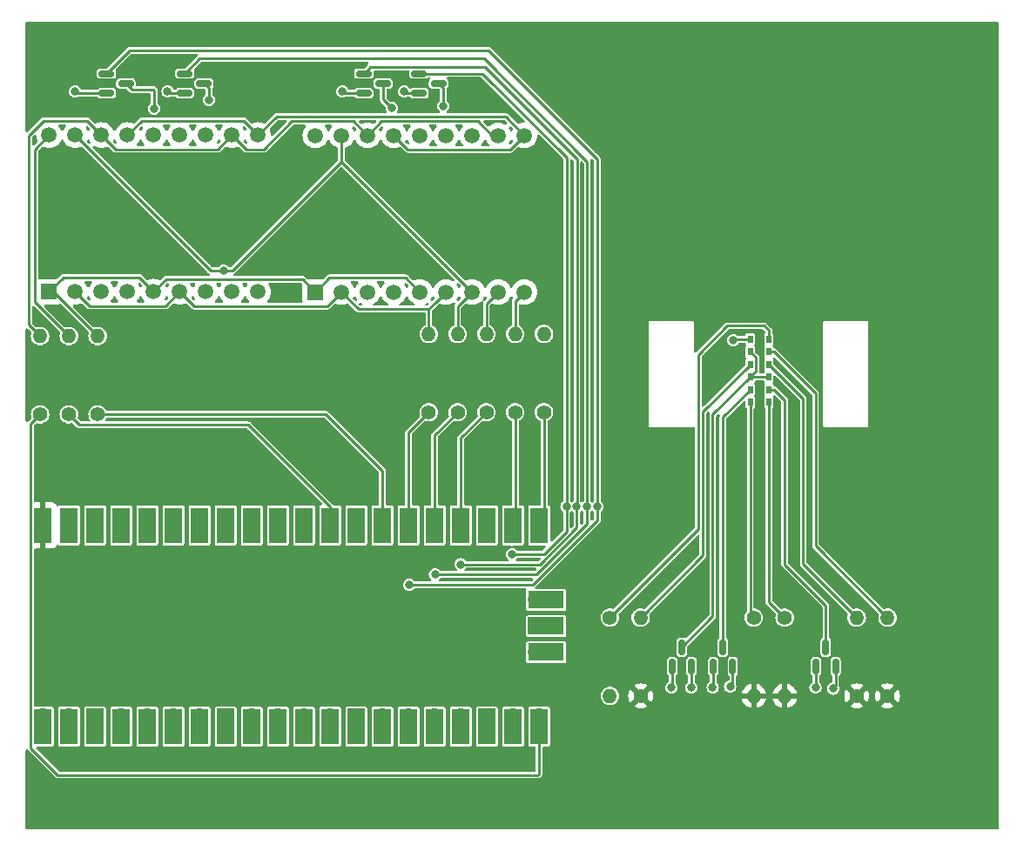
<source format=gbr>
%TF.GenerationSoftware,KiCad,Pcbnew,(6.0.0)*%
%TF.CreationDate,2022-06-20T15:54:38+02:00*%
%TF.ProjectId,PulseOximeter,50756c73-654f-4786-996d-657465722e6b,rev?*%
%TF.SameCoordinates,Original*%
%TF.FileFunction,Copper,L1,Top*%
%TF.FilePolarity,Positive*%
%FSLAX46Y46*%
G04 Gerber Fmt 4.6, Leading zero omitted, Abs format (unit mm)*
G04 Created by KiCad (PCBNEW (6.0.0)) date 2022-06-20 15:54:38*
%MOMM*%
%LPD*%
G01*
G04 APERTURE LIST*
G04 Aperture macros list*
%AMRoundRect*
0 Rectangle with rounded corners*
0 $1 Rounding radius*
0 $2 $3 $4 $5 $6 $7 $8 $9 X,Y pos of 4 corners*
0 Add a 4 corners polygon primitive as box body*
4,1,4,$2,$3,$4,$5,$6,$7,$8,$9,$2,$3,0*
0 Add four circle primitives for the rounded corners*
1,1,$1+$1,$2,$3*
1,1,$1+$1,$4,$5*
1,1,$1+$1,$6,$7*
1,1,$1+$1,$8,$9*
0 Add four rect primitives between the rounded corners*
20,1,$1+$1,$2,$3,$4,$5,0*
20,1,$1+$1,$4,$5,$6,$7,0*
20,1,$1+$1,$6,$7,$8,$9,0*
20,1,$1+$1,$8,$9,$2,$3,0*%
G04 Aperture macros list end*
%TA.AperFunction,ComponentPad*%
%ADD10C,1.400000*%
%TD*%
%TA.AperFunction,ComponentPad*%
%ADD11O,1.400000X1.400000*%
%TD*%
%TA.AperFunction,SMDPad,CuDef*%
%ADD12RoundRect,0.150000X0.150000X-0.587500X0.150000X0.587500X-0.150000X0.587500X-0.150000X-0.587500X0*%
%TD*%
%TA.AperFunction,ComponentPad*%
%ADD13R,1.500000X1.500000*%
%TD*%
%TA.AperFunction,ComponentPad*%
%ADD14C,1.500000*%
%TD*%
%TA.AperFunction,SMDPad,CuDef*%
%ADD15R,0.500000X0.800000*%
%TD*%
%TA.AperFunction,SMDPad,CuDef*%
%ADD16RoundRect,0.150000X-0.587500X-0.150000X0.587500X-0.150000X0.587500X0.150000X-0.587500X0.150000X0*%
%TD*%
%TA.AperFunction,ComponentPad*%
%ADD17O,1.700000X1.700000*%
%TD*%
%TA.AperFunction,SMDPad,CuDef*%
%ADD18R,1.700000X3.500000*%
%TD*%
%TA.AperFunction,ComponentPad*%
%ADD19R,1.700000X1.700000*%
%TD*%
%TA.AperFunction,SMDPad,CuDef*%
%ADD20R,3.500000X1.700000*%
%TD*%
%TA.AperFunction,ViaPad*%
%ADD21C,0.800000*%
%TD*%
%TA.AperFunction,Conductor*%
%ADD22C,0.250000*%
%TD*%
G04 APERTURE END LIST*
D10*
%TO.P,R8,1*%
%TO.N,SEG_B*%
X127600000Y-96200000D03*
D11*
%TO.P,R8,2*%
%TO.N,/B*%
X127600000Y-88580000D03*
%TD*%
D12*
%TO.P,Q7,1,G*%
%TO.N,TR_R*%
X154050000Y-120937500D03*
%TO.P,Q7,2,S*%
%TO.N,GND*%
X155950000Y-120937500D03*
%TO.P,Q7,3,D*%
%TO.N,LED_R*%
X155000000Y-119062500D03*
%TD*%
D10*
%TO.P,R2,1*%
%TO.N,SEG_F*%
X81400000Y-96410000D03*
D11*
%TO.P,R2,2*%
%TO.N,/F*%
X81400000Y-88790000D03*
%TD*%
D13*
%TO.P,U4,1,DIG1_E*%
%TO.N,/E*%
X105370000Y-84500000D03*
D14*
%TO.P,U4,2,DIG1_D*%
%TO.N,/D*%
X107910000Y-84500000D03*
%TO.P,U4,3,DIG1_C*%
%TO.N,/C*%
X110450000Y-84500000D03*
%TO.P,U4,4,DP1*%
%TO.N,/DP*%
X112990000Y-84500000D03*
%TO.P,U4,5,DIG2_E*%
%TO.N,/E*%
X115530000Y-84500000D03*
%TO.P,U4,6,DIG2_D*%
%TO.N,/D*%
X118070000Y-84500000D03*
%TO.P,U4,7,DIG2_G*%
%TO.N,/G*%
X120610000Y-84500000D03*
%TO.P,U4,8,DIG2_C*%
%TO.N,/C*%
X123150000Y-84500000D03*
%TO.P,U4,9,DP2*%
%TO.N,/DP*%
X125690000Y-84500000D03*
%TO.P,U4,10,DIG2_B*%
%TO.N,/B*%
X125690000Y-69260000D03*
%TO.P,U4,11,DIG2_A*%
%TO.N,/A*%
X123150000Y-69260000D03*
%TO.P,U4,12,DIG2_F*%
%TO.N,/F*%
X120610000Y-69260000D03*
%TO.P,U4,13,DIG2_CC*%
%TO.N,Net-(Q4-Pad3)*%
X118070000Y-69260000D03*
%TO.P,U4,14,DIG1_CC*%
%TO.N,Net-(Q3-Pad3)*%
X115530000Y-69260000D03*
%TO.P,U4,15,DIG1_B*%
%TO.N,/B*%
X112990000Y-69260000D03*
%TO.P,U4,16,DIG1_A*%
%TO.N,/A*%
X110450000Y-69260000D03*
%TO.P,U4,17,DIG1_G*%
%TO.N,/G*%
X107910000Y-69260000D03*
%TO.P,U4,18,DIG1_F*%
%TO.N,/F*%
X105370000Y-69260000D03*
%TD*%
D10*
%TO.P,R13,1*%
%TO.N,+5V*%
X158000000Y-123810000D03*
D11*
%TO.P,R13,2*%
%TO.N,Net-(R13-Pad2)*%
X158000000Y-116190000D03*
%TD*%
D15*
%TO.P,U2,G1A,G1A*%
%TO.N,Net-(R13-Pad2)*%
X149450000Y-91548000D03*
%TO.P,U2,G1C,G1C*%
%TO.N,LED_G*%
X149450000Y-92772000D03*
%TO.P,U2,G2A,G2A*%
%TO.N,Net-(R14-Pad2)*%
X149450000Y-90320000D03*
%TO.P,U2,G2C,G2C*%
%TO.N,LED_G*%
X147650000Y-90320000D03*
%TO.P,U2,G3A,G3A*%
%TO.N,Net-(R10-Pad2)*%
X147650000Y-91548000D03*
%TO.P,U2,G3C,G3C*%
%TO.N,LED_G*%
X147650000Y-92772000D03*
%TO.P,U2,IA,IA*%
%TO.N,Net-(R11-Pad1)*%
X147650000Y-95220000D03*
%TO.P,U2,IC,IC*%
%TO.N,LED_I*%
X147650000Y-94000000D03*
%TO.P,U2,PA,PA*%
%TO.N,PHOTOTR*%
X149450000Y-89100000D03*
%TO.P,U2,PC,PC*%
%TO.N,+3V3*%
X147650000Y-89100000D03*
%TO.P,U2,RA,RA*%
%TO.N,Net-(R12-Pad1)*%
X149450000Y-95220000D03*
%TO.P,U2,RC,RC*%
%TO.N,LED_R*%
X149450000Y-94000000D03*
%TD*%
D13*
%TO.P,U3,1,DIG1_E*%
%TO.N,/E*%
X79480000Y-84480000D03*
D14*
%TO.P,U3,2,DIG1_D*%
%TO.N,/D*%
X82020000Y-84480000D03*
%TO.P,U3,3,DIG1_C*%
%TO.N,/C*%
X84560000Y-84480000D03*
%TO.P,U3,4,DP1*%
%TO.N,/DP*%
X87100000Y-84480000D03*
%TO.P,U3,5,DIG2_E*%
%TO.N,/E*%
X89640000Y-84480000D03*
%TO.P,U3,6,DIG2_D*%
%TO.N,/D*%
X92180000Y-84480000D03*
%TO.P,U3,7,DIG2_G*%
%TO.N,/G*%
X94720000Y-84480000D03*
%TO.P,U3,8,DIG2_C*%
%TO.N,/C*%
X97260000Y-84480000D03*
%TO.P,U3,9,DP2*%
%TO.N,/DP*%
X99800000Y-84480000D03*
%TO.P,U3,10,DIG2_B*%
%TO.N,/B*%
X99800000Y-69240000D03*
%TO.P,U3,11,DIG2_A*%
%TO.N,/A*%
X97260000Y-69240000D03*
%TO.P,U3,12,DIG2_F*%
%TO.N,/F*%
X94720000Y-69240000D03*
%TO.P,U3,13,DIG2_CC*%
%TO.N,Net-(Q2-Pad3)*%
X92180000Y-69240000D03*
%TO.P,U3,14,DIG1_CC*%
%TO.N,Net-(Q1-Pad3)*%
X89640000Y-69240000D03*
%TO.P,U3,15,DIG1_B*%
%TO.N,/B*%
X87100000Y-69240000D03*
%TO.P,U3,16,DIG1_A*%
%TO.N,/A*%
X84560000Y-69240000D03*
%TO.P,U3,17,DIG1_G*%
%TO.N,/G*%
X82020000Y-69240000D03*
%TO.P,U3,18,DIG1_F*%
%TO.N,/F*%
X79480000Y-69240000D03*
%TD*%
D12*
%TO.P,Q6,1,G*%
%TO.N,TR_I*%
X144050000Y-120937500D03*
%TO.P,Q6,2,S*%
%TO.N,GND*%
X145950000Y-120937500D03*
%TO.P,Q6,3,D*%
%TO.N,LED_I*%
X145000000Y-119062500D03*
%TD*%
D16*
%TO.P,Q4,1,G*%
%TO.N,DIG_4*%
X115462500Y-63250000D03*
%TO.P,Q4,2,S*%
%TO.N,GND*%
X115462500Y-65150000D03*
%TO.P,Q4,3,D*%
%TO.N,Net-(Q4-Pad3)*%
X117337500Y-64200000D03*
%TD*%
D10*
%TO.P,R10,1*%
%TO.N,+5V*%
X137000000Y-123810000D03*
D11*
%TO.P,R10,2*%
%TO.N,Net-(R10-Pad2)*%
X137000000Y-116190000D03*
%TD*%
D10*
%TO.P,R11,1*%
%TO.N,Net-(R11-Pad1)*%
X148000000Y-116190000D03*
D11*
%TO.P,R11,2*%
%TO.N,+5V*%
X148000000Y-123810000D03*
%TD*%
D16*
%TO.P,Q3,1,G*%
%TO.N,DIG_3*%
X110062500Y-63250000D03*
%TO.P,Q3,2,S*%
%TO.N,GND*%
X110062500Y-65150000D03*
%TO.P,Q3,3,D*%
%TO.N,Net-(Q3-Pad3)*%
X111937500Y-64200000D03*
%TD*%
%TO.P,Q1,1,G*%
%TO.N,DIG_1*%
X85062500Y-63250000D03*
%TO.P,Q1,2,S*%
%TO.N,GND*%
X85062500Y-65150000D03*
%TO.P,Q1,3,D*%
%TO.N,Net-(Q1-Pad3)*%
X86937500Y-64200000D03*
%TD*%
D10*
%TO.P,R14,1*%
%TO.N,+5V*%
X161000000Y-123810000D03*
D11*
%TO.P,R14,2*%
%TO.N,Net-(R14-Pad2)*%
X161000000Y-116190000D03*
%TD*%
D17*
%TO.P,U1,1,GPIO0*%
%TO.N,unconnected-(U1-Pad1)*%
X78870000Y-125890000D03*
D18*
X78870000Y-126790000D03*
D17*
%TO.P,U1,2,GPIO1*%
%TO.N,unconnected-(U1-Pad2)*%
X81410000Y-125890000D03*
D18*
X81410000Y-126790000D03*
%TO.P,U1,3,GND*%
%TO.N,unconnected-(U1-Pad3)*%
X83950000Y-126790000D03*
D19*
X83950000Y-125890000D03*
D17*
%TO.P,U1,4,GPIO2*%
%TO.N,unconnected-(U1-Pad4)*%
X86490000Y-125890000D03*
D18*
X86490000Y-126790000D03*
D17*
%TO.P,U1,5,GPIO3*%
%TO.N,unconnected-(U1-Pad5)*%
X89030000Y-125890000D03*
D18*
X89030000Y-126790000D03*
%TO.P,U1,6,GPIO4*%
%TO.N,unconnected-(U1-Pad6)*%
X91570000Y-126790000D03*
D17*
X91570000Y-125890000D03*
D18*
%TO.P,U1,7,GPIO5*%
%TO.N,unconnected-(U1-Pad7)*%
X94110000Y-126790000D03*
D17*
X94110000Y-125890000D03*
D18*
%TO.P,U1,8,GND*%
%TO.N,unconnected-(U1-Pad8)*%
X96650000Y-126790000D03*
D19*
X96650000Y-125890000D03*
D18*
%TO.P,U1,9,GPIO6*%
%TO.N,unconnected-(U1-Pad9)*%
X99190000Y-126790000D03*
D17*
X99190000Y-125890000D03*
D18*
%TO.P,U1,10,GPIO7*%
%TO.N,TR_R*%
X101730000Y-126790000D03*
D17*
X101730000Y-125890000D03*
%TO.P,U1,11,GPIO8*%
%TO.N,TR_I*%
X104270000Y-125890000D03*
D18*
X104270000Y-126790000D03*
%TO.P,U1,12,GPIO9*%
%TO.N,TR_G*%
X106810000Y-126790000D03*
D17*
X106810000Y-125890000D03*
D18*
%TO.P,U1,13,GND*%
%TO.N,unconnected-(U1-Pad13)*%
X109350000Y-126790000D03*
D19*
X109350000Y-125890000D03*
D17*
%TO.P,U1,14,GPIO10*%
%TO.N,unconnected-(U1-Pad14)*%
X111890000Y-125890000D03*
D18*
X111890000Y-126790000D03*
%TO.P,U1,15,GPIO11*%
%TO.N,DIG_1*%
X114430000Y-126790000D03*
D17*
X114430000Y-125890000D03*
D18*
%TO.P,U1,16,GPIO12*%
%TO.N,DIG_2*%
X116970000Y-126790000D03*
D17*
X116970000Y-125890000D03*
D18*
%TO.P,U1,17,GPIO13*%
%TO.N,DIG_3*%
X119510000Y-126790000D03*
D17*
X119510000Y-125890000D03*
D18*
%TO.P,U1,18,GND*%
%TO.N,unconnected-(U1-Pad18)*%
X122050000Y-126790000D03*
D19*
X122050000Y-125890000D03*
D17*
%TO.P,U1,19,GPIO14*%
%TO.N,DIG_4*%
X124590000Y-125890000D03*
D18*
X124590000Y-126790000D03*
%TO.P,U1,20,GPIO15*%
%TO.N,SEG_A*%
X127130000Y-126790000D03*
D17*
X127130000Y-125890000D03*
%TO.P,U1,21,GPIO16*%
%TO.N,SEG_B*%
X127130000Y-108110000D03*
D18*
X127130000Y-107210000D03*
%TO.P,U1,22,GPIO17*%
%TO.N,SEG_DP*%
X124590000Y-107210000D03*
D17*
X124590000Y-108110000D03*
D18*
%TO.P,U1,23,GND*%
%TO.N,unconnected-(U1-Pad23)*%
X122050000Y-107210000D03*
D19*
X122050000Y-108110000D03*
D18*
%TO.P,U1,24,GPIO18*%
%TO.N,SEG_C*%
X119510000Y-107210000D03*
D17*
X119510000Y-108110000D03*
D18*
%TO.P,U1,25,GPIO19*%
%TO.N,SEG_G*%
X116970000Y-107210000D03*
D17*
X116970000Y-108110000D03*
D18*
%TO.P,U1,26,GPIO20*%
%TO.N,SEG_D*%
X114430000Y-107210000D03*
D17*
X114430000Y-108110000D03*
%TO.P,U1,27,GPIO21*%
%TO.N,SEG_E*%
X111890000Y-108110000D03*
D18*
X111890000Y-107210000D03*
D19*
%TO.P,U1,28,GND*%
%TO.N,unconnected-(U1-Pad28)*%
X109350000Y-108110000D03*
D18*
X109350000Y-107210000D03*
D17*
%TO.P,U1,29,GPIO22*%
%TO.N,SEG_F*%
X106810000Y-108110000D03*
D18*
X106810000Y-107210000D03*
D17*
%TO.P,U1,30,RUN*%
%TO.N,unconnected-(U1-Pad30)*%
X104270000Y-108110000D03*
D18*
X104270000Y-107210000D03*
%TO.P,U1,31,GPIO26_ADC0*%
%TO.N,unconnected-(U1-Pad31)*%
X101730000Y-107210000D03*
D17*
X101730000Y-108110000D03*
%TO.P,U1,32,GPIO27_ADC1*%
%TO.N,unconnected-(U1-Pad32)*%
X99190000Y-108110000D03*
D18*
X99190000Y-107210000D03*
D19*
%TO.P,U1,33,AGND*%
%TO.N,unconnected-(U1-Pad33)*%
X96650000Y-108110000D03*
D18*
X96650000Y-107210000D03*
D17*
%TO.P,U1,34,GPIO28_ADC2*%
%TO.N,PHOTOTR*%
X94110000Y-108110000D03*
D18*
X94110000Y-107210000D03*
%TO.P,U1,35,ADC_VREF*%
%TO.N,unconnected-(U1-Pad35)*%
X91570000Y-107210000D03*
D17*
X91570000Y-108110000D03*
D18*
%TO.P,U1,36,3V3*%
%TO.N,+3V3*%
X89030000Y-107210000D03*
D17*
X89030000Y-108110000D03*
%TO.P,U1,37,3V3_EN*%
%TO.N,unconnected-(U1-Pad37)*%
X86490000Y-108110000D03*
D18*
X86490000Y-107210000D03*
D19*
%TO.P,U1,38,GND*%
%TO.N,GND*%
X83950000Y-108110000D03*
D18*
X83950000Y-107210000D03*
%TO.P,U1,39,VSYS*%
%TO.N,unconnected-(U1-Pad39)*%
X81410000Y-107210000D03*
D17*
X81410000Y-108110000D03*
D18*
%TO.P,U1,40,VBUS*%
%TO.N,+5V*%
X78870000Y-107210000D03*
D17*
X78870000Y-108110000D03*
%TO.P,U1,41,SWCLK*%
%TO.N,unconnected-(U1-Pad41)*%
X126900000Y-119540000D03*
D20*
X127800000Y-119540000D03*
%TO.P,U1,42,GND*%
%TO.N,unconnected-(U1-Pad42)*%
X127800000Y-117000000D03*
D19*
X126900000Y-117000000D03*
D17*
%TO.P,U1,43,SWDIO*%
%TO.N,unconnected-(U1-Pad43)*%
X126900000Y-114460000D03*
D20*
X127800000Y-114460000D03*
%TD*%
D10*
%TO.P,R12,1*%
%TO.N,Net-(R12-Pad1)*%
X151000000Y-116190000D03*
D11*
%TO.P,R12,2*%
%TO.N,+5V*%
X151000000Y-123810000D03*
%TD*%
D10*
%TO.P,R5,1*%
%TO.N,SEG_G*%
X119200000Y-96210000D03*
D11*
%TO.P,R5,2*%
%TO.N,/G*%
X119200000Y-88590000D03*
%TD*%
D10*
%TO.P,R3,1*%
%TO.N,SEG_E*%
X84200000Y-96410000D03*
D11*
%TO.P,R3,2*%
%TO.N,/E*%
X84200000Y-88790000D03*
%TD*%
D10*
%TO.P,R4,1*%
%TO.N,SEG_D*%
X116400000Y-96210000D03*
D11*
%TO.P,R4,2*%
%TO.N,/D*%
X116400000Y-88590000D03*
%TD*%
D10*
%TO.P,R6,1*%
%TO.N,SEG_C*%
X122000000Y-96210000D03*
D11*
%TO.P,R6,2*%
%TO.N,/C*%
X122000000Y-88590000D03*
%TD*%
D10*
%TO.P,R7,1*%
%TO.N,SEG_DP*%
X124800000Y-96210000D03*
D11*
%TO.P,R7,2*%
%TO.N,/DP*%
X124800000Y-88590000D03*
%TD*%
D12*
%TO.P,Q5,1,G*%
%TO.N,TR_G*%
X140050000Y-120937500D03*
%TO.P,Q5,2,S*%
%TO.N,GND*%
X141950000Y-120937500D03*
%TO.P,Q5,3,D*%
%TO.N,LED_G*%
X141000000Y-119062500D03*
%TD*%
D16*
%TO.P,Q2,1,G*%
%TO.N,DIG_2*%
X92662500Y-63250000D03*
%TO.P,Q2,2,S*%
%TO.N,GND*%
X92662500Y-65150000D03*
%TO.P,Q2,3,D*%
%TO.N,Net-(Q2-Pad3)*%
X94537500Y-64200000D03*
%TD*%
D10*
%TO.P,R1,1*%
%TO.N,SEG_A*%
X78600000Y-96410000D03*
D11*
%TO.P,R1,2*%
%TO.N,/A*%
X78600000Y-88790000D03*
%TD*%
D10*
%TO.P,R9,1*%
%TO.N,PHOTOTR*%
X134000000Y-116190000D03*
D11*
%TO.P,R9,2*%
%TO.N,GND*%
X134000000Y-123810000D03*
%TD*%
D21*
%TO.N,TR_R*%
X154000000Y-123000000D03*
%TO.N,TR_I*%
X144000000Y-123000000D03*
%TO.N,TR_G*%
X140000000Y-123000000D03*
%TO.N,DIG_1*%
X114500000Y-113000000D03*
%TO.N,DIG_2*%
X117000000Y-112000000D03*
%TO.N,DIG_3*%
X119500000Y-111000000D03*
%TO.N,DIG_4*%
X124500000Y-110000000D03*
%TO.N,DIG_1*%
X132800000Y-105400000D03*
%TO.N,GND*%
X114000000Y-65000000D03*
X82000000Y-65000000D03*
X155700000Y-123100000D03*
X141900000Y-123000000D03*
X91000000Y-65000000D03*
X108000000Y-65000000D03*
X145700000Y-122900000D03*
%TO.N,Net-(Q1-Pad3)*%
X89680000Y-66660000D03*
%TO.N,DIG_2*%
X131787701Y-105387701D03*
%TO.N,Net-(Q3-Pad3)*%
X112800000Y-66600000D03*
%TO.N,DIG_3*%
X130788276Y-105400146D03*
%TO.N,Net-(Q2-Pad3)*%
X95000000Y-65800000D03*
%TO.N,DIG_4*%
X129788774Y-105399998D03*
%TO.N,Net-(Q4-Pad3)*%
X117800000Y-66400000D03*
%TO.N,+3V3*%
X146000000Y-89200000D03*
%TO.N,/G*%
X96450000Y-82420000D03*
%TD*%
D22*
%TO.N,TR_R*%
X154050000Y-122950000D02*
X154000000Y-123000000D01*
X154050000Y-120937500D02*
X154050000Y-122950000D01*
%TO.N,TR_I*%
X144050000Y-122950000D02*
X144000000Y-123000000D01*
X144050000Y-120937500D02*
X144050000Y-122950000D01*
%TO.N,TR_G*%
X140050000Y-122950000D02*
X140000000Y-123000000D01*
X140050000Y-120937500D02*
X140050000Y-122950000D01*
%TO.N,DIG_1*%
X126496134Y-113000000D02*
X114500000Y-113000000D01*
X132800000Y-105400000D02*
X132800000Y-106696134D01*
X132800000Y-106696134D02*
X126496134Y-113000000D01*
%TO.N,DIG_2*%
X131787701Y-107072729D02*
X126860430Y-112000000D01*
X126860430Y-112000000D02*
X117000000Y-112000000D01*
X131787701Y-105387701D02*
X131787701Y-107072729D01*
%TO.N,DIG_3*%
X130788276Y-107436450D02*
X127224726Y-111000000D01*
X127224726Y-111000000D02*
X119500000Y-111000000D01*
X130788276Y-105400146D02*
X130788276Y-107436450D01*
%TO.N,DIG_4*%
X127589022Y-110000000D02*
X124500000Y-110000000D01*
X129788774Y-107800248D02*
X127589022Y-110000000D01*
X129788774Y-105399998D02*
X129788774Y-107800248D01*
%TO.N,SEG_A*%
X127130000Y-131370000D02*
X127130000Y-125890000D01*
X127000000Y-131500000D02*
X127130000Y-131370000D01*
X77695489Y-128864511D02*
X80330978Y-131500000D01*
X77695489Y-97314511D02*
X77695489Y-128864511D01*
X80330978Y-131500000D02*
X127000000Y-131500000D01*
X78600000Y-96410000D02*
X77695489Y-97314511D01*
%TO.N,DIG_1*%
X132800000Y-71600000D02*
X132800000Y-105400000D01*
X85062500Y-63250000D02*
X87312500Y-61000000D01*
X122200000Y-61000000D02*
X132400000Y-71200000D01*
X121800000Y-61000000D02*
X122200000Y-61000000D01*
X87312500Y-61000000D02*
X121800000Y-61000000D01*
X132400000Y-71200000D02*
X132800000Y-71600000D01*
%TO.N,GND*%
X145950000Y-120937500D02*
X145950000Y-122650000D01*
X91150000Y-65150000D02*
X91000000Y-65000000D01*
X108150000Y-65150000D02*
X108000000Y-65000000D01*
X82150000Y-65150000D02*
X82000000Y-65000000D01*
X114150000Y-65150000D02*
X114000000Y-65000000D01*
X141950000Y-122950000D02*
X141900000Y-123000000D01*
X155950000Y-122850000D02*
X155700000Y-123100000D01*
X155950000Y-120937500D02*
X155950000Y-122850000D01*
X141950000Y-120937500D02*
X141950000Y-122950000D01*
X85062500Y-65150000D02*
X82150000Y-65150000D01*
X110062500Y-65150000D02*
X108150000Y-65150000D01*
X115462500Y-65150000D02*
X114150000Y-65150000D01*
X145950000Y-122650000D02*
X145700000Y-122900000D01*
X92662500Y-65150000D02*
X91150000Y-65150000D01*
%TO.N,Net-(Q1-Pad3)*%
X89680000Y-64857500D02*
X89635000Y-64812500D01*
X87550000Y-64812500D02*
X86937500Y-64200000D01*
X89635000Y-64812500D02*
X87550000Y-64812500D01*
X89680000Y-66660000D02*
X89680000Y-64857500D01*
%TO.N,LED_G*%
X148224511Y-92197489D02*
X147650000Y-92772000D01*
X148224511Y-90894511D02*
X148224511Y-92197489D01*
X147650000Y-92772000D02*
X149450000Y-92772000D01*
X147650000Y-92772000D02*
X144000000Y-96422000D01*
X147650000Y-90320000D02*
X148224511Y-90894511D01*
X144000000Y-96422000D02*
X144000000Y-116062500D01*
X144000000Y-116062500D02*
X141000000Y-119062500D01*
%TO.N,DIG_2*%
X94112500Y-61800000D02*
X121800000Y-61800000D01*
X121800000Y-61800000D02*
X131800000Y-71800000D01*
X131800000Y-71800000D02*
X131800000Y-105375402D01*
X92662500Y-63250000D02*
X94112500Y-61800000D01*
X131800000Y-105375402D02*
X131787701Y-105387701D01*
%TO.N,Net-(Q3-Pad3)*%
X111937500Y-65737500D02*
X111937500Y-64200000D01*
X112800000Y-66600000D02*
X111937500Y-65737500D01*
%TO.N,LED_R*%
X151000000Y-111000000D02*
X155000000Y-115000000D01*
X149950000Y-94000000D02*
X151000000Y-95050000D01*
X149450000Y-94000000D02*
X149950000Y-94000000D01*
X151000000Y-95050000D02*
X151000000Y-111000000D01*
X155000000Y-115000000D02*
X155000000Y-119062500D01*
%TO.N,LED_I*%
X147650000Y-94000000D02*
X145000000Y-96650000D01*
X145000000Y-96650000D02*
X145000000Y-119062500D01*
%TO.N,DIG_3*%
X130800000Y-71600000D02*
X130800000Y-105388422D01*
X130800000Y-105388422D02*
X130788276Y-105400146D01*
X110062500Y-63250000D02*
X110687020Y-62625480D01*
X121825480Y-62625480D02*
X130800000Y-71600000D01*
X110687020Y-62625480D02*
X121825480Y-62625480D01*
%TO.N,Net-(Q2-Pad3)*%
X95000000Y-65800000D02*
X95000000Y-64662500D01*
X95000000Y-64662500D02*
X94537500Y-64200000D01*
%TO.N,DIG_4*%
X115462500Y-63250000D02*
X121623853Y-63250000D01*
X129800000Y-71426147D02*
X129800000Y-105388772D01*
X121623853Y-63250000D02*
X129800000Y-71426147D01*
X129800000Y-105388772D02*
X129788774Y-105399998D01*
%TO.N,Net-(Q4-Pad3)*%
X117800000Y-64662500D02*
X117337500Y-64200000D01*
X117800000Y-66400000D02*
X117800000Y-64662500D01*
%TO.N,Net-(R10-Pad2)*%
X143049511Y-96148489D02*
X143049511Y-110140489D01*
X143049511Y-110140489D02*
X137000000Y-116190000D01*
X147650000Y-91548000D02*
X143049511Y-96148489D01*
%TO.N,Net-(R11-Pad1)*%
X147650000Y-95220000D02*
X147650000Y-115840000D01*
X147650000Y-115840000D02*
X148000000Y-116190000D01*
%TO.N,Net-(R12-Pad1)*%
X149450000Y-95220000D02*
X149450000Y-114640000D01*
X149450000Y-114640000D02*
X151000000Y-116190000D01*
%TO.N,Net-(R13-Pad2)*%
X152800000Y-94898000D02*
X152800000Y-110990000D01*
X152800000Y-110990000D02*
X158000000Y-116190000D01*
X149450000Y-91548000D02*
X152800000Y-94898000D01*
%TO.N,Net-(R14-Pad2)*%
X149450000Y-90320000D02*
X149950000Y-90320000D01*
X149950000Y-90320000D02*
X154000000Y-94370000D01*
X154000000Y-94370000D02*
X154000000Y-109190000D01*
X154000000Y-109190000D02*
X161000000Y-116190000D01*
%TO.N,SEG_DP*%
X124800000Y-96210000D02*
X124800000Y-107900000D01*
X124800000Y-107900000D02*
X124590000Y-108110000D01*
%TO.N,SEG_G*%
X119200000Y-96210000D02*
X116970000Y-98440000D01*
X116970000Y-98440000D02*
X116970000Y-108110000D01*
%TO.N,SEG_F*%
X98834511Y-97434511D02*
X106810000Y-105410000D01*
X82424511Y-97434511D02*
X98834511Y-97434511D01*
X106810000Y-105410000D02*
X106810000Y-108110000D01*
X81400000Y-96410000D02*
X82424511Y-97434511D01*
%TO.N,SEG_E*%
X84200000Y-96410000D02*
X106410000Y-96410000D01*
X106410000Y-96410000D02*
X111890000Y-101890000D01*
X111890000Y-101890000D02*
X111890000Y-108110000D01*
%TO.N,SEG_D*%
X114430000Y-98180000D02*
X114430000Y-108110000D01*
X116400000Y-96210000D02*
X114430000Y-98180000D01*
%TO.N,SEG_C*%
X122000000Y-96210000D02*
X119510000Y-98700000D01*
X119510000Y-98700000D02*
X119510000Y-108110000D01*
%TO.N,SEG_B*%
X127600000Y-96200000D02*
X127600000Y-107640000D01*
X127600000Y-107640000D02*
X127130000Y-108110000D01*
%TO.N,PHOTOTR*%
X149000000Y-87800000D02*
X145400000Y-87800000D01*
X142600000Y-107590000D02*
X134000000Y-116190000D01*
X145400000Y-87800000D02*
X142600000Y-90600000D01*
X142600000Y-90600000D02*
X142600000Y-107590000D01*
X149450000Y-88250000D02*
X149000000Y-87800000D01*
X149450000Y-89100000D02*
X149450000Y-88250000D01*
%TO.N,+3V3*%
X147650000Y-89100000D02*
X146100000Y-89100000D01*
X146100000Y-89100000D02*
X146000000Y-89200000D01*
%TO.N,/DP*%
X125690000Y-84500000D02*
X124800000Y-85390000D01*
X124800000Y-85390000D02*
X124800000Y-88590000D01*
%TO.N,/G*%
X96450000Y-82420000D02*
X97290000Y-82420000D01*
X96450000Y-82420000D02*
X95200000Y-82420000D01*
X120610000Y-84500000D02*
X107910000Y-71800000D01*
X119200000Y-85910000D02*
X120610000Y-84500000D01*
X107910000Y-71800000D02*
X107910000Y-69260000D01*
X97290000Y-82420000D02*
X107910000Y-71800000D01*
X119200000Y-88590000D02*
X119200000Y-85910000D01*
X95200000Y-82420000D02*
X82020000Y-69240000D01*
%TO.N,/F*%
X78105489Y-85495489D02*
X78105489Y-70614511D01*
X78105489Y-70614511D02*
X79480000Y-69240000D01*
X81400000Y-88790000D02*
X78105489Y-85495489D01*
%TO.N,/E*%
X104126147Y-83256147D02*
X90863853Y-83256147D01*
X115530000Y-84500000D02*
X114155489Y-83125489D01*
X80854511Y-83105489D02*
X79480000Y-84480000D01*
X114155489Y-83125489D02*
X106744511Y-83125489D01*
X88265489Y-83105489D02*
X80854511Y-83105489D01*
X84200000Y-88790000D02*
X79890000Y-84480000D01*
X105370000Y-84500000D02*
X104126147Y-83256147D01*
X106744511Y-83125489D02*
X105370000Y-84500000D01*
X79890000Y-84480000D02*
X79480000Y-84480000D01*
X89640000Y-84480000D02*
X88265489Y-83105489D01*
X90863853Y-83256147D02*
X89640000Y-84480000D01*
%TO.N,/D*%
X93574511Y-85874511D02*
X92180000Y-84480000D01*
X83394511Y-85854511D02*
X90805489Y-85854511D01*
X116400000Y-86170000D02*
X116995489Y-85574511D01*
X107910000Y-84500000D02*
X109580000Y-86170000D01*
X106535489Y-85874511D02*
X93574511Y-85874511D01*
X116400000Y-88590000D02*
X116400000Y-86170000D01*
X90805489Y-85854511D02*
X92180000Y-84480000D01*
X82020000Y-84480000D02*
X83394511Y-85854511D01*
X109580000Y-86170000D02*
X116400000Y-86170000D01*
X116995489Y-85574511D02*
X118070000Y-84500000D01*
X107910000Y-84500000D02*
X106535489Y-85874511D01*
%TO.N,/C*%
X122000000Y-88590000D02*
X122000000Y-85650000D01*
X122000000Y-85650000D02*
X123150000Y-84500000D01*
%TO.N,/B*%
X98425489Y-67865489D02*
X88474511Y-67865489D01*
X88474511Y-67865489D02*
X87100000Y-69240000D01*
X101604021Y-67435979D02*
X123865979Y-67435979D01*
X114364511Y-70634511D02*
X124315489Y-70634511D01*
X112990000Y-69260000D02*
X114364511Y-70634511D01*
X123865979Y-67435979D02*
X125690000Y-69260000D01*
X99800000Y-69240000D02*
X98425489Y-67865489D01*
X124315489Y-70634511D02*
X125690000Y-69260000D01*
X99800000Y-69240000D02*
X101604021Y-67435979D01*
%TO.N,/A*%
X95885489Y-70614511D02*
X85934511Y-70614511D01*
X78910658Y-67865489D02*
X77500000Y-69276147D01*
X121179342Y-67885489D02*
X111824511Y-67885489D01*
X122553853Y-69260000D02*
X121179342Y-67885489D01*
X97260000Y-69240000D02*
X95885489Y-70614511D01*
X110450000Y-69260000D02*
X109089020Y-67899020D01*
X123150000Y-69260000D02*
X122553853Y-69260000D01*
X83185489Y-67865489D02*
X78910658Y-67865489D01*
X85934511Y-70614511D02*
X84560000Y-69240000D01*
X100369342Y-70614511D02*
X98634511Y-70614511D01*
X77500000Y-87690000D02*
X78600000Y-88790000D01*
X109089020Y-67899020D02*
X103084833Y-67899020D01*
X84560000Y-69240000D02*
X83185489Y-67865489D01*
X111824511Y-67885489D02*
X110450000Y-69260000D01*
X77500000Y-69276147D02*
X77500000Y-87690000D01*
X98634511Y-70614511D02*
X97260000Y-69240000D01*
X103084833Y-67899020D02*
X100369342Y-70614511D01*
%TD*%
%TA.AperFunction,Conductor*%
%TO.N,+5V*%
G36*
X171742121Y-58220002D02*
G01*
X171788614Y-58273658D01*
X171800000Y-58326000D01*
X171800000Y-136674000D01*
X171779998Y-136742121D01*
X171726342Y-136788614D01*
X171674000Y-136800000D01*
X77326000Y-136800000D01*
X77257879Y-136779998D01*
X77211386Y-136726342D01*
X77200000Y-136674000D01*
X77200000Y-129127537D01*
X77220002Y-129059416D01*
X77273658Y-129012923D01*
X77343932Y-129002819D01*
X77408512Y-129032313D01*
X77435120Y-129064539D01*
X77442295Y-129076966D01*
X77450740Y-129084052D01*
X77471171Y-129101196D01*
X77479274Y-129108622D01*
X80086873Y-131716222D01*
X80094293Y-131724318D01*
X80118523Y-131753194D01*
X80128066Y-131758704D01*
X80128070Y-131758707D01*
X80151157Y-131772036D01*
X80160426Y-131777940D01*
X80191294Y-131799554D01*
X80201942Y-131802407D01*
X80205113Y-131803886D01*
X80208389Y-131805078D01*
X80217933Y-131810588D01*
X80255054Y-131817134D01*
X80265761Y-131819508D01*
X80302171Y-131829263D01*
X80313146Y-131828303D01*
X80313148Y-131828303D01*
X80339709Y-131825979D01*
X80350690Y-131825500D01*
X126980290Y-131825500D01*
X126991272Y-131825980D01*
X127017820Y-131828303D01*
X127017822Y-131828303D01*
X127028807Y-131829264D01*
X127065215Y-131819508D01*
X127075942Y-131817130D01*
X127079301Y-131816538D01*
X127113045Y-131810588D01*
X127122590Y-131805077D01*
X127125866Y-131803885D01*
X127129034Y-131802408D01*
X127139684Y-131799554D01*
X127170550Y-131777941D01*
X127179815Y-131772039D01*
X127202906Y-131758707D01*
X127212455Y-131753194D01*
X127236685Y-131724317D01*
X127244111Y-131716215D01*
X127346215Y-131614111D01*
X127354319Y-131606684D01*
X127374749Y-131589541D01*
X127383194Y-131582455D01*
X127388707Y-131572906D01*
X127402039Y-131549815D01*
X127407945Y-131540544D01*
X127423230Y-131518715D01*
X127429554Y-131509684D01*
X127432408Y-131499034D01*
X127433885Y-131495866D01*
X127435077Y-131492590D01*
X127440588Y-131483045D01*
X127447130Y-131445942D01*
X127449509Y-131435210D01*
X127459264Y-131398807D01*
X127455979Y-131361257D01*
X127455500Y-131350276D01*
X127455500Y-128866500D01*
X127475502Y-128798379D01*
X127529158Y-128751886D01*
X127581500Y-128740500D01*
X127999748Y-128740500D01*
X128005816Y-128739293D01*
X128046061Y-128731288D01*
X128046062Y-128731288D01*
X128058231Y-128728867D01*
X128124552Y-128684552D01*
X128168867Y-128618231D01*
X128180500Y-128559748D01*
X128180500Y-125964373D01*
X128181494Y-125948581D01*
X128184728Y-125922978D01*
X128185171Y-125919474D01*
X128185583Y-125890000D01*
X128181101Y-125844288D01*
X128180500Y-125831994D01*
X128180500Y-125020252D01*
X128173991Y-124987530D01*
X128171288Y-124973939D01*
X128171288Y-124973938D01*
X128168867Y-124961769D01*
X128124552Y-124895448D01*
X128058231Y-124851133D01*
X128046062Y-124848712D01*
X128046061Y-124848712D01*
X128005816Y-124840707D01*
X127999748Y-124839500D01*
X127192089Y-124839500D01*
X127178919Y-124838810D01*
X127143498Y-124835087D01*
X127143496Y-124835087D01*
X127137369Y-124834443D01*
X127089382Y-124838810D01*
X127087503Y-124838981D01*
X127076084Y-124839500D01*
X126260252Y-124839500D01*
X126254184Y-124840707D01*
X126213939Y-124848712D01*
X126213938Y-124848712D01*
X126201769Y-124851133D01*
X126135448Y-124895448D01*
X126091133Y-124961769D01*
X126088712Y-124973938D01*
X126088712Y-124973939D01*
X126086009Y-124987530D01*
X126079500Y-125020252D01*
X126079500Y-125823817D01*
X126078715Y-125837862D01*
X126074520Y-125875262D01*
X126075036Y-125881405D01*
X126079058Y-125929302D01*
X126079500Y-125939846D01*
X126079500Y-128559748D01*
X126091133Y-128618231D01*
X126135448Y-128684552D01*
X126201769Y-128728867D01*
X126213938Y-128731288D01*
X126213939Y-128731288D01*
X126254184Y-128739293D01*
X126260252Y-128740500D01*
X126678500Y-128740500D01*
X126746621Y-128760502D01*
X126793114Y-128814158D01*
X126804500Y-128866500D01*
X126804500Y-131048500D01*
X126784498Y-131116621D01*
X126730842Y-131163114D01*
X126678500Y-131174500D01*
X80517995Y-131174500D01*
X80449874Y-131154498D01*
X80428900Y-131137595D01*
X78246899Y-128955595D01*
X78212874Y-128893283D01*
X78217938Y-128822468D01*
X78260485Y-128765632D01*
X78327005Y-128740821D01*
X78335994Y-128740500D01*
X79739748Y-128740500D01*
X79745816Y-128739293D01*
X79786061Y-128731288D01*
X79786062Y-128731288D01*
X79798231Y-128728867D01*
X79864552Y-128684552D01*
X79908867Y-128618231D01*
X79920500Y-128559748D01*
X79920500Y-125964373D01*
X79921494Y-125948581D01*
X79924728Y-125922978D01*
X79925171Y-125919474D01*
X79925583Y-125890000D01*
X79924138Y-125875262D01*
X80354520Y-125875262D01*
X80355036Y-125881405D01*
X80359058Y-125929302D01*
X80359500Y-125939846D01*
X80359500Y-128559748D01*
X80371133Y-128618231D01*
X80415448Y-128684552D01*
X80481769Y-128728867D01*
X80493938Y-128731288D01*
X80493939Y-128731288D01*
X80534184Y-128739293D01*
X80540252Y-128740500D01*
X82279748Y-128740500D01*
X82285816Y-128739293D01*
X82326061Y-128731288D01*
X82326062Y-128731288D01*
X82338231Y-128728867D01*
X82404552Y-128684552D01*
X82448867Y-128618231D01*
X82460500Y-128559748D01*
X82899500Y-128559748D01*
X82911133Y-128618231D01*
X82955448Y-128684552D01*
X83021769Y-128728867D01*
X83033938Y-128731288D01*
X83033939Y-128731288D01*
X83074184Y-128739293D01*
X83080252Y-128740500D01*
X84819748Y-128740500D01*
X84825816Y-128739293D01*
X84866061Y-128731288D01*
X84866062Y-128731288D01*
X84878231Y-128728867D01*
X84944552Y-128684552D01*
X84988867Y-128618231D01*
X85000500Y-128559748D01*
X85000500Y-125875262D01*
X85434520Y-125875262D01*
X85435036Y-125881405D01*
X85439058Y-125929302D01*
X85439500Y-125939846D01*
X85439500Y-128559748D01*
X85451133Y-128618231D01*
X85495448Y-128684552D01*
X85561769Y-128728867D01*
X85573938Y-128731288D01*
X85573939Y-128731288D01*
X85614184Y-128739293D01*
X85620252Y-128740500D01*
X87359748Y-128740500D01*
X87365816Y-128739293D01*
X87406061Y-128731288D01*
X87406062Y-128731288D01*
X87418231Y-128728867D01*
X87484552Y-128684552D01*
X87528867Y-128618231D01*
X87540500Y-128559748D01*
X87540500Y-125964373D01*
X87541494Y-125948581D01*
X87544728Y-125922978D01*
X87545171Y-125919474D01*
X87545583Y-125890000D01*
X87544138Y-125875262D01*
X87974520Y-125875262D01*
X87975036Y-125881405D01*
X87979058Y-125929302D01*
X87979500Y-125939846D01*
X87979500Y-128559748D01*
X87991133Y-128618231D01*
X88035448Y-128684552D01*
X88101769Y-128728867D01*
X88113938Y-128731288D01*
X88113939Y-128731288D01*
X88154184Y-128739293D01*
X88160252Y-128740500D01*
X89899748Y-128740500D01*
X89905816Y-128739293D01*
X89946061Y-128731288D01*
X89946062Y-128731288D01*
X89958231Y-128728867D01*
X90024552Y-128684552D01*
X90068867Y-128618231D01*
X90080500Y-128559748D01*
X90080500Y-125964373D01*
X90081494Y-125948581D01*
X90084728Y-125922978D01*
X90085171Y-125919474D01*
X90085583Y-125890000D01*
X90084138Y-125875262D01*
X90514520Y-125875262D01*
X90515036Y-125881405D01*
X90519058Y-125929302D01*
X90519500Y-125939846D01*
X90519500Y-128559748D01*
X90531133Y-128618231D01*
X90575448Y-128684552D01*
X90641769Y-128728867D01*
X90653938Y-128731288D01*
X90653939Y-128731288D01*
X90694184Y-128739293D01*
X90700252Y-128740500D01*
X92439748Y-128740500D01*
X92445816Y-128739293D01*
X92486061Y-128731288D01*
X92486062Y-128731288D01*
X92498231Y-128728867D01*
X92564552Y-128684552D01*
X92608867Y-128618231D01*
X92620500Y-128559748D01*
X92620500Y-125964373D01*
X92621494Y-125948581D01*
X92624728Y-125922978D01*
X92625171Y-125919474D01*
X92625583Y-125890000D01*
X92624138Y-125875262D01*
X93054520Y-125875262D01*
X93055036Y-125881405D01*
X93059058Y-125929302D01*
X93059500Y-125939846D01*
X93059500Y-128559748D01*
X93071133Y-128618231D01*
X93115448Y-128684552D01*
X93181769Y-128728867D01*
X93193938Y-128731288D01*
X93193939Y-128731288D01*
X93234184Y-128739293D01*
X93240252Y-128740500D01*
X94979748Y-128740500D01*
X94985816Y-128739293D01*
X95026061Y-128731288D01*
X95026062Y-128731288D01*
X95038231Y-128728867D01*
X95104552Y-128684552D01*
X95148867Y-128618231D01*
X95160500Y-128559748D01*
X95599500Y-128559748D01*
X95611133Y-128618231D01*
X95655448Y-128684552D01*
X95721769Y-128728867D01*
X95733938Y-128731288D01*
X95733939Y-128731288D01*
X95774184Y-128739293D01*
X95780252Y-128740500D01*
X97519748Y-128740500D01*
X97525816Y-128739293D01*
X97566061Y-128731288D01*
X97566062Y-128731288D01*
X97578231Y-128728867D01*
X97644552Y-128684552D01*
X97688867Y-128618231D01*
X97700500Y-128559748D01*
X97700500Y-125875262D01*
X98134520Y-125875262D01*
X98135036Y-125881405D01*
X98139058Y-125929302D01*
X98139500Y-125939846D01*
X98139500Y-128559748D01*
X98151133Y-128618231D01*
X98195448Y-128684552D01*
X98261769Y-128728867D01*
X98273938Y-128731288D01*
X98273939Y-128731288D01*
X98314184Y-128739293D01*
X98320252Y-128740500D01*
X100059748Y-128740500D01*
X100065816Y-128739293D01*
X100106061Y-128731288D01*
X100106062Y-128731288D01*
X100118231Y-128728867D01*
X100184552Y-128684552D01*
X100228867Y-128618231D01*
X100240500Y-128559748D01*
X100240500Y-125964373D01*
X100241494Y-125948581D01*
X100244728Y-125922978D01*
X100245171Y-125919474D01*
X100245583Y-125890000D01*
X100244138Y-125875262D01*
X100674520Y-125875262D01*
X100675036Y-125881405D01*
X100679058Y-125929302D01*
X100679500Y-125939846D01*
X100679500Y-128559748D01*
X100691133Y-128618231D01*
X100735448Y-128684552D01*
X100801769Y-128728867D01*
X100813938Y-128731288D01*
X100813939Y-128731288D01*
X100854184Y-128739293D01*
X100860252Y-128740500D01*
X102599748Y-128740500D01*
X102605816Y-128739293D01*
X102646061Y-128731288D01*
X102646062Y-128731288D01*
X102658231Y-128728867D01*
X102724552Y-128684552D01*
X102768867Y-128618231D01*
X102780500Y-128559748D01*
X102780500Y-125964373D01*
X102781494Y-125948581D01*
X102784728Y-125922978D01*
X102785171Y-125919474D01*
X102785583Y-125890000D01*
X102784138Y-125875262D01*
X103214520Y-125875262D01*
X103215036Y-125881405D01*
X103219058Y-125929302D01*
X103219500Y-125939846D01*
X103219500Y-128559748D01*
X103231133Y-128618231D01*
X103275448Y-128684552D01*
X103341769Y-128728867D01*
X103353938Y-128731288D01*
X103353939Y-128731288D01*
X103394184Y-128739293D01*
X103400252Y-128740500D01*
X105139748Y-128740500D01*
X105145816Y-128739293D01*
X105186061Y-128731288D01*
X105186062Y-128731288D01*
X105198231Y-128728867D01*
X105264552Y-128684552D01*
X105308867Y-128618231D01*
X105320500Y-128559748D01*
X105320500Y-125964373D01*
X105321494Y-125948581D01*
X105324728Y-125922978D01*
X105325171Y-125919474D01*
X105325583Y-125890000D01*
X105324138Y-125875262D01*
X105754520Y-125875262D01*
X105755036Y-125881405D01*
X105759058Y-125929302D01*
X105759500Y-125939846D01*
X105759500Y-128559748D01*
X105771133Y-128618231D01*
X105815448Y-128684552D01*
X105881769Y-128728867D01*
X105893938Y-128731288D01*
X105893939Y-128731288D01*
X105934184Y-128739293D01*
X105940252Y-128740500D01*
X107679748Y-128740500D01*
X107685816Y-128739293D01*
X107726061Y-128731288D01*
X107726062Y-128731288D01*
X107738231Y-128728867D01*
X107804552Y-128684552D01*
X107848867Y-128618231D01*
X107860500Y-128559748D01*
X108299500Y-128559748D01*
X108311133Y-128618231D01*
X108355448Y-128684552D01*
X108421769Y-128728867D01*
X108433938Y-128731288D01*
X108433939Y-128731288D01*
X108474184Y-128739293D01*
X108480252Y-128740500D01*
X110219748Y-128740500D01*
X110225816Y-128739293D01*
X110266061Y-128731288D01*
X110266062Y-128731288D01*
X110278231Y-128728867D01*
X110344552Y-128684552D01*
X110388867Y-128618231D01*
X110400500Y-128559748D01*
X110400500Y-125875262D01*
X110834520Y-125875262D01*
X110835036Y-125881405D01*
X110839058Y-125929302D01*
X110839500Y-125939846D01*
X110839500Y-128559748D01*
X110851133Y-128618231D01*
X110895448Y-128684552D01*
X110961769Y-128728867D01*
X110973938Y-128731288D01*
X110973939Y-128731288D01*
X111014184Y-128739293D01*
X111020252Y-128740500D01*
X112759748Y-128740500D01*
X112765816Y-128739293D01*
X112806061Y-128731288D01*
X112806062Y-128731288D01*
X112818231Y-128728867D01*
X112884552Y-128684552D01*
X112928867Y-128618231D01*
X112940500Y-128559748D01*
X112940500Y-125964373D01*
X112941494Y-125948581D01*
X112944728Y-125922978D01*
X112945171Y-125919474D01*
X112945583Y-125890000D01*
X112944138Y-125875262D01*
X113374520Y-125875262D01*
X113375036Y-125881405D01*
X113379058Y-125929302D01*
X113379500Y-125939846D01*
X113379500Y-128559748D01*
X113391133Y-128618231D01*
X113435448Y-128684552D01*
X113501769Y-128728867D01*
X113513938Y-128731288D01*
X113513939Y-128731288D01*
X113554184Y-128739293D01*
X113560252Y-128740500D01*
X115299748Y-128740500D01*
X115305816Y-128739293D01*
X115346061Y-128731288D01*
X115346062Y-128731288D01*
X115358231Y-128728867D01*
X115424552Y-128684552D01*
X115468867Y-128618231D01*
X115480500Y-128559748D01*
X115480500Y-125964373D01*
X115481494Y-125948581D01*
X115484728Y-125922978D01*
X115485171Y-125919474D01*
X115485583Y-125890000D01*
X115484138Y-125875262D01*
X115914520Y-125875262D01*
X115915036Y-125881405D01*
X115919058Y-125929302D01*
X115919500Y-125939846D01*
X115919500Y-128559748D01*
X115931133Y-128618231D01*
X115975448Y-128684552D01*
X116041769Y-128728867D01*
X116053938Y-128731288D01*
X116053939Y-128731288D01*
X116094184Y-128739293D01*
X116100252Y-128740500D01*
X117839748Y-128740500D01*
X117845816Y-128739293D01*
X117886061Y-128731288D01*
X117886062Y-128731288D01*
X117898231Y-128728867D01*
X117964552Y-128684552D01*
X118008867Y-128618231D01*
X118020500Y-128559748D01*
X118020500Y-125964373D01*
X118021494Y-125948581D01*
X118024728Y-125922978D01*
X118025171Y-125919474D01*
X118025583Y-125890000D01*
X118024138Y-125875262D01*
X118454520Y-125875262D01*
X118455036Y-125881405D01*
X118459058Y-125929302D01*
X118459500Y-125939846D01*
X118459500Y-128559748D01*
X118471133Y-128618231D01*
X118515448Y-128684552D01*
X118581769Y-128728867D01*
X118593938Y-128731288D01*
X118593939Y-128731288D01*
X118634184Y-128739293D01*
X118640252Y-128740500D01*
X120379748Y-128740500D01*
X120385816Y-128739293D01*
X120426061Y-128731288D01*
X120426062Y-128731288D01*
X120438231Y-128728867D01*
X120504552Y-128684552D01*
X120548867Y-128618231D01*
X120560500Y-128559748D01*
X120999500Y-128559748D01*
X121011133Y-128618231D01*
X121055448Y-128684552D01*
X121121769Y-128728867D01*
X121133938Y-128731288D01*
X121133939Y-128731288D01*
X121174184Y-128739293D01*
X121180252Y-128740500D01*
X122919748Y-128740500D01*
X122925816Y-128739293D01*
X122966061Y-128731288D01*
X122966062Y-128731288D01*
X122978231Y-128728867D01*
X123044552Y-128684552D01*
X123088867Y-128618231D01*
X123100500Y-128559748D01*
X123100500Y-125875262D01*
X123534520Y-125875262D01*
X123535036Y-125881405D01*
X123539058Y-125929302D01*
X123539500Y-125939846D01*
X123539500Y-128559748D01*
X123551133Y-128618231D01*
X123595448Y-128684552D01*
X123661769Y-128728867D01*
X123673938Y-128731288D01*
X123673939Y-128731288D01*
X123714184Y-128739293D01*
X123720252Y-128740500D01*
X125459748Y-128740500D01*
X125465816Y-128739293D01*
X125506061Y-128731288D01*
X125506062Y-128731288D01*
X125518231Y-128728867D01*
X125584552Y-128684552D01*
X125628867Y-128618231D01*
X125640500Y-128559748D01*
X125640500Y-125964373D01*
X125641494Y-125948581D01*
X125644728Y-125922978D01*
X125645171Y-125919474D01*
X125645583Y-125890000D01*
X125641101Y-125844288D01*
X125640500Y-125831994D01*
X125640500Y-125020252D01*
X125633991Y-124987530D01*
X125631288Y-124973939D01*
X125631288Y-124973938D01*
X125628867Y-124961769D01*
X125584552Y-124895448D01*
X125518231Y-124851133D01*
X125506062Y-124848712D01*
X125506061Y-124848712D01*
X125465816Y-124840707D01*
X125459748Y-124839500D01*
X124652089Y-124839500D01*
X124638919Y-124838810D01*
X124603498Y-124835087D01*
X124603496Y-124835087D01*
X124597369Y-124834443D01*
X124549382Y-124838810D01*
X124547503Y-124838981D01*
X124536084Y-124839500D01*
X123720252Y-124839500D01*
X123714184Y-124840707D01*
X123673939Y-124848712D01*
X123673938Y-124848712D01*
X123661769Y-124851133D01*
X123595448Y-124895448D01*
X123551133Y-124961769D01*
X123548712Y-124973938D01*
X123548712Y-124973939D01*
X123546009Y-124987530D01*
X123539500Y-125020252D01*
X123539500Y-125823817D01*
X123538715Y-125837862D01*
X123534520Y-125875262D01*
X123100500Y-125875262D01*
X123100500Y-125020252D01*
X123093991Y-124987530D01*
X123091288Y-124973939D01*
X123091288Y-124973938D01*
X123088867Y-124961769D01*
X123044552Y-124895448D01*
X122978231Y-124851133D01*
X122966062Y-124848712D01*
X122966061Y-124848712D01*
X122925816Y-124840707D01*
X122919748Y-124839500D01*
X121180252Y-124839500D01*
X121174184Y-124840707D01*
X121133939Y-124848712D01*
X121133938Y-124848712D01*
X121121769Y-124851133D01*
X121055448Y-124895448D01*
X121011133Y-124961769D01*
X121008712Y-124973938D01*
X121008712Y-124973939D01*
X121006009Y-124987530D01*
X120999500Y-125020252D01*
X120999500Y-128559748D01*
X120560500Y-128559748D01*
X120560500Y-125964373D01*
X120561494Y-125948581D01*
X120564728Y-125922978D01*
X120565171Y-125919474D01*
X120565583Y-125890000D01*
X120561101Y-125844288D01*
X120560500Y-125831994D01*
X120560500Y-125020252D01*
X120553991Y-124987530D01*
X120551288Y-124973939D01*
X120551288Y-124973938D01*
X120548867Y-124961769D01*
X120504552Y-124895448D01*
X120438231Y-124851133D01*
X120426062Y-124848712D01*
X120426061Y-124848712D01*
X120385816Y-124840707D01*
X120379748Y-124839500D01*
X119572089Y-124839500D01*
X119558919Y-124838810D01*
X119523498Y-124835087D01*
X119523496Y-124835087D01*
X119517369Y-124834443D01*
X119469382Y-124838810D01*
X119467503Y-124838981D01*
X119456084Y-124839500D01*
X118640252Y-124839500D01*
X118634184Y-124840707D01*
X118593939Y-124848712D01*
X118593938Y-124848712D01*
X118581769Y-124851133D01*
X118515448Y-124895448D01*
X118471133Y-124961769D01*
X118468712Y-124973938D01*
X118468712Y-124973939D01*
X118466009Y-124987530D01*
X118459500Y-125020252D01*
X118459500Y-125823817D01*
X118458715Y-125837862D01*
X118454520Y-125875262D01*
X118024138Y-125875262D01*
X118021101Y-125844288D01*
X118020500Y-125831994D01*
X118020500Y-125020252D01*
X118013991Y-124987530D01*
X118011288Y-124973939D01*
X118011288Y-124973938D01*
X118008867Y-124961769D01*
X117964552Y-124895448D01*
X117898231Y-124851133D01*
X117886062Y-124848712D01*
X117886061Y-124848712D01*
X117845816Y-124840707D01*
X117839748Y-124839500D01*
X117032089Y-124839500D01*
X117018919Y-124838810D01*
X116983498Y-124835087D01*
X116983496Y-124835087D01*
X116977369Y-124834443D01*
X116929382Y-124838810D01*
X116927503Y-124838981D01*
X116916084Y-124839500D01*
X116100252Y-124839500D01*
X116094184Y-124840707D01*
X116053939Y-124848712D01*
X116053938Y-124848712D01*
X116041769Y-124851133D01*
X115975448Y-124895448D01*
X115931133Y-124961769D01*
X115928712Y-124973938D01*
X115928712Y-124973939D01*
X115926009Y-124987530D01*
X115919500Y-125020252D01*
X115919500Y-125823817D01*
X115918715Y-125837862D01*
X115914520Y-125875262D01*
X115484138Y-125875262D01*
X115481101Y-125844288D01*
X115480500Y-125831994D01*
X115480500Y-125020252D01*
X115473991Y-124987530D01*
X115471288Y-124973939D01*
X115471288Y-124973938D01*
X115468867Y-124961769D01*
X115424552Y-124895448D01*
X115358231Y-124851133D01*
X115346062Y-124848712D01*
X115346061Y-124848712D01*
X115305816Y-124840707D01*
X115299748Y-124839500D01*
X114492089Y-124839500D01*
X114478919Y-124838810D01*
X114443498Y-124835087D01*
X114443496Y-124835087D01*
X114437369Y-124834443D01*
X114389382Y-124838810D01*
X114387503Y-124838981D01*
X114376084Y-124839500D01*
X113560252Y-124839500D01*
X113554184Y-124840707D01*
X113513939Y-124848712D01*
X113513938Y-124848712D01*
X113501769Y-124851133D01*
X113435448Y-124895448D01*
X113391133Y-124961769D01*
X113388712Y-124973938D01*
X113388712Y-124973939D01*
X113386009Y-124987530D01*
X113379500Y-125020252D01*
X113379500Y-125823817D01*
X113378715Y-125837862D01*
X113374520Y-125875262D01*
X112944138Y-125875262D01*
X112941101Y-125844288D01*
X112940500Y-125831994D01*
X112940500Y-125020252D01*
X112933991Y-124987530D01*
X112931288Y-124973939D01*
X112931288Y-124973938D01*
X112928867Y-124961769D01*
X112884552Y-124895448D01*
X112818231Y-124851133D01*
X112806062Y-124848712D01*
X112806061Y-124848712D01*
X112765816Y-124840707D01*
X112759748Y-124839500D01*
X111952089Y-124839500D01*
X111938919Y-124838810D01*
X111903498Y-124835087D01*
X111903496Y-124835087D01*
X111897369Y-124834443D01*
X111849382Y-124838810D01*
X111847503Y-124838981D01*
X111836084Y-124839500D01*
X111020252Y-124839500D01*
X111014184Y-124840707D01*
X110973939Y-124848712D01*
X110973938Y-124848712D01*
X110961769Y-124851133D01*
X110895448Y-124895448D01*
X110851133Y-124961769D01*
X110848712Y-124973938D01*
X110848712Y-124973939D01*
X110846009Y-124987530D01*
X110839500Y-125020252D01*
X110839500Y-125823817D01*
X110838715Y-125837862D01*
X110834520Y-125875262D01*
X110400500Y-125875262D01*
X110400500Y-125020252D01*
X110393991Y-124987530D01*
X110391288Y-124973939D01*
X110391288Y-124973938D01*
X110388867Y-124961769D01*
X110344552Y-124895448D01*
X110278231Y-124851133D01*
X110266062Y-124848712D01*
X110266061Y-124848712D01*
X110225816Y-124840707D01*
X110219748Y-124839500D01*
X108480252Y-124839500D01*
X108474184Y-124840707D01*
X108433939Y-124848712D01*
X108433938Y-124848712D01*
X108421769Y-124851133D01*
X108355448Y-124895448D01*
X108311133Y-124961769D01*
X108308712Y-124973938D01*
X108308712Y-124973939D01*
X108306009Y-124987530D01*
X108299500Y-125020252D01*
X108299500Y-128559748D01*
X107860500Y-128559748D01*
X107860500Y-125964373D01*
X107861494Y-125948581D01*
X107864728Y-125922978D01*
X107865171Y-125919474D01*
X107865583Y-125890000D01*
X107861101Y-125844288D01*
X107860500Y-125831994D01*
X107860500Y-125020252D01*
X107853991Y-124987530D01*
X107851288Y-124973939D01*
X107851288Y-124973938D01*
X107848867Y-124961769D01*
X107804552Y-124895448D01*
X107738231Y-124851133D01*
X107726062Y-124848712D01*
X107726061Y-124848712D01*
X107685816Y-124840707D01*
X107679748Y-124839500D01*
X106872089Y-124839500D01*
X106858919Y-124838810D01*
X106823498Y-124835087D01*
X106823496Y-124835087D01*
X106817369Y-124834443D01*
X106769382Y-124838810D01*
X106767503Y-124838981D01*
X106756084Y-124839500D01*
X105940252Y-124839500D01*
X105934184Y-124840707D01*
X105893939Y-124848712D01*
X105893938Y-124848712D01*
X105881769Y-124851133D01*
X105815448Y-124895448D01*
X105771133Y-124961769D01*
X105768712Y-124973938D01*
X105768712Y-124973939D01*
X105766009Y-124987530D01*
X105759500Y-125020252D01*
X105759500Y-125823817D01*
X105758715Y-125837862D01*
X105754520Y-125875262D01*
X105324138Y-125875262D01*
X105321101Y-125844288D01*
X105320500Y-125831994D01*
X105320500Y-125020252D01*
X105313991Y-124987530D01*
X105311288Y-124973939D01*
X105311288Y-124973938D01*
X105308867Y-124961769D01*
X105264552Y-124895448D01*
X105198231Y-124851133D01*
X105186062Y-124848712D01*
X105186061Y-124848712D01*
X105145816Y-124840707D01*
X105139748Y-124839500D01*
X104332089Y-124839500D01*
X104318919Y-124838810D01*
X104283498Y-124835087D01*
X104283496Y-124835087D01*
X104277369Y-124834443D01*
X104229382Y-124838810D01*
X104227503Y-124838981D01*
X104216084Y-124839500D01*
X103400252Y-124839500D01*
X103394184Y-124840707D01*
X103353939Y-124848712D01*
X103353938Y-124848712D01*
X103341769Y-124851133D01*
X103275448Y-124895448D01*
X103231133Y-124961769D01*
X103228712Y-124973938D01*
X103228712Y-124973939D01*
X103226009Y-124987530D01*
X103219500Y-125020252D01*
X103219500Y-125823817D01*
X103218715Y-125837862D01*
X103214520Y-125875262D01*
X102784138Y-125875262D01*
X102781101Y-125844288D01*
X102780500Y-125831994D01*
X102780500Y-125020252D01*
X102773991Y-124987530D01*
X102771288Y-124973939D01*
X102771288Y-124973938D01*
X102768867Y-124961769D01*
X102724552Y-124895448D01*
X102658231Y-124851133D01*
X102646062Y-124848712D01*
X102646061Y-124848712D01*
X102605816Y-124840707D01*
X102599748Y-124839500D01*
X101792089Y-124839500D01*
X101778919Y-124838810D01*
X101743498Y-124835087D01*
X101743496Y-124835087D01*
X101737369Y-124834443D01*
X101689382Y-124838810D01*
X101687503Y-124838981D01*
X101676084Y-124839500D01*
X100860252Y-124839500D01*
X100854184Y-124840707D01*
X100813939Y-124848712D01*
X100813938Y-124848712D01*
X100801769Y-124851133D01*
X100735448Y-124895448D01*
X100691133Y-124961769D01*
X100688712Y-124973938D01*
X100688712Y-124973939D01*
X100686009Y-124987530D01*
X100679500Y-125020252D01*
X100679500Y-125823817D01*
X100678715Y-125837862D01*
X100674520Y-125875262D01*
X100244138Y-125875262D01*
X100241101Y-125844288D01*
X100240500Y-125831994D01*
X100240500Y-125020252D01*
X100233991Y-124987530D01*
X100231288Y-124973939D01*
X100231288Y-124973938D01*
X100228867Y-124961769D01*
X100184552Y-124895448D01*
X100118231Y-124851133D01*
X100106062Y-124848712D01*
X100106061Y-124848712D01*
X100065816Y-124840707D01*
X100059748Y-124839500D01*
X99252089Y-124839500D01*
X99238919Y-124838810D01*
X99203498Y-124835087D01*
X99203496Y-124835087D01*
X99197369Y-124834443D01*
X99149382Y-124838810D01*
X99147503Y-124838981D01*
X99136084Y-124839500D01*
X98320252Y-124839500D01*
X98314184Y-124840707D01*
X98273939Y-124848712D01*
X98273938Y-124848712D01*
X98261769Y-124851133D01*
X98195448Y-124895448D01*
X98151133Y-124961769D01*
X98148712Y-124973938D01*
X98148712Y-124973939D01*
X98146009Y-124987530D01*
X98139500Y-125020252D01*
X98139500Y-125823817D01*
X98138715Y-125837862D01*
X98134520Y-125875262D01*
X97700500Y-125875262D01*
X97700500Y-125020252D01*
X97693991Y-124987530D01*
X97691288Y-124973939D01*
X97691288Y-124973938D01*
X97688867Y-124961769D01*
X97644552Y-124895448D01*
X97578231Y-124851133D01*
X97566062Y-124848712D01*
X97566061Y-124848712D01*
X97525816Y-124840707D01*
X97519748Y-124839500D01*
X95780252Y-124839500D01*
X95774184Y-124840707D01*
X95733939Y-124848712D01*
X95733938Y-124848712D01*
X95721769Y-124851133D01*
X95655448Y-124895448D01*
X95611133Y-124961769D01*
X95608712Y-124973938D01*
X95608712Y-124973939D01*
X95606009Y-124987530D01*
X95599500Y-125020252D01*
X95599500Y-128559748D01*
X95160500Y-128559748D01*
X95160500Y-125964373D01*
X95161494Y-125948581D01*
X95164728Y-125922978D01*
X95165171Y-125919474D01*
X95165583Y-125890000D01*
X95161101Y-125844288D01*
X95160500Y-125831994D01*
X95160500Y-125020252D01*
X95153991Y-124987530D01*
X95151288Y-124973939D01*
X95151288Y-124973938D01*
X95148867Y-124961769D01*
X95104552Y-124895448D01*
X95038231Y-124851133D01*
X95026062Y-124848712D01*
X95026061Y-124848712D01*
X94985816Y-124840707D01*
X94979748Y-124839500D01*
X94172089Y-124839500D01*
X94158919Y-124838810D01*
X94123498Y-124835087D01*
X94123496Y-124835087D01*
X94117369Y-124834443D01*
X94069382Y-124838810D01*
X94067503Y-124838981D01*
X94056084Y-124839500D01*
X93240252Y-124839500D01*
X93234184Y-124840707D01*
X93193939Y-124848712D01*
X93193938Y-124848712D01*
X93181769Y-124851133D01*
X93115448Y-124895448D01*
X93071133Y-124961769D01*
X93068712Y-124973938D01*
X93068712Y-124973939D01*
X93066009Y-124987530D01*
X93059500Y-125020252D01*
X93059500Y-125823817D01*
X93058715Y-125837862D01*
X93054520Y-125875262D01*
X92624138Y-125875262D01*
X92621101Y-125844288D01*
X92620500Y-125831994D01*
X92620500Y-125020252D01*
X92613991Y-124987530D01*
X92611288Y-124973939D01*
X92611288Y-124973938D01*
X92608867Y-124961769D01*
X92564552Y-124895448D01*
X92498231Y-124851133D01*
X92486062Y-124848712D01*
X92486061Y-124848712D01*
X92445816Y-124840707D01*
X92439748Y-124839500D01*
X91632089Y-124839500D01*
X91618919Y-124838810D01*
X91583498Y-124835087D01*
X91583496Y-124835087D01*
X91577369Y-124834443D01*
X91529382Y-124838810D01*
X91527503Y-124838981D01*
X91516084Y-124839500D01*
X90700252Y-124839500D01*
X90694184Y-124840707D01*
X90653939Y-124848712D01*
X90653938Y-124848712D01*
X90641769Y-124851133D01*
X90575448Y-124895448D01*
X90531133Y-124961769D01*
X90528712Y-124973938D01*
X90528712Y-124973939D01*
X90526009Y-124987530D01*
X90519500Y-125020252D01*
X90519500Y-125823817D01*
X90518715Y-125837862D01*
X90514520Y-125875262D01*
X90084138Y-125875262D01*
X90081101Y-125844288D01*
X90080500Y-125831994D01*
X90080500Y-125020252D01*
X90073991Y-124987530D01*
X90071288Y-124973939D01*
X90071288Y-124973938D01*
X90068867Y-124961769D01*
X90024552Y-124895448D01*
X89958231Y-124851133D01*
X89946062Y-124848712D01*
X89946061Y-124848712D01*
X89905816Y-124840707D01*
X89899748Y-124839500D01*
X89092089Y-124839500D01*
X89078919Y-124838810D01*
X89043498Y-124835087D01*
X89043496Y-124835087D01*
X89037369Y-124834443D01*
X88989382Y-124838810D01*
X88987503Y-124838981D01*
X88976084Y-124839500D01*
X88160252Y-124839500D01*
X88154184Y-124840707D01*
X88113939Y-124848712D01*
X88113938Y-124848712D01*
X88101769Y-124851133D01*
X88035448Y-124895448D01*
X87991133Y-124961769D01*
X87988712Y-124973938D01*
X87988712Y-124973939D01*
X87986009Y-124987530D01*
X87979500Y-125020252D01*
X87979500Y-125823817D01*
X87978715Y-125837862D01*
X87974520Y-125875262D01*
X87544138Y-125875262D01*
X87541101Y-125844288D01*
X87540500Y-125831994D01*
X87540500Y-125020252D01*
X87533991Y-124987530D01*
X87531288Y-124973939D01*
X87531288Y-124973938D01*
X87528867Y-124961769D01*
X87484552Y-124895448D01*
X87418231Y-124851133D01*
X87406062Y-124848712D01*
X87406061Y-124848712D01*
X87365816Y-124840707D01*
X87359748Y-124839500D01*
X86552089Y-124839500D01*
X86538919Y-124838810D01*
X86503498Y-124835087D01*
X86503496Y-124835087D01*
X86497369Y-124834443D01*
X86449382Y-124838810D01*
X86447503Y-124838981D01*
X86436084Y-124839500D01*
X85620252Y-124839500D01*
X85614184Y-124840707D01*
X85573939Y-124848712D01*
X85573938Y-124848712D01*
X85561769Y-124851133D01*
X85495448Y-124895448D01*
X85451133Y-124961769D01*
X85448712Y-124973938D01*
X85448712Y-124973939D01*
X85446009Y-124987530D01*
X85439500Y-125020252D01*
X85439500Y-125823817D01*
X85438715Y-125837862D01*
X85434520Y-125875262D01*
X85000500Y-125875262D01*
X85000500Y-125020252D01*
X84993991Y-124987530D01*
X84991288Y-124973939D01*
X84991288Y-124973938D01*
X84988867Y-124961769D01*
X84944552Y-124895448D01*
X84878231Y-124851133D01*
X84866062Y-124848712D01*
X84866061Y-124848712D01*
X84825816Y-124840707D01*
X84819748Y-124839500D01*
X83080252Y-124839500D01*
X83074184Y-124840707D01*
X83033939Y-124848712D01*
X83033938Y-124848712D01*
X83021769Y-124851133D01*
X82955448Y-124895448D01*
X82911133Y-124961769D01*
X82908712Y-124973938D01*
X82908712Y-124973939D01*
X82906009Y-124987530D01*
X82899500Y-125020252D01*
X82899500Y-128559748D01*
X82460500Y-128559748D01*
X82460500Y-125964373D01*
X82461494Y-125948581D01*
X82464728Y-125922978D01*
X82465171Y-125919474D01*
X82465583Y-125890000D01*
X82461101Y-125844288D01*
X82460500Y-125831994D01*
X82460500Y-125020252D01*
X82453991Y-124987530D01*
X82451288Y-124973939D01*
X82451288Y-124973938D01*
X82448867Y-124961769D01*
X82404552Y-124895448D01*
X82338231Y-124851133D01*
X82326062Y-124848712D01*
X82326061Y-124848712D01*
X82285816Y-124840707D01*
X82279748Y-124839500D01*
X81472089Y-124839500D01*
X81458919Y-124838810D01*
X81423498Y-124835087D01*
X81423496Y-124835087D01*
X81417369Y-124834443D01*
X81369382Y-124838810D01*
X81367503Y-124838981D01*
X81356084Y-124839500D01*
X80540252Y-124839500D01*
X80534184Y-124840707D01*
X80493939Y-124848712D01*
X80493938Y-124848712D01*
X80481769Y-124851133D01*
X80415448Y-124895448D01*
X80371133Y-124961769D01*
X80368712Y-124973938D01*
X80368712Y-124973939D01*
X80366009Y-124987530D01*
X80359500Y-125020252D01*
X80359500Y-125823817D01*
X80358715Y-125837862D01*
X80354520Y-125875262D01*
X79924138Y-125875262D01*
X79921101Y-125844288D01*
X79920500Y-125831994D01*
X79920500Y-125020252D01*
X79913991Y-124987530D01*
X79911288Y-124973939D01*
X79911288Y-124973938D01*
X79908867Y-124961769D01*
X79864552Y-124895448D01*
X79798231Y-124851133D01*
X79786062Y-124848712D01*
X79786061Y-124848712D01*
X79745816Y-124840707D01*
X79739748Y-124839500D01*
X78932089Y-124839500D01*
X78918919Y-124838810D01*
X78883498Y-124835087D01*
X78883496Y-124835087D01*
X78877369Y-124834443D01*
X78829382Y-124838810D01*
X78827503Y-124838981D01*
X78816084Y-124839500D01*
X78146989Y-124839500D01*
X78095089Y-124824261D01*
X136350294Y-124824261D01*
X136359590Y-124836276D01*
X136389189Y-124857001D01*
X136398677Y-124862479D01*
X136580277Y-124947159D01*
X136590571Y-124950907D01*
X136784122Y-125002769D01*
X136794909Y-125004671D01*
X136994525Y-125022135D01*
X137005475Y-125022135D01*
X137205091Y-125004671D01*
X137215878Y-125002769D01*
X137409429Y-124950907D01*
X137419723Y-124947159D01*
X137601323Y-124862479D01*
X137610811Y-124857001D01*
X137641248Y-124835689D01*
X137649623Y-124825212D01*
X137642554Y-124811764D01*
X137012812Y-124182022D01*
X136998868Y-124174408D01*
X136997035Y-124174539D01*
X136990420Y-124178790D01*
X136356724Y-124812486D01*
X136350294Y-124824261D01*
X78095089Y-124824261D01*
X78078868Y-124819498D01*
X78032375Y-124765842D01*
X78020989Y-124713500D01*
X78020989Y-123810000D01*
X133094540Y-123810000D01*
X133114326Y-123998256D01*
X133172821Y-124178284D01*
X133176124Y-124184006D01*
X133176125Y-124184007D01*
X133257232Y-124324488D01*
X133267467Y-124342216D01*
X133271885Y-124347123D01*
X133271886Y-124347124D01*
X133373256Y-124459706D01*
X133394129Y-124482888D01*
X133547270Y-124594151D01*
X133720197Y-124671144D01*
X133818212Y-124691978D01*
X133898897Y-124709128D01*
X133898901Y-124709128D01*
X133905354Y-124710500D01*
X134094646Y-124710500D01*
X134101099Y-124709128D01*
X134101103Y-124709128D01*
X134181788Y-124691978D01*
X134279803Y-124671144D01*
X134452730Y-124594151D01*
X134605871Y-124482888D01*
X134626745Y-124459706D01*
X134728114Y-124347124D01*
X134728115Y-124347123D01*
X134732533Y-124342216D01*
X134742768Y-124324488D01*
X134823875Y-124184007D01*
X134823876Y-124184006D01*
X134827179Y-124178284D01*
X134885674Y-123998256D01*
X134904885Y-123815475D01*
X135787865Y-123815475D01*
X135805329Y-124015091D01*
X135807231Y-124025878D01*
X135859093Y-124219429D01*
X135862841Y-124229723D01*
X135947521Y-124411323D01*
X135952999Y-124420811D01*
X135974311Y-124451248D01*
X135984788Y-124459623D01*
X135998236Y-124452554D01*
X136627978Y-123822812D01*
X136634356Y-123811132D01*
X137364408Y-123811132D01*
X137364539Y-123812965D01*
X137368790Y-123819580D01*
X138002486Y-124453276D01*
X138014261Y-124459706D01*
X138026276Y-124450410D01*
X138047001Y-124420811D01*
X138052479Y-124411323D01*
X138137159Y-124229723D01*
X138140907Y-124219429D01*
X138179199Y-124076522D01*
X146820801Y-124076522D01*
X146859092Y-124219423D01*
X146862842Y-124229727D01*
X146947521Y-124411323D01*
X146952998Y-124420811D01*
X147067925Y-124584942D01*
X147074981Y-124593350D01*
X147216650Y-124735019D01*
X147225058Y-124742075D01*
X147389189Y-124857002D01*
X147398677Y-124862479D01*
X147580273Y-124947158D01*
X147590577Y-124950908D01*
X147728503Y-124987866D01*
X147742599Y-124987530D01*
X147746000Y-124979588D01*
X147746000Y-124974439D01*
X148254000Y-124974439D01*
X148257973Y-124987970D01*
X148266522Y-124989199D01*
X148409423Y-124950908D01*
X148419727Y-124947158D01*
X148601323Y-124862479D01*
X148610811Y-124857002D01*
X148774942Y-124742075D01*
X148783350Y-124735019D01*
X148925019Y-124593350D01*
X148932075Y-124584942D01*
X149047002Y-124420811D01*
X149052479Y-124411323D01*
X149137158Y-124229727D01*
X149140908Y-124219423D01*
X149177866Y-124081497D01*
X149177747Y-124076522D01*
X149820801Y-124076522D01*
X149859092Y-124219423D01*
X149862842Y-124229727D01*
X149947521Y-124411323D01*
X149952998Y-124420811D01*
X150067925Y-124584942D01*
X150074981Y-124593350D01*
X150216650Y-124735019D01*
X150225058Y-124742075D01*
X150389189Y-124857002D01*
X150398677Y-124862479D01*
X150580273Y-124947158D01*
X150590577Y-124950908D01*
X150728503Y-124987866D01*
X150742599Y-124987530D01*
X150746000Y-124979588D01*
X150746000Y-124974439D01*
X151254000Y-124974439D01*
X151257973Y-124987970D01*
X151266522Y-124989199D01*
X151409423Y-124950908D01*
X151419727Y-124947158D01*
X151601323Y-124862479D01*
X151610811Y-124857002D01*
X151657569Y-124824261D01*
X157350294Y-124824261D01*
X157359590Y-124836276D01*
X157389189Y-124857001D01*
X157398677Y-124862479D01*
X157580277Y-124947159D01*
X157590571Y-124950907D01*
X157784122Y-125002769D01*
X157794909Y-125004671D01*
X157994525Y-125022135D01*
X158005475Y-125022135D01*
X158205091Y-125004671D01*
X158215878Y-125002769D01*
X158409429Y-124950907D01*
X158419723Y-124947159D01*
X158601323Y-124862479D01*
X158610811Y-124857001D01*
X158641248Y-124835689D01*
X158649623Y-124825212D01*
X158649123Y-124824261D01*
X160350294Y-124824261D01*
X160359590Y-124836276D01*
X160389189Y-124857001D01*
X160398677Y-124862479D01*
X160580277Y-124947159D01*
X160590571Y-124950907D01*
X160784122Y-125002769D01*
X160794909Y-125004671D01*
X160994525Y-125022135D01*
X161005475Y-125022135D01*
X161205091Y-125004671D01*
X161215878Y-125002769D01*
X161409429Y-124950907D01*
X161419723Y-124947159D01*
X161601323Y-124862479D01*
X161610811Y-124857001D01*
X161641248Y-124835689D01*
X161649623Y-124825212D01*
X161642554Y-124811764D01*
X161012812Y-124182022D01*
X160998868Y-124174408D01*
X160997035Y-124174539D01*
X160990420Y-124178790D01*
X160356724Y-124812486D01*
X160350294Y-124824261D01*
X158649123Y-124824261D01*
X158642554Y-124811764D01*
X158012812Y-124182022D01*
X157998868Y-124174408D01*
X157997035Y-124174539D01*
X157990420Y-124178790D01*
X157356724Y-124812486D01*
X157350294Y-124824261D01*
X151657569Y-124824261D01*
X151774942Y-124742075D01*
X151783350Y-124735019D01*
X151925019Y-124593350D01*
X151932075Y-124584942D01*
X152047002Y-124420811D01*
X152052479Y-124411323D01*
X152137158Y-124229727D01*
X152140908Y-124219423D01*
X152177866Y-124081497D01*
X152177530Y-124067401D01*
X152169588Y-124064000D01*
X151272115Y-124064000D01*
X151256876Y-124068475D01*
X151255671Y-124069865D01*
X151254000Y-124077548D01*
X151254000Y-124974439D01*
X150746000Y-124974439D01*
X150746000Y-124082115D01*
X150741525Y-124066876D01*
X150740135Y-124065671D01*
X150732452Y-124064000D01*
X149835561Y-124064000D01*
X149822030Y-124067973D01*
X149820801Y-124076522D01*
X149177747Y-124076522D01*
X149177530Y-124067401D01*
X149169588Y-124064000D01*
X148272115Y-124064000D01*
X148256876Y-124068475D01*
X148255671Y-124069865D01*
X148254000Y-124077548D01*
X148254000Y-124974439D01*
X147746000Y-124974439D01*
X147746000Y-124082115D01*
X147741525Y-124066876D01*
X147740135Y-124065671D01*
X147732452Y-124064000D01*
X146835561Y-124064000D01*
X146822030Y-124067973D01*
X146820801Y-124076522D01*
X138179199Y-124076522D01*
X138192769Y-124025878D01*
X138194671Y-124015091D01*
X138212135Y-123815475D01*
X156787865Y-123815475D01*
X156805329Y-124015091D01*
X156807231Y-124025878D01*
X156859093Y-124219429D01*
X156862841Y-124229723D01*
X156947521Y-124411323D01*
X156952999Y-124420811D01*
X156974311Y-124451248D01*
X156984788Y-124459623D01*
X156998236Y-124452554D01*
X157627978Y-123822812D01*
X157634356Y-123811132D01*
X158364408Y-123811132D01*
X158364539Y-123812965D01*
X158368790Y-123819580D01*
X159002486Y-124453276D01*
X159014261Y-124459706D01*
X159026276Y-124450410D01*
X159047001Y-124420811D01*
X159052479Y-124411323D01*
X159137159Y-124229723D01*
X159140907Y-124219429D01*
X159192769Y-124025878D01*
X159194671Y-124015091D01*
X159212135Y-123815475D01*
X159787865Y-123815475D01*
X159805329Y-124015091D01*
X159807231Y-124025878D01*
X159859093Y-124219429D01*
X159862841Y-124229723D01*
X159947521Y-124411323D01*
X159952999Y-124420811D01*
X159974311Y-124451248D01*
X159984788Y-124459623D01*
X159998236Y-124452554D01*
X160627978Y-123822812D01*
X160634356Y-123811132D01*
X161364408Y-123811132D01*
X161364539Y-123812965D01*
X161368790Y-123819580D01*
X162002486Y-124453276D01*
X162014261Y-124459706D01*
X162026276Y-124450410D01*
X162047001Y-124420811D01*
X162052479Y-124411323D01*
X162137159Y-124229723D01*
X162140907Y-124219429D01*
X162192769Y-124025878D01*
X162194671Y-124015091D01*
X162212135Y-123815475D01*
X162212135Y-123804525D01*
X162194671Y-123604909D01*
X162192769Y-123594122D01*
X162140907Y-123400571D01*
X162137159Y-123390277D01*
X162052479Y-123208677D01*
X162047001Y-123199189D01*
X162025689Y-123168752D01*
X162015212Y-123160377D01*
X162001764Y-123167446D01*
X161372022Y-123797188D01*
X161364408Y-123811132D01*
X160634356Y-123811132D01*
X160635592Y-123808868D01*
X160635461Y-123807035D01*
X160631210Y-123800420D01*
X159997514Y-123166724D01*
X159985739Y-123160294D01*
X159973724Y-123169590D01*
X159952999Y-123199189D01*
X159947521Y-123208677D01*
X159862841Y-123390277D01*
X159859093Y-123400571D01*
X159807231Y-123594122D01*
X159805329Y-123604909D01*
X159787865Y-123804525D01*
X159787865Y-123815475D01*
X159212135Y-123815475D01*
X159212135Y-123804525D01*
X159194671Y-123604909D01*
X159192769Y-123594122D01*
X159140907Y-123400571D01*
X159137159Y-123390277D01*
X159052479Y-123208677D01*
X159047001Y-123199189D01*
X159025689Y-123168752D01*
X159015212Y-123160377D01*
X159001764Y-123167446D01*
X158372022Y-123797188D01*
X158364408Y-123811132D01*
X157634356Y-123811132D01*
X157635592Y-123808868D01*
X157635461Y-123807035D01*
X157631210Y-123800420D01*
X156997514Y-123166724D01*
X156985739Y-123160294D01*
X156973724Y-123169590D01*
X156952999Y-123199189D01*
X156947521Y-123208677D01*
X156862841Y-123390277D01*
X156859093Y-123400571D01*
X156807231Y-123594122D01*
X156805329Y-123604909D01*
X156787865Y-123804525D01*
X156787865Y-123815475D01*
X138212135Y-123815475D01*
X138212135Y-123804525D01*
X138194671Y-123604909D01*
X138192769Y-123594122D01*
X138140907Y-123400571D01*
X138137159Y-123390277D01*
X138052479Y-123208677D01*
X138047001Y-123199189D01*
X138025689Y-123168752D01*
X138015212Y-123160377D01*
X138001764Y-123167446D01*
X137372022Y-123797188D01*
X137364408Y-123811132D01*
X136634356Y-123811132D01*
X136635592Y-123808868D01*
X136635461Y-123807035D01*
X136631210Y-123800420D01*
X135997514Y-123166724D01*
X135985739Y-123160294D01*
X135973724Y-123169590D01*
X135952999Y-123199189D01*
X135947521Y-123208677D01*
X135862841Y-123390277D01*
X135859093Y-123400571D01*
X135807231Y-123594122D01*
X135805329Y-123604909D01*
X135787865Y-123804525D01*
X135787865Y-123815475D01*
X134904885Y-123815475D01*
X134905460Y-123810000D01*
X134885674Y-123621744D01*
X134827179Y-123441716D01*
X134803428Y-123400577D01*
X134735836Y-123283505D01*
X134732533Y-123277784D01*
X134706232Y-123248574D01*
X134610286Y-123142015D01*
X134610284Y-123142014D01*
X134605871Y-123137112D01*
X134495278Y-123056762D01*
X134458072Y-123029730D01*
X134458071Y-123029729D01*
X134452730Y-123025849D01*
X134279803Y-122948856D01*
X134181788Y-122928022D01*
X134101103Y-122910872D01*
X134101099Y-122910872D01*
X134094646Y-122909500D01*
X133905354Y-122909500D01*
X133898901Y-122910872D01*
X133898897Y-122910872D01*
X133818212Y-122928022D01*
X133720197Y-122948856D01*
X133547270Y-123025849D01*
X133541929Y-123029729D01*
X133541928Y-123029730D01*
X133504722Y-123056762D01*
X133394129Y-123137112D01*
X133389716Y-123142014D01*
X133389714Y-123142015D01*
X133293768Y-123248574D01*
X133267467Y-123277784D01*
X133264164Y-123283505D01*
X133196573Y-123400577D01*
X133172821Y-123441716D01*
X133114326Y-123621744D01*
X133094540Y-123810000D01*
X78020989Y-123810000D01*
X78020989Y-122794788D01*
X136350377Y-122794788D01*
X136357446Y-122808236D01*
X136987188Y-123437978D01*
X137001132Y-123445592D01*
X137002965Y-123445461D01*
X137009580Y-123441210D01*
X137450790Y-123000000D01*
X139394318Y-123000000D01*
X139395396Y-123008188D01*
X139413015Y-123142015D01*
X139414956Y-123156762D01*
X139475464Y-123302841D01*
X139571718Y-123428282D01*
X139697159Y-123524536D01*
X139843238Y-123585044D01*
X140000000Y-123605682D01*
X140008188Y-123604604D01*
X140148574Y-123586122D01*
X140156762Y-123585044D01*
X140302841Y-123524536D01*
X140428282Y-123428282D01*
X140524536Y-123302841D01*
X140585044Y-123156762D01*
X140586986Y-123142015D01*
X140604604Y-123008188D01*
X140605682Y-123000000D01*
X141294318Y-123000000D01*
X141295396Y-123008188D01*
X141313015Y-123142015D01*
X141314956Y-123156762D01*
X141375464Y-123302841D01*
X141471718Y-123428282D01*
X141597159Y-123524536D01*
X141743238Y-123585044D01*
X141900000Y-123605682D01*
X141908188Y-123604604D01*
X142048574Y-123586122D01*
X142056762Y-123585044D01*
X142202841Y-123524536D01*
X142328282Y-123428282D01*
X142424536Y-123302841D01*
X142485044Y-123156762D01*
X142486986Y-123142015D01*
X142504604Y-123008188D01*
X142505682Y-123000000D01*
X143394318Y-123000000D01*
X143395396Y-123008188D01*
X143413015Y-123142015D01*
X143414956Y-123156762D01*
X143475464Y-123302841D01*
X143571718Y-123428282D01*
X143697159Y-123524536D01*
X143843238Y-123585044D01*
X144000000Y-123605682D01*
X144008188Y-123604604D01*
X144148574Y-123586122D01*
X144156762Y-123585044D01*
X144269122Y-123538503D01*
X146822134Y-123538503D01*
X146822470Y-123552599D01*
X146830412Y-123556000D01*
X147727885Y-123556000D01*
X147743124Y-123551525D01*
X147744329Y-123550135D01*
X147746000Y-123542452D01*
X147746000Y-123537885D01*
X148254000Y-123537885D01*
X148258475Y-123553124D01*
X148259865Y-123554329D01*
X148267548Y-123556000D01*
X149164439Y-123556000D01*
X149177970Y-123552027D01*
X149179199Y-123543478D01*
X149177866Y-123538503D01*
X149822134Y-123538503D01*
X149822470Y-123552599D01*
X149830412Y-123556000D01*
X150727885Y-123556000D01*
X150743124Y-123551525D01*
X150744329Y-123550135D01*
X150746000Y-123542452D01*
X150746000Y-123537885D01*
X151254000Y-123537885D01*
X151258475Y-123553124D01*
X151259865Y-123554329D01*
X151267548Y-123556000D01*
X152164439Y-123556000D01*
X152177970Y-123552027D01*
X152179199Y-123543478D01*
X152140908Y-123400577D01*
X152137158Y-123390273D01*
X152052479Y-123208677D01*
X152047002Y-123199189D01*
X151932075Y-123035058D01*
X151925019Y-123026650D01*
X151898369Y-123000000D01*
X153394318Y-123000000D01*
X153395396Y-123008188D01*
X153413015Y-123142015D01*
X153414956Y-123156762D01*
X153475464Y-123302841D01*
X153571718Y-123428282D01*
X153697159Y-123524536D01*
X153843238Y-123585044D01*
X154000000Y-123605682D01*
X154008188Y-123604604D01*
X154148574Y-123586122D01*
X154156762Y-123585044D01*
X154302841Y-123524536D01*
X154428282Y-123428282D01*
X154524536Y-123302841D01*
X154585044Y-123156762D01*
X154586986Y-123142015D01*
X154592517Y-123100000D01*
X155094318Y-123100000D01*
X155114956Y-123256762D01*
X155175464Y-123402841D01*
X155271718Y-123528282D01*
X155397159Y-123624536D01*
X155543238Y-123685044D01*
X155700000Y-123705682D01*
X155708188Y-123704604D01*
X155848574Y-123686122D01*
X155856762Y-123685044D01*
X156002841Y-123624536D01*
X156128282Y-123528282D01*
X156224536Y-123402841D01*
X156285044Y-123256762D01*
X156305682Y-123100000D01*
X156285044Y-122943238D01*
X156281884Y-122935609D01*
X156280464Y-122930310D01*
X156276772Y-122888105D01*
X156279263Y-122878807D01*
X156275979Y-122841269D01*
X156275500Y-122830288D01*
X156275500Y-122794788D01*
X157350377Y-122794788D01*
X157357446Y-122808236D01*
X157987188Y-123437978D01*
X158001132Y-123445592D01*
X158002965Y-123445461D01*
X158009580Y-123441210D01*
X158643276Y-122807514D01*
X158649706Y-122795739D01*
X158648970Y-122794788D01*
X160350377Y-122794788D01*
X160357446Y-122808236D01*
X160987188Y-123437978D01*
X161001132Y-123445592D01*
X161002965Y-123445461D01*
X161009580Y-123441210D01*
X161643276Y-122807514D01*
X161649706Y-122795739D01*
X161640410Y-122783724D01*
X161610811Y-122762999D01*
X161601323Y-122757521D01*
X161419723Y-122672841D01*
X161409429Y-122669093D01*
X161215878Y-122617231D01*
X161205091Y-122615329D01*
X161005475Y-122597865D01*
X160994525Y-122597865D01*
X160794909Y-122615329D01*
X160784122Y-122617231D01*
X160590571Y-122669093D01*
X160580277Y-122672841D01*
X160398677Y-122757521D01*
X160389189Y-122762999D01*
X160358752Y-122784311D01*
X160350377Y-122794788D01*
X158648970Y-122794788D01*
X158640410Y-122783724D01*
X158610811Y-122762999D01*
X158601323Y-122757521D01*
X158419723Y-122672841D01*
X158409429Y-122669093D01*
X158215878Y-122617231D01*
X158205091Y-122615329D01*
X158005475Y-122597865D01*
X157994525Y-122597865D01*
X157794909Y-122615329D01*
X157784122Y-122617231D01*
X157590571Y-122669093D01*
X157580277Y-122672841D01*
X157398677Y-122757521D01*
X157389189Y-122762999D01*
X157358752Y-122784311D01*
X157350377Y-122794788D01*
X156275500Y-122794788D01*
X156275500Y-121897468D01*
X156295502Y-121829347D01*
X156312327Y-121808450D01*
X156381935Y-121738721D01*
X156381935Y-121738720D01*
X156389293Y-121731350D01*
X156440536Y-121626518D01*
X156450500Y-121558218D01*
X156450500Y-120316782D01*
X156441871Y-120258162D01*
X156441784Y-120257574D01*
X156441784Y-120257573D01*
X156440358Y-120247888D01*
X156388932Y-120143145D01*
X156306350Y-120060707D01*
X156201518Y-120009464D01*
X156171027Y-120005016D01*
X156137744Y-120000160D01*
X156137740Y-120000160D01*
X156133218Y-119999500D01*
X155766782Y-119999500D01*
X155762232Y-120000170D01*
X155762229Y-120000170D01*
X155707574Y-120008216D01*
X155707573Y-120008216D01*
X155697888Y-120009642D01*
X155647992Y-120034140D01*
X155602493Y-120056478D01*
X155602491Y-120056479D01*
X155593145Y-120061068D01*
X155510707Y-120143650D01*
X155459464Y-120248482D01*
X155449500Y-120316782D01*
X155449500Y-121558218D01*
X155450170Y-121562768D01*
X155450170Y-121562771D01*
X155458216Y-121617426D01*
X155459642Y-121627112D01*
X155511068Y-121731855D01*
X155518438Y-121739212D01*
X155587518Y-121808172D01*
X155621597Y-121870455D01*
X155624500Y-121897345D01*
X155624500Y-122397615D01*
X155604498Y-122465736D01*
X155550842Y-122512229D01*
X155543264Y-122514953D01*
X155543238Y-122514956D01*
X155397159Y-122575464D01*
X155271718Y-122671718D01*
X155175464Y-122797159D01*
X155114956Y-122943238D01*
X155094318Y-123100000D01*
X154592517Y-123100000D01*
X154604604Y-123008188D01*
X154605682Y-123000000D01*
X154585044Y-122843238D01*
X154524536Y-122697159D01*
X154428282Y-122571718D01*
X154421736Y-122566695D01*
X154415891Y-122560850D01*
X154417580Y-122559161D01*
X154382928Y-122511702D01*
X154375500Y-122469080D01*
X154375500Y-121897468D01*
X154395502Y-121829347D01*
X154412327Y-121808450D01*
X154481935Y-121738721D01*
X154481935Y-121738720D01*
X154489293Y-121731350D01*
X154540536Y-121626518D01*
X154550500Y-121558218D01*
X154550500Y-120316782D01*
X154541871Y-120258162D01*
X154541784Y-120257574D01*
X154541784Y-120257573D01*
X154540358Y-120247888D01*
X154488932Y-120143145D01*
X154406350Y-120060707D01*
X154301518Y-120009464D01*
X154271027Y-120005016D01*
X154237744Y-120000160D01*
X154237740Y-120000160D01*
X154233218Y-119999500D01*
X153866782Y-119999500D01*
X153862232Y-120000170D01*
X153862229Y-120000170D01*
X153807574Y-120008216D01*
X153807573Y-120008216D01*
X153797888Y-120009642D01*
X153747992Y-120034140D01*
X153702493Y-120056478D01*
X153702491Y-120056479D01*
X153693145Y-120061068D01*
X153610707Y-120143650D01*
X153559464Y-120248482D01*
X153549500Y-120316782D01*
X153549500Y-121558218D01*
X153550170Y-121562768D01*
X153550170Y-121562771D01*
X153558216Y-121617426D01*
X153559642Y-121627112D01*
X153611068Y-121731855D01*
X153618438Y-121739212D01*
X153687518Y-121808172D01*
X153721597Y-121870455D01*
X153724500Y-121897345D01*
X153724500Y-122392348D01*
X153704498Y-122460469D01*
X153675205Y-122492310D01*
X153571718Y-122571718D01*
X153475464Y-122697159D01*
X153414956Y-122843238D01*
X153394318Y-123000000D01*
X151898369Y-123000000D01*
X151783350Y-122884981D01*
X151774942Y-122877925D01*
X151610811Y-122762998D01*
X151601323Y-122757521D01*
X151419727Y-122672842D01*
X151409423Y-122669092D01*
X151271497Y-122632134D01*
X151257401Y-122632470D01*
X151254000Y-122640412D01*
X151254000Y-123537885D01*
X150746000Y-123537885D01*
X150746000Y-122645561D01*
X150742027Y-122632030D01*
X150733478Y-122630801D01*
X150590577Y-122669092D01*
X150580273Y-122672842D01*
X150398677Y-122757521D01*
X150389189Y-122762998D01*
X150225058Y-122877925D01*
X150216650Y-122884981D01*
X150074981Y-123026650D01*
X150067925Y-123035058D01*
X149952998Y-123199189D01*
X149947521Y-123208677D01*
X149862842Y-123390273D01*
X149859092Y-123400577D01*
X149822134Y-123538503D01*
X149177866Y-123538503D01*
X149140908Y-123400577D01*
X149137158Y-123390273D01*
X149052479Y-123208677D01*
X149047002Y-123199189D01*
X148932075Y-123035058D01*
X148925019Y-123026650D01*
X148783350Y-122884981D01*
X148774942Y-122877925D01*
X148610811Y-122762998D01*
X148601323Y-122757521D01*
X148419727Y-122672842D01*
X148409423Y-122669092D01*
X148271497Y-122632134D01*
X148257401Y-122632470D01*
X148254000Y-122640412D01*
X148254000Y-123537885D01*
X147746000Y-123537885D01*
X147746000Y-122645561D01*
X147742027Y-122632030D01*
X147733478Y-122630801D01*
X147590577Y-122669092D01*
X147580273Y-122672842D01*
X147398677Y-122757521D01*
X147389189Y-122762998D01*
X147225058Y-122877925D01*
X147216650Y-122884981D01*
X147074981Y-123026650D01*
X147067925Y-123035058D01*
X146952998Y-123199189D01*
X146947521Y-123208677D01*
X146862842Y-123390273D01*
X146859092Y-123400577D01*
X146822134Y-123538503D01*
X144269122Y-123538503D01*
X144302841Y-123524536D01*
X144428282Y-123428282D01*
X144524536Y-123302841D01*
X144585044Y-123156762D01*
X144586986Y-123142015D01*
X144604604Y-123008188D01*
X144605682Y-123000000D01*
X144592517Y-122900000D01*
X145094318Y-122900000D01*
X145114956Y-123056762D01*
X145175464Y-123202841D01*
X145271718Y-123328282D01*
X145397159Y-123424536D01*
X145543238Y-123485044D01*
X145700000Y-123505682D01*
X145708188Y-123504604D01*
X145848574Y-123486122D01*
X145856762Y-123485044D01*
X146002841Y-123424536D01*
X146128282Y-123328282D01*
X146224536Y-123202841D01*
X146285044Y-123056762D01*
X146305682Y-122900000D01*
X146291831Y-122794788D01*
X146286122Y-122751424D01*
X146286121Y-122751422D01*
X146285044Y-122743238D01*
X146281884Y-122735609D01*
X146280464Y-122730310D01*
X146276772Y-122688105D01*
X146279263Y-122678807D01*
X146278204Y-122666695D01*
X146275979Y-122641269D01*
X146275500Y-122630288D01*
X146275500Y-121897468D01*
X146295502Y-121829347D01*
X146312327Y-121808450D01*
X146381935Y-121738721D01*
X146381935Y-121738720D01*
X146389293Y-121731350D01*
X146440536Y-121626518D01*
X146450500Y-121558218D01*
X146450500Y-120316782D01*
X146441871Y-120258162D01*
X146441784Y-120257574D01*
X146441784Y-120257573D01*
X146440358Y-120247888D01*
X146388932Y-120143145D01*
X146306350Y-120060707D01*
X146201518Y-120009464D01*
X146171027Y-120005016D01*
X146137744Y-120000160D01*
X146137740Y-120000160D01*
X146133218Y-119999500D01*
X145766782Y-119999500D01*
X145762232Y-120000170D01*
X145762229Y-120000170D01*
X145707574Y-120008216D01*
X145707573Y-120008216D01*
X145697888Y-120009642D01*
X145647992Y-120034140D01*
X145602493Y-120056478D01*
X145602491Y-120056479D01*
X145593145Y-120061068D01*
X145510707Y-120143650D01*
X145459464Y-120248482D01*
X145449500Y-120316782D01*
X145449500Y-121558218D01*
X145450170Y-121562768D01*
X145450170Y-121562771D01*
X145458216Y-121617426D01*
X145459642Y-121627112D01*
X145511068Y-121731855D01*
X145518438Y-121739212D01*
X145587518Y-121808172D01*
X145621597Y-121870455D01*
X145624500Y-121897345D01*
X145624500Y-122197615D01*
X145604498Y-122265736D01*
X145550842Y-122312229D01*
X145543264Y-122314953D01*
X145543238Y-122314956D01*
X145397159Y-122375464D01*
X145271718Y-122471718D01*
X145175464Y-122597159D01*
X145114956Y-122743238D01*
X145094318Y-122900000D01*
X144592517Y-122900000D01*
X144585044Y-122843238D01*
X144524536Y-122697159D01*
X144428282Y-122571718D01*
X144421736Y-122566695D01*
X144415891Y-122560850D01*
X144417580Y-122559161D01*
X144382928Y-122511702D01*
X144375500Y-122469080D01*
X144375500Y-121897468D01*
X144395502Y-121829347D01*
X144412327Y-121808450D01*
X144481935Y-121738721D01*
X144481935Y-121738720D01*
X144489293Y-121731350D01*
X144540536Y-121626518D01*
X144550500Y-121558218D01*
X144550500Y-120316782D01*
X144541871Y-120258162D01*
X144541784Y-120257574D01*
X144541784Y-120257573D01*
X144540358Y-120247888D01*
X144488932Y-120143145D01*
X144406350Y-120060707D01*
X144301518Y-120009464D01*
X144271027Y-120005016D01*
X144237744Y-120000160D01*
X144237740Y-120000160D01*
X144233218Y-119999500D01*
X143866782Y-119999500D01*
X143862232Y-120000170D01*
X143862229Y-120000170D01*
X143807574Y-120008216D01*
X143807573Y-120008216D01*
X143797888Y-120009642D01*
X143747992Y-120034140D01*
X143702493Y-120056478D01*
X143702491Y-120056479D01*
X143693145Y-120061068D01*
X143610707Y-120143650D01*
X143559464Y-120248482D01*
X143549500Y-120316782D01*
X143549500Y-121558218D01*
X143550170Y-121562768D01*
X143550170Y-121562771D01*
X143558216Y-121617426D01*
X143559642Y-121627112D01*
X143611068Y-121731855D01*
X143618438Y-121739212D01*
X143687518Y-121808172D01*
X143721597Y-121870455D01*
X143724500Y-121897345D01*
X143724500Y-122392348D01*
X143704498Y-122460469D01*
X143675205Y-122492310D01*
X143571718Y-122571718D01*
X143475464Y-122697159D01*
X143414956Y-122843238D01*
X143394318Y-123000000D01*
X142505682Y-123000000D01*
X142485044Y-122843238D01*
X142424536Y-122697159D01*
X142328282Y-122571718D01*
X142321736Y-122566695D01*
X142315891Y-122560850D01*
X142317580Y-122559161D01*
X142282928Y-122511702D01*
X142275500Y-122469080D01*
X142275500Y-121897468D01*
X142295502Y-121829347D01*
X142312327Y-121808450D01*
X142381935Y-121738721D01*
X142381935Y-121738720D01*
X142389293Y-121731350D01*
X142440536Y-121626518D01*
X142450500Y-121558218D01*
X142450500Y-120316782D01*
X142441871Y-120258162D01*
X142441784Y-120257574D01*
X142441784Y-120257573D01*
X142440358Y-120247888D01*
X142388932Y-120143145D01*
X142306350Y-120060707D01*
X142201518Y-120009464D01*
X142171027Y-120005016D01*
X142137744Y-120000160D01*
X142137740Y-120000160D01*
X142133218Y-119999500D01*
X141766782Y-119999500D01*
X141762232Y-120000170D01*
X141762229Y-120000170D01*
X141707574Y-120008216D01*
X141707573Y-120008216D01*
X141697888Y-120009642D01*
X141647992Y-120034140D01*
X141602493Y-120056478D01*
X141602491Y-120056479D01*
X141593145Y-120061068D01*
X141510707Y-120143650D01*
X141459464Y-120248482D01*
X141449500Y-120316782D01*
X141449500Y-121558218D01*
X141450170Y-121562768D01*
X141450170Y-121562771D01*
X141458216Y-121617426D01*
X141459642Y-121627112D01*
X141511068Y-121731855D01*
X141518438Y-121739212D01*
X141587518Y-121808172D01*
X141621597Y-121870455D01*
X141624500Y-121897345D01*
X141624500Y-122392348D01*
X141604498Y-122460469D01*
X141575205Y-122492310D01*
X141471718Y-122571718D01*
X141375464Y-122697159D01*
X141314956Y-122843238D01*
X141294318Y-123000000D01*
X140605682Y-123000000D01*
X140585044Y-122843238D01*
X140524536Y-122697159D01*
X140428282Y-122571718D01*
X140421736Y-122566695D01*
X140415891Y-122560850D01*
X140417580Y-122559161D01*
X140382928Y-122511702D01*
X140375500Y-122469080D01*
X140375500Y-121897468D01*
X140395502Y-121829347D01*
X140412327Y-121808450D01*
X140481935Y-121738721D01*
X140481935Y-121738720D01*
X140489293Y-121731350D01*
X140540536Y-121626518D01*
X140550500Y-121558218D01*
X140550500Y-120316782D01*
X140541871Y-120258162D01*
X140541784Y-120257574D01*
X140541784Y-120257573D01*
X140540358Y-120247888D01*
X140488932Y-120143145D01*
X140406350Y-120060707D01*
X140301518Y-120009464D01*
X140271027Y-120005016D01*
X140237744Y-120000160D01*
X140237740Y-120000160D01*
X140233218Y-119999500D01*
X139866782Y-119999500D01*
X139862232Y-120000170D01*
X139862229Y-120000170D01*
X139807574Y-120008216D01*
X139807573Y-120008216D01*
X139797888Y-120009642D01*
X139747992Y-120034140D01*
X139702493Y-120056478D01*
X139702491Y-120056479D01*
X139693145Y-120061068D01*
X139610707Y-120143650D01*
X139559464Y-120248482D01*
X139549500Y-120316782D01*
X139549500Y-121558218D01*
X139550170Y-121562768D01*
X139550170Y-121562771D01*
X139558216Y-121617426D01*
X139559642Y-121627112D01*
X139611068Y-121731855D01*
X139618438Y-121739212D01*
X139687518Y-121808172D01*
X139721597Y-121870455D01*
X139724500Y-121897345D01*
X139724500Y-122392348D01*
X139704498Y-122460469D01*
X139675205Y-122492310D01*
X139571718Y-122571718D01*
X139475464Y-122697159D01*
X139414956Y-122843238D01*
X139394318Y-123000000D01*
X137450790Y-123000000D01*
X137643276Y-122807514D01*
X137649706Y-122795739D01*
X137640410Y-122783724D01*
X137610811Y-122762999D01*
X137601323Y-122757521D01*
X137419723Y-122672841D01*
X137409429Y-122669093D01*
X137215878Y-122617231D01*
X137205091Y-122615329D01*
X137005475Y-122597865D01*
X136994525Y-122597865D01*
X136794909Y-122615329D01*
X136784122Y-122617231D01*
X136590571Y-122669093D01*
X136580277Y-122672841D01*
X136398677Y-122757521D01*
X136389189Y-122762999D01*
X136358752Y-122784311D01*
X136350377Y-122794788D01*
X78020989Y-122794788D01*
X78020989Y-119525262D01*
X125844520Y-119525262D01*
X125845036Y-119531405D01*
X125849058Y-119579302D01*
X125849500Y-119589846D01*
X125849500Y-120409748D01*
X125861133Y-120468231D01*
X125905448Y-120534552D01*
X125971769Y-120578867D01*
X125983938Y-120581288D01*
X125983939Y-120581288D01*
X126024184Y-120589293D01*
X126030252Y-120590500D01*
X126829723Y-120590500D01*
X126844642Y-120591386D01*
X126877894Y-120595351D01*
X126884029Y-120594879D01*
X126884031Y-120594879D01*
X126936117Y-120590871D01*
X126945784Y-120590500D01*
X129569748Y-120590500D01*
X129575816Y-120589293D01*
X129616061Y-120581288D01*
X129616062Y-120581288D01*
X129628231Y-120578867D01*
X129694552Y-120534552D01*
X129738867Y-120468231D01*
X129750500Y-120409748D01*
X129750500Y-118670252D01*
X129738867Y-118611769D01*
X129694552Y-118545448D01*
X129628231Y-118501133D01*
X129616062Y-118498712D01*
X129616061Y-118498712D01*
X129575816Y-118490707D01*
X129569748Y-118489500D01*
X126962089Y-118489500D01*
X126948919Y-118488810D01*
X126913498Y-118485087D01*
X126913496Y-118485087D01*
X126907369Y-118484443D01*
X126859382Y-118488810D01*
X126857503Y-118488981D01*
X126846084Y-118489500D01*
X126030252Y-118489500D01*
X126024184Y-118490707D01*
X125983939Y-118498712D01*
X125983938Y-118498712D01*
X125971769Y-118501133D01*
X125905448Y-118545448D01*
X125861133Y-118611769D01*
X125849500Y-118670252D01*
X125849500Y-119473817D01*
X125848715Y-119487862D01*
X125844520Y-119525262D01*
X78020989Y-119525262D01*
X78020989Y-117869748D01*
X125849500Y-117869748D01*
X125861133Y-117928231D01*
X125905448Y-117994552D01*
X125971769Y-118038867D01*
X125983938Y-118041288D01*
X125983939Y-118041288D01*
X126024184Y-118049293D01*
X126030252Y-118050500D01*
X129569748Y-118050500D01*
X129575816Y-118049293D01*
X129616061Y-118041288D01*
X129616062Y-118041288D01*
X129628231Y-118038867D01*
X129694552Y-117994552D01*
X129738867Y-117928231D01*
X129750500Y-117869748D01*
X129750500Y-116190000D01*
X133094540Y-116190000D01*
X133114326Y-116378256D01*
X133172821Y-116558284D01*
X133267467Y-116722216D01*
X133394129Y-116862888D01*
X133547270Y-116974151D01*
X133720197Y-117051144D01*
X133818212Y-117071978D01*
X133898897Y-117089128D01*
X133898901Y-117089128D01*
X133905354Y-117090500D01*
X134094646Y-117090500D01*
X134101099Y-117089128D01*
X134101103Y-117089128D01*
X134181788Y-117071978D01*
X134279803Y-117051144D01*
X134452730Y-116974151D01*
X134605871Y-116862888D01*
X134732533Y-116722216D01*
X134827179Y-116558284D01*
X134885674Y-116378256D01*
X134905460Y-116190000D01*
X134885674Y-116001744D01*
X134851390Y-115896229D01*
X134849362Y-115825262D01*
X134882128Y-115768198D01*
X142508916Y-108141410D01*
X142571228Y-108107384D01*
X142642043Y-108112449D01*
X142698879Y-108154996D01*
X142723690Y-108221516D01*
X142724011Y-108230505D01*
X142724011Y-109953473D01*
X142704009Y-110021594D01*
X142687106Y-110042568D01*
X137424771Y-115304903D01*
X137362459Y-115338929D01*
X137291644Y-115333864D01*
X137286454Y-115331743D01*
X137285837Y-115331543D01*
X137279803Y-115328856D01*
X137187224Y-115309178D01*
X137101103Y-115290872D01*
X137101099Y-115290872D01*
X137094646Y-115289500D01*
X136905354Y-115289500D01*
X136898901Y-115290872D01*
X136898897Y-115290872D01*
X136832888Y-115304903D01*
X136720197Y-115328856D01*
X136547270Y-115405849D01*
X136394129Y-115517112D01*
X136389716Y-115522014D01*
X136389714Y-115522015D01*
X136271886Y-115652876D01*
X136267467Y-115657784D01*
X136264164Y-115663505D01*
X136203720Y-115768198D01*
X136172821Y-115821716D01*
X136114326Y-116001744D01*
X136094540Y-116190000D01*
X136114326Y-116378256D01*
X136172821Y-116558284D01*
X136267467Y-116722216D01*
X136394129Y-116862888D01*
X136547270Y-116974151D01*
X136720197Y-117051144D01*
X136818212Y-117071978D01*
X136898897Y-117089128D01*
X136898901Y-117089128D01*
X136905354Y-117090500D01*
X137094646Y-117090500D01*
X137101099Y-117089128D01*
X137101103Y-117089128D01*
X137181788Y-117071978D01*
X137279803Y-117051144D01*
X137452730Y-116974151D01*
X137605871Y-116862888D01*
X137732533Y-116722216D01*
X137827179Y-116558284D01*
X137885674Y-116378256D01*
X137905460Y-116190000D01*
X137885674Y-116001744D01*
X137851390Y-115896229D01*
X137849362Y-115825262D01*
X137882128Y-115768198D01*
X143265726Y-110384600D01*
X143273830Y-110377173D01*
X143294260Y-110360030D01*
X143302705Y-110352944D01*
X143308218Y-110343395D01*
X143321550Y-110320304D01*
X143327456Y-110311033D01*
X143342741Y-110289204D01*
X143349065Y-110280173D01*
X143351920Y-110269520D01*
X143353394Y-110266358D01*
X143354586Y-110263082D01*
X143360099Y-110253534D01*
X143362013Y-110242679D01*
X143362015Y-110242674D01*
X143366644Y-110216424D01*
X143369022Y-110205697D01*
X143375923Y-110179941D01*
X143375923Y-110179938D01*
X143378775Y-110169295D01*
X143375490Y-110131745D01*
X143375011Y-110120764D01*
X143375011Y-96335505D01*
X143395013Y-96267384D01*
X143411916Y-96246410D01*
X143485322Y-96173004D01*
X143547634Y-96138978D01*
X143618449Y-96144043D01*
X143675285Y-96186590D01*
X143700096Y-96253110D01*
X143693213Y-96302371D01*
X143689412Y-96308955D01*
X143687498Y-96319812D01*
X143682870Y-96346058D01*
X143680492Y-96356785D01*
X143670736Y-96393193D01*
X143671697Y-96404178D01*
X143671697Y-96404180D01*
X143674020Y-96430728D01*
X143674500Y-96441710D01*
X143674500Y-115875484D01*
X143654498Y-115943605D01*
X143637595Y-115964579D01*
X141460339Y-118141835D01*
X141398027Y-118175861D01*
X141327212Y-118170796D01*
X141315911Y-118165940D01*
X141266597Y-118141835D01*
X141251518Y-118134464D01*
X141217800Y-118129545D01*
X141187744Y-118125160D01*
X141187740Y-118125160D01*
X141183218Y-118124500D01*
X140816782Y-118124500D01*
X140812232Y-118125170D01*
X140812229Y-118125170D01*
X140757574Y-118133216D01*
X140757573Y-118133216D01*
X140747888Y-118134642D01*
X140733238Y-118141835D01*
X140652493Y-118181478D01*
X140652491Y-118181479D01*
X140643145Y-118186068D01*
X140560707Y-118268650D01*
X140509464Y-118373482D01*
X140499500Y-118441782D01*
X140499500Y-119683218D01*
X140500170Y-119687768D01*
X140500170Y-119687771D01*
X140508216Y-119742426D01*
X140509642Y-119752112D01*
X140561068Y-119856855D01*
X140643650Y-119939293D01*
X140748482Y-119990536D01*
X140778973Y-119994984D01*
X140812256Y-119999840D01*
X140812260Y-119999840D01*
X140816782Y-120000500D01*
X141183218Y-120000500D01*
X141187768Y-119999830D01*
X141187771Y-119999830D01*
X141242426Y-119991784D01*
X141242427Y-119991784D01*
X141252112Y-119990358D01*
X141346804Y-119943867D01*
X141347507Y-119943522D01*
X141347509Y-119943521D01*
X141356855Y-119938932D01*
X141439293Y-119856350D01*
X141490536Y-119751518D01*
X141500500Y-119683218D01*
X141500500Y-119074516D01*
X141520502Y-119006395D01*
X141537405Y-118985421D01*
X144216215Y-116306611D01*
X144224319Y-116299184D01*
X144244749Y-116282041D01*
X144253194Y-116274955D01*
X144258707Y-116265406D01*
X144272039Y-116242315D01*
X144277945Y-116233044D01*
X144293230Y-116211215D01*
X144299554Y-116202184D01*
X144302408Y-116191534D01*
X144303885Y-116188366D01*
X144305077Y-116185090D01*
X144310588Y-116175545D01*
X144317130Y-116138442D01*
X144319509Y-116127710D01*
X144320454Y-116124184D01*
X144329264Y-116091307D01*
X144325979Y-116053757D01*
X144325500Y-116042776D01*
X144325500Y-96609016D01*
X144345502Y-96540895D01*
X144362405Y-96519921D01*
X144487611Y-96394715D01*
X144549923Y-96360689D01*
X144620738Y-96365754D01*
X144677574Y-96408301D01*
X144702385Y-96474821D01*
X144695108Y-96526904D01*
X144694926Y-96527405D01*
X144689412Y-96536955D01*
X144683888Y-96568284D01*
X144682870Y-96574058D01*
X144680492Y-96584785D01*
X144670736Y-96621193D01*
X144671697Y-96632178D01*
X144671697Y-96632180D01*
X144674020Y-96658728D01*
X144674500Y-96669710D01*
X144674500Y-118102532D01*
X144654498Y-118170653D01*
X144637675Y-118191548D01*
X144560707Y-118268650D01*
X144509464Y-118373482D01*
X144499500Y-118441782D01*
X144499500Y-119683218D01*
X144500170Y-119687768D01*
X144500170Y-119687771D01*
X144508216Y-119742426D01*
X144509642Y-119752112D01*
X144561068Y-119856855D01*
X144643650Y-119939293D01*
X144748482Y-119990536D01*
X144778973Y-119994984D01*
X144812256Y-119999840D01*
X144812260Y-119999840D01*
X144816782Y-120000500D01*
X145183218Y-120000500D01*
X145187768Y-119999830D01*
X145187771Y-119999830D01*
X145242426Y-119991784D01*
X145242427Y-119991784D01*
X145252112Y-119990358D01*
X145346804Y-119943867D01*
X145347507Y-119943522D01*
X145347509Y-119943521D01*
X145356855Y-119938932D01*
X145439293Y-119856350D01*
X145490536Y-119751518D01*
X145500500Y-119683218D01*
X145500500Y-118441782D01*
X145491871Y-118383162D01*
X145491784Y-118382574D01*
X145491784Y-118382573D01*
X145490358Y-118372888D01*
X145438932Y-118268145D01*
X145409038Y-118238303D01*
X145362482Y-118191828D01*
X145328403Y-118129545D01*
X145325500Y-118102655D01*
X145325500Y-96837016D01*
X145345502Y-96768895D01*
X145362405Y-96747921D01*
X146984405Y-95125921D01*
X147046717Y-95091895D01*
X147117532Y-95096960D01*
X147174368Y-95139507D01*
X147199179Y-95206027D01*
X147199500Y-95215016D01*
X147199500Y-95639748D01*
X147200707Y-95645816D01*
X147206090Y-95672876D01*
X147211133Y-95698231D01*
X147255448Y-95764552D01*
X147265761Y-95771443D01*
X147265765Y-95771447D01*
X147268501Y-95773275D01*
X147273121Y-95778803D01*
X147274540Y-95780222D01*
X147274413Y-95780349D01*
X147314029Y-95827751D01*
X147324500Y-95878040D01*
X147324500Y-115546076D01*
X147304498Y-115614197D01*
X147292137Y-115630386D01*
X147267467Y-115657784D01*
X147264164Y-115663505D01*
X147203720Y-115768198D01*
X147172821Y-115821716D01*
X147114326Y-116001744D01*
X147094540Y-116190000D01*
X147114326Y-116378256D01*
X147172821Y-116558284D01*
X147267467Y-116722216D01*
X147394129Y-116862888D01*
X147547270Y-116974151D01*
X147720197Y-117051144D01*
X147818212Y-117071978D01*
X147898897Y-117089128D01*
X147898901Y-117089128D01*
X147905354Y-117090500D01*
X148094646Y-117090500D01*
X148101099Y-117089128D01*
X148101103Y-117089128D01*
X148181788Y-117071978D01*
X148279803Y-117051144D01*
X148452730Y-116974151D01*
X148605871Y-116862888D01*
X148732533Y-116722216D01*
X148827179Y-116558284D01*
X148885674Y-116378256D01*
X148905460Y-116190000D01*
X148885674Y-116001744D01*
X148827179Y-115821716D01*
X148796281Y-115768198D01*
X148735836Y-115663505D01*
X148732533Y-115657784D01*
X148728114Y-115652876D01*
X148610286Y-115522015D01*
X148610284Y-115522014D01*
X148605871Y-115517112D01*
X148452730Y-115405849D01*
X148279803Y-115328856D01*
X148167112Y-115304903D01*
X148101103Y-115290872D01*
X148101099Y-115290872D01*
X148094646Y-115289500D01*
X148088257Y-115289500D01*
X148022673Y-115262517D01*
X147982043Y-115204295D01*
X147975500Y-115164220D01*
X147975500Y-95878040D01*
X147995502Y-95809919D01*
X148031499Y-95773275D01*
X148034235Y-95771447D01*
X148034239Y-95771443D01*
X148044552Y-95764552D01*
X148088867Y-95698231D01*
X148093911Y-95672876D01*
X148099293Y-95645816D01*
X148100500Y-95639748D01*
X148100500Y-94800252D01*
X148094906Y-94772130D01*
X148091288Y-94753939D01*
X148091288Y-94753938D01*
X148088867Y-94741769D01*
X148081975Y-94731454D01*
X148081973Y-94731450D01*
X148047596Y-94680002D01*
X148026381Y-94612249D01*
X148047596Y-94539998D01*
X148081973Y-94488550D01*
X148081975Y-94488546D01*
X148088867Y-94478231D01*
X148100500Y-94419748D01*
X148100500Y-93580252D01*
X148088867Y-93521769D01*
X148081975Y-93511454D01*
X148081973Y-93511450D01*
X148044923Y-93456002D01*
X148023708Y-93388250D01*
X148044923Y-93315998D01*
X148081973Y-93260550D01*
X148081975Y-93260546D01*
X148088867Y-93250231D01*
X148099074Y-93198918D01*
X148131982Y-93136008D01*
X148193677Y-93100877D01*
X148222653Y-93097500D01*
X148877347Y-93097500D01*
X148945468Y-93117502D01*
X148991961Y-93171158D01*
X149000926Y-93198918D01*
X149011133Y-93250231D01*
X149018025Y-93260546D01*
X149018027Y-93260550D01*
X149055077Y-93315998D01*
X149076292Y-93383750D01*
X149055077Y-93456002D01*
X149018027Y-93511450D01*
X149018025Y-93511454D01*
X149011133Y-93521769D01*
X148999500Y-93580252D01*
X148999500Y-94419748D01*
X149011133Y-94478231D01*
X149018025Y-94488546D01*
X149018027Y-94488550D01*
X149052404Y-94539998D01*
X149073619Y-94607751D01*
X149052404Y-94680002D01*
X149018027Y-94731450D01*
X149018025Y-94731454D01*
X149011133Y-94741769D01*
X149008712Y-94753938D01*
X149008712Y-94753939D01*
X149005094Y-94772130D01*
X148999500Y-94800252D01*
X148999500Y-95639748D01*
X149000707Y-95645816D01*
X149006090Y-95672876D01*
X149011133Y-95698231D01*
X149055448Y-95764552D01*
X149065761Y-95771443D01*
X149065765Y-95771447D01*
X149068501Y-95773275D01*
X149073121Y-95778803D01*
X149074540Y-95780222D01*
X149074413Y-95780349D01*
X149114029Y-95827751D01*
X149124500Y-95878040D01*
X149124500Y-114620290D01*
X149124020Y-114631272D01*
X149120736Y-114668807D01*
X149123590Y-114679456D01*
X149130491Y-114705210D01*
X149132870Y-114715942D01*
X149139412Y-114753045D01*
X149144923Y-114762590D01*
X149146115Y-114765866D01*
X149147592Y-114769034D01*
X149150446Y-114779684D01*
X149172055Y-114810544D01*
X149177961Y-114819815D01*
X149191293Y-114842906D01*
X149196806Y-114852455D01*
X149222643Y-114874135D01*
X149225682Y-114876685D01*
X149233785Y-114884111D01*
X150117872Y-115768198D01*
X150151898Y-115830510D01*
X150148610Y-115896229D01*
X150114326Y-116001744D01*
X150094540Y-116190000D01*
X150114326Y-116378256D01*
X150172821Y-116558284D01*
X150267467Y-116722216D01*
X150394129Y-116862888D01*
X150547270Y-116974151D01*
X150720197Y-117051144D01*
X150818212Y-117071978D01*
X150898897Y-117089128D01*
X150898901Y-117089128D01*
X150905354Y-117090500D01*
X151094646Y-117090500D01*
X151101099Y-117089128D01*
X151101103Y-117089128D01*
X151181788Y-117071978D01*
X151279803Y-117051144D01*
X151452730Y-116974151D01*
X151605871Y-116862888D01*
X151732533Y-116722216D01*
X151827179Y-116558284D01*
X151885674Y-116378256D01*
X151905460Y-116190000D01*
X151885674Y-116001744D01*
X151827179Y-115821716D01*
X151796281Y-115768198D01*
X151735836Y-115663505D01*
X151732533Y-115657784D01*
X151728114Y-115652876D01*
X151610286Y-115522015D01*
X151610284Y-115522014D01*
X151605871Y-115517112D01*
X151452730Y-115405849D01*
X151279803Y-115328856D01*
X151167112Y-115304903D01*
X151101103Y-115290872D01*
X151101099Y-115290872D01*
X151094646Y-115289500D01*
X150905354Y-115289500D01*
X150898901Y-115290872D01*
X150898897Y-115290872D01*
X150812776Y-115309178D01*
X150720197Y-115328856D01*
X150714165Y-115331542D01*
X150707885Y-115333582D01*
X150707375Y-115332012D01*
X150645212Y-115340350D01*
X150580913Y-115310247D01*
X150575229Y-115304903D01*
X149812405Y-114542079D01*
X149778379Y-114479767D01*
X149775500Y-114452984D01*
X149775500Y-95878040D01*
X149795502Y-95809919D01*
X149831499Y-95773275D01*
X149834235Y-95771447D01*
X149834239Y-95771443D01*
X149844552Y-95764552D01*
X149888867Y-95698231D01*
X149893911Y-95672876D01*
X149899293Y-95645816D01*
X149900500Y-95639748D01*
X149900500Y-94800252D01*
X149888867Y-94741769D01*
X149884259Y-94734873D01*
X149876976Y-94667117D01*
X149908757Y-94603631D01*
X149969815Y-94567404D01*
X150040766Y-94569940D01*
X150090069Y-94600396D01*
X150637596Y-95147923D01*
X150671621Y-95210235D01*
X150674500Y-95237018D01*
X150674500Y-110980290D01*
X150674020Y-110991272D01*
X150670736Y-111028807D01*
X150680491Y-111065210D01*
X150682870Y-111075942D01*
X150689412Y-111113045D01*
X150694923Y-111122590D01*
X150696115Y-111125866D01*
X150697592Y-111129034D01*
X150700446Y-111139684D01*
X150718211Y-111165054D01*
X150722055Y-111170544D01*
X150727961Y-111179815D01*
X150741033Y-111202455D01*
X150746806Y-111212455D01*
X150755251Y-111219541D01*
X150775682Y-111236685D01*
X150783785Y-111244111D01*
X154637595Y-115097922D01*
X154671621Y-115160234D01*
X154674500Y-115187017D01*
X154674500Y-118102532D01*
X154654498Y-118170653D01*
X154637675Y-118191548D01*
X154560707Y-118268650D01*
X154509464Y-118373482D01*
X154499500Y-118441782D01*
X154499500Y-119683218D01*
X154500170Y-119687768D01*
X154500170Y-119687771D01*
X154508216Y-119742426D01*
X154509642Y-119752112D01*
X154561068Y-119856855D01*
X154643650Y-119939293D01*
X154748482Y-119990536D01*
X154778973Y-119994984D01*
X154812256Y-119999840D01*
X154812260Y-119999840D01*
X154816782Y-120000500D01*
X155183218Y-120000500D01*
X155187768Y-119999830D01*
X155187771Y-119999830D01*
X155242426Y-119991784D01*
X155242427Y-119991784D01*
X155252112Y-119990358D01*
X155346804Y-119943867D01*
X155347507Y-119943522D01*
X155347509Y-119943521D01*
X155356855Y-119938932D01*
X155439293Y-119856350D01*
X155490536Y-119751518D01*
X155500500Y-119683218D01*
X155500500Y-118441782D01*
X155491871Y-118383162D01*
X155491784Y-118382574D01*
X155491784Y-118382573D01*
X155490358Y-118372888D01*
X155438932Y-118268145D01*
X155409038Y-118238303D01*
X155362482Y-118191828D01*
X155328403Y-118129545D01*
X155325500Y-118102655D01*
X155325500Y-115019713D01*
X155325979Y-115008732D01*
X155328303Y-114982170D01*
X155328303Y-114982168D01*
X155329263Y-114971193D01*
X155319508Y-114934783D01*
X155317133Y-114924072D01*
X155312501Y-114897806D01*
X155310588Y-114886955D01*
X155305078Y-114877411D01*
X155303886Y-114874135D01*
X155302407Y-114870964D01*
X155299554Y-114860316D01*
X155277940Y-114829448D01*
X155272036Y-114820179D01*
X155258709Y-114797096D01*
X155258707Y-114797093D01*
X155253194Y-114787545D01*
X155224331Y-114763326D01*
X155216227Y-114755900D01*
X151362405Y-110902079D01*
X151328379Y-110839767D01*
X151325500Y-110812984D01*
X151325500Y-95069713D01*
X151325979Y-95058732D01*
X151328303Y-95032170D01*
X151328303Y-95032168D01*
X151329263Y-95021193D01*
X151319508Y-94984783D01*
X151317133Y-94974072D01*
X151312501Y-94947806D01*
X151310588Y-94936955D01*
X151305078Y-94927411D01*
X151303886Y-94924135D01*
X151302407Y-94920964D01*
X151299554Y-94910316D01*
X151277940Y-94879448D01*
X151272036Y-94870179D01*
X151258707Y-94847092D01*
X151258704Y-94847088D01*
X151253194Y-94837545D01*
X151224324Y-94813320D01*
X151216221Y-94805894D01*
X150194110Y-93783784D01*
X150186683Y-93775680D01*
X150169541Y-93755251D01*
X150169542Y-93755251D01*
X150162455Y-93746806D01*
X150152906Y-93741293D01*
X150129815Y-93727961D01*
X150120544Y-93722055D01*
X150098715Y-93706770D01*
X150089684Y-93700446D01*
X150079034Y-93697592D01*
X150075866Y-93696115D01*
X150072590Y-93694923D01*
X150063045Y-93689412D01*
X150029301Y-93683462D01*
X150025942Y-93682870D01*
X150015215Y-93680492D01*
X149990782Y-93673945D01*
X149930162Y-93636994D01*
X149899817Y-93576820D01*
X149891288Y-93533939D01*
X149891288Y-93533938D01*
X149888867Y-93521769D01*
X149881975Y-93511454D01*
X149881973Y-93511450D01*
X149844923Y-93456002D01*
X149823708Y-93388250D01*
X149844923Y-93315998D01*
X149881973Y-93260550D01*
X149881975Y-93260546D01*
X149888867Y-93250231D01*
X149900500Y-93191748D01*
X149900500Y-92763016D01*
X149920502Y-92694895D01*
X149974158Y-92648402D01*
X150044432Y-92638298D01*
X150109012Y-92667792D01*
X150115594Y-92673920D01*
X151431847Y-93990174D01*
X152437595Y-94995922D01*
X152471621Y-95058234D01*
X152474500Y-95085017D01*
X152474500Y-110970290D01*
X152474020Y-110981272D01*
X152470736Y-111018807D01*
X152480491Y-111055210D01*
X152482870Y-111065942D01*
X152489412Y-111103045D01*
X152494923Y-111112590D01*
X152496115Y-111115866D01*
X152497592Y-111119034D01*
X152500446Y-111129684D01*
X152513673Y-111148574D01*
X152522055Y-111160544D01*
X152527961Y-111169815D01*
X152530986Y-111175054D01*
X152546806Y-111202455D01*
X152567168Y-111219541D01*
X152575682Y-111226685D01*
X152583785Y-111234111D01*
X157117872Y-115768198D01*
X157151898Y-115830510D01*
X157148610Y-115896229D01*
X157114326Y-116001744D01*
X157094540Y-116190000D01*
X157114326Y-116378256D01*
X157172821Y-116558284D01*
X157267467Y-116722216D01*
X157394129Y-116862888D01*
X157547270Y-116974151D01*
X157720197Y-117051144D01*
X157818212Y-117071978D01*
X157898897Y-117089128D01*
X157898901Y-117089128D01*
X157905354Y-117090500D01*
X158094646Y-117090500D01*
X158101099Y-117089128D01*
X158101103Y-117089128D01*
X158181788Y-117071978D01*
X158279803Y-117051144D01*
X158452730Y-116974151D01*
X158605871Y-116862888D01*
X158732533Y-116722216D01*
X158827179Y-116558284D01*
X158885674Y-116378256D01*
X158905460Y-116190000D01*
X158885674Y-116001744D01*
X158827179Y-115821716D01*
X158796281Y-115768198D01*
X158735836Y-115663505D01*
X158732533Y-115657784D01*
X158728114Y-115652876D01*
X158610286Y-115522015D01*
X158610284Y-115522014D01*
X158605871Y-115517112D01*
X158452730Y-115405849D01*
X158279803Y-115328856D01*
X158167112Y-115304903D01*
X158101103Y-115290872D01*
X158101099Y-115290872D01*
X158094646Y-115289500D01*
X157905354Y-115289500D01*
X157898901Y-115290872D01*
X157898897Y-115290872D01*
X157812776Y-115309178D01*
X157720197Y-115328856D01*
X157714165Y-115331542D01*
X157707885Y-115333582D01*
X157707375Y-115332012D01*
X157645212Y-115340350D01*
X157580913Y-115310247D01*
X157575229Y-115304903D01*
X153162405Y-110892079D01*
X153128379Y-110829767D01*
X153125500Y-110802984D01*
X153125500Y-94917698D01*
X153125980Y-94906716D01*
X153128302Y-94880180D01*
X153128302Y-94880178D01*
X153129263Y-94869193D01*
X153119512Y-94832803D01*
X153117132Y-94822069D01*
X153112502Y-94795812D01*
X153110588Y-94784955D01*
X153105076Y-94775407D01*
X153103883Y-94772130D01*
X153102406Y-94768962D01*
X153099553Y-94758316D01*
X153077942Y-94727452D01*
X153072038Y-94718184D01*
X153053194Y-94685545D01*
X153024331Y-94661326D01*
X153016227Y-94653900D01*
X151479829Y-93117502D01*
X149937405Y-91575079D01*
X149903379Y-91512767D01*
X149900500Y-91485984D01*
X149900500Y-91128252D01*
X149888867Y-91069769D01*
X149881972Y-91059450D01*
X149878907Y-91052050D01*
X149871318Y-90981460D01*
X149903098Y-90917973D01*
X149964156Y-90881746D01*
X150035107Y-90884280D01*
X150084411Y-90914737D01*
X153637595Y-94467921D01*
X153671621Y-94530233D01*
X153674500Y-94557016D01*
X153674500Y-109170290D01*
X153674020Y-109181272D01*
X153670736Y-109218807D01*
X153680491Y-109255210D01*
X153682870Y-109265942D01*
X153689412Y-109303045D01*
X153694923Y-109312590D01*
X153696115Y-109315866D01*
X153697592Y-109319034D01*
X153700446Y-109329684D01*
X153706770Y-109338715D01*
X153722055Y-109360544D01*
X153727961Y-109369815D01*
X153741293Y-109392906D01*
X153746806Y-109402455D01*
X153761704Y-109414956D01*
X153775682Y-109426685D01*
X153783785Y-109434111D01*
X160117872Y-115768198D01*
X160151898Y-115830510D01*
X160148610Y-115896229D01*
X160114326Y-116001744D01*
X160094540Y-116190000D01*
X160114326Y-116378256D01*
X160172821Y-116558284D01*
X160267467Y-116722216D01*
X160394129Y-116862888D01*
X160547270Y-116974151D01*
X160720197Y-117051144D01*
X160818212Y-117071978D01*
X160898897Y-117089128D01*
X160898901Y-117089128D01*
X160905354Y-117090500D01*
X161094646Y-117090500D01*
X161101099Y-117089128D01*
X161101103Y-117089128D01*
X161181788Y-117071978D01*
X161279803Y-117051144D01*
X161452730Y-116974151D01*
X161605871Y-116862888D01*
X161732533Y-116722216D01*
X161827179Y-116558284D01*
X161885674Y-116378256D01*
X161905460Y-116190000D01*
X161885674Y-116001744D01*
X161827179Y-115821716D01*
X161796281Y-115768198D01*
X161735836Y-115663505D01*
X161732533Y-115657784D01*
X161728114Y-115652876D01*
X161610286Y-115522015D01*
X161610284Y-115522014D01*
X161605871Y-115517112D01*
X161452730Y-115405849D01*
X161279803Y-115328856D01*
X161167112Y-115304903D01*
X161101103Y-115290872D01*
X161101099Y-115290872D01*
X161094646Y-115289500D01*
X160905354Y-115289500D01*
X160898901Y-115290872D01*
X160898897Y-115290872D01*
X160812776Y-115309178D01*
X160720197Y-115328856D01*
X160714165Y-115331542D01*
X160707885Y-115333582D01*
X160707375Y-115332012D01*
X160645212Y-115340350D01*
X160580913Y-115310247D01*
X160575229Y-115304903D01*
X154362405Y-109092079D01*
X154328379Y-109029767D01*
X154325500Y-109002984D01*
X154325500Y-94389710D01*
X154325980Y-94378728D01*
X154328303Y-94352180D01*
X154328303Y-94352178D01*
X154329264Y-94341193D01*
X154319508Y-94304785D01*
X154317130Y-94294058D01*
X154316538Y-94290699D01*
X154310588Y-94256955D01*
X154305077Y-94247410D01*
X154303885Y-94244134D01*
X154302408Y-94240966D01*
X154299554Y-94230316D01*
X154277945Y-94199456D01*
X154272039Y-94190185D01*
X154258707Y-94167094D01*
X154253194Y-94157545D01*
X154224317Y-94133315D01*
X154216215Y-94125889D01*
X150194111Y-90103785D01*
X150186684Y-90095681D01*
X150169541Y-90075251D01*
X150169542Y-90075251D01*
X150162455Y-90066806D01*
X150152906Y-90061293D01*
X150129815Y-90047961D01*
X150120544Y-90042055D01*
X150098715Y-90026770D01*
X150089684Y-90020446D01*
X150079034Y-90017592D01*
X150075866Y-90016115D01*
X150072590Y-90014923D01*
X150063045Y-90009412D01*
X150029301Y-90003462D01*
X150025942Y-90002870D01*
X150015215Y-90000492D01*
X149990782Y-89993945D01*
X149930162Y-89956994D01*
X149899817Y-89896820D01*
X149891288Y-89853939D01*
X149891288Y-89853938D01*
X149888867Y-89841769D01*
X149881975Y-89831454D01*
X149881973Y-89831450D01*
X149847596Y-89780002D01*
X149826381Y-89712249D01*
X149847596Y-89639998D01*
X149881973Y-89588550D01*
X149881975Y-89588546D01*
X149888867Y-89578231D01*
X149900500Y-89519748D01*
X149900500Y-88680252D01*
X149888867Y-88621769D01*
X149844552Y-88555448D01*
X149834239Y-88548557D01*
X149834235Y-88548553D01*
X149831499Y-88546725D01*
X149826879Y-88541197D01*
X149825460Y-88539778D01*
X149825587Y-88539651D01*
X149785971Y-88492249D01*
X149775500Y-88441960D01*
X149775500Y-88269713D01*
X149775979Y-88258732D01*
X149778303Y-88232170D01*
X149778303Y-88232168D01*
X149779263Y-88221193D01*
X149769508Y-88184783D01*
X149767133Y-88174072D01*
X149765076Y-88162405D01*
X149760588Y-88136955D01*
X149755079Y-88127412D01*
X149753888Y-88124140D01*
X149752408Y-88120967D01*
X149749554Y-88110316D01*
X149727945Y-88079456D01*
X149722039Y-88070185D01*
X149708707Y-88047094D01*
X149703194Y-88037545D01*
X149674317Y-88013315D01*
X149666215Y-88005889D01*
X149244111Y-87583785D01*
X149236684Y-87575681D01*
X149219541Y-87555251D01*
X149219542Y-87555251D01*
X149212455Y-87546806D01*
X149210267Y-87545543D01*
X154745144Y-87545543D01*
X154750000Y-87545543D01*
X154750000Y-97494123D01*
X154749994Y-97501527D01*
X154749955Y-97545449D01*
X154756098Y-97558242D01*
X154757227Y-97563210D01*
X154759785Y-97570535D01*
X154761994Y-97575125D01*
X154765150Y-97588962D01*
X154773994Y-97600061D01*
X154776364Y-97604985D01*
X154779916Y-97610647D01*
X154783312Y-97614916D01*
X154789453Y-97627705D01*
X154800536Y-97636568D01*
X154803707Y-97640554D01*
X154809191Y-97646048D01*
X154813173Y-97649227D01*
X154822015Y-97660323D01*
X154834793Y-97666486D01*
X154839064Y-97669896D01*
X154844714Y-97673454D01*
X154849634Y-97675832D01*
X154860715Y-97684694D01*
X154874543Y-97687874D01*
X154879124Y-97690088D01*
X154886449Y-97692661D01*
X154891420Y-97693799D01*
X154904202Y-97699965D01*
X154927213Y-97699985D01*
X154927211Y-97701997D01*
X154927277Y-97702012D01*
X154927277Y-97700000D01*
X154944123Y-97700000D01*
X154995449Y-97700045D01*
X154995445Y-97704850D01*
X154995543Y-97704856D01*
X154995543Y-97700000D01*
X158944123Y-97700000D01*
X158981258Y-97700033D01*
X158981260Y-97700033D01*
X158995449Y-97700045D01*
X159008242Y-97693902D01*
X159013210Y-97692773D01*
X159020535Y-97690215D01*
X159025125Y-97688006D01*
X159038962Y-97684850D01*
X159050061Y-97676006D01*
X159054985Y-97673636D01*
X159060647Y-97670084D01*
X159064916Y-97666688D01*
X159077705Y-97660547D01*
X159086568Y-97649464D01*
X159090554Y-97646293D01*
X159096048Y-97640809D01*
X159099227Y-97636827D01*
X159110323Y-97627985D01*
X159116486Y-97615207D01*
X159119896Y-97610936D01*
X159123454Y-97605286D01*
X159125832Y-97600366D01*
X159134694Y-97589285D01*
X159137874Y-97575457D01*
X159140088Y-97570876D01*
X159142661Y-97563551D01*
X159143799Y-97558580D01*
X159149965Y-97545798D01*
X159149985Y-97522787D01*
X159151997Y-97522789D01*
X159152012Y-97522723D01*
X159150000Y-97522723D01*
X159150000Y-97505877D01*
X159150045Y-97454551D01*
X159154850Y-97454555D01*
X159154856Y-97454457D01*
X159150000Y-97454457D01*
X159150000Y-87505877D01*
X159150010Y-87494123D01*
X159150033Y-87468742D01*
X159150033Y-87468740D01*
X159150045Y-87454551D01*
X159143902Y-87441758D01*
X159142773Y-87436790D01*
X159140215Y-87429465D01*
X159138006Y-87424875D01*
X159134850Y-87411038D01*
X159126006Y-87399939D01*
X159123636Y-87395015D01*
X159120084Y-87389353D01*
X159116688Y-87385084D01*
X159110547Y-87372295D01*
X159099464Y-87363432D01*
X159096293Y-87359446D01*
X159090809Y-87353952D01*
X159086827Y-87350773D01*
X159077985Y-87339677D01*
X159065207Y-87333514D01*
X159060936Y-87330104D01*
X159055286Y-87326546D01*
X159050366Y-87324168D01*
X159039285Y-87315306D01*
X159025457Y-87312126D01*
X159020876Y-87309912D01*
X159013551Y-87307339D01*
X159008580Y-87306201D01*
X158995798Y-87300035D01*
X158972787Y-87300015D01*
X158972789Y-87298003D01*
X158972723Y-87297988D01*
X158972723Y-87300000D01*
X158955877Y-87300000D01*
X158904551Y-87299955D01*
X158904555Y-87295150D01*
X158904457Y-87295144D01*
X158904457Y-87300000D01*
X154955877Y-87300000D01*
X154918742Y-87299967D01*
X154918740Y-87299967D01*
X154904551Y-87299955D01*
X154891758Y-87306098D01*
X154886790Y-87307227D01*
X154879465Y-87309785D01*
X154874875Y-87311994D01*
X154861038Y-87315150D01*
X154849939Y-87323994D01*
X154845015Y-87326364D01*
X154839353Y-87329916D01*
X154835084Y-87333312D01*
X154822295Y-87339453D01*
X154813432Y-87350536D01*
X154809446Y-87353707D01*
X154803952Y-87359191D01*
X154800773Y-87363173D01*
X154789677Y-87372015D01*
X154783514Y-87384793D01*
X154780104Y-87389064D01*
X154776546Y-87394714D01*
X154774168Y-87399634D01*
X154765306Y-87410715D01*
X154762126Y-87424543D01*
X154759912Y-87429124D01*
X154757339Y-87436449D01*
X154756201Y-87441420D01*
X154750035Y-87454202D01*
X154750015Y-87477213D01*
X154748003Y-87477211D01*
X154747988Y-87477277D01*
X154750000Y-87477277D01*
X154750000Y-87494123D01*
X154749955Y-87545449D01*
X154745150Y-87545445D01*
X154745144Y-87545543D01*
X149210267Y-87545543D01*
X149202906Y-87541293D01*
X149179815Y-87527961D01*
X149170544Y-87522055D01*
X149148715Y-87506770D01*
X149139684Y-87500446D01*
X149129034Y-87497592D01*
X149125866Y-87496115D01*
X149122590Y-87494923D01*
X149113045Y-87489412D01*
X149079301Y-87483462D01*
X149075942Y-87482870D01*
X149065215Y-87480492D01*
X149028807Y-87470736D01*
X149017822Y-87471697D01*
X149017820Y-87471697D01*
X148991272Y-87474020D01*
X148980290Y-87474500D01*
X145419710Y-87474500D01*
X145408728Y-87474020D01*
X145382180Y-87471697D01*
X145382178Y-87471697D01*
X145371193Y-87470736D01*
X145334785Y-87480492D01*
X145324058Y-87482870D01*
X145320699Y-87483462D01*
X145286955Y-87489412D01*
X145277410Y-87494923D01*
X145274134Y-87496115D01*
X145270966Y-87497592D01*
X145260316Y-87500446D01*
X145251285Y-87506770D01*
X145229456Y-87522055D01*
X145220185Y-87527961D01*
X145197094Y-87541293D01*
X145187545Y-87546806D01*
X145180459Y-87555251D01*
X145163315Y-87575682D01*
X145155889Y-87583785D01*
X142383785Y-90355889D01*
X142375682Y-90363315D01*
X142356992Y-90378998D01*
X142291952Y-90407463D01*
X142221847Y-90396246D01*
X142168935Y-90348908D01*
X142150000Y-90282477D01*
X142150000Y-87505877D01*
X142150033Y-87468742D01*
X142150033Y-87468740D01*
X142150045Y-87454551D01*
X142143902Y-87441758D01*
X142142773Y-87436790D01*
X142140215Y-87429465D01*
X142138006Y-87424875D01*
X142134850Y-87411038D01*
X142126006Y-87399939D01*
X142123636Y-87395015D01*
X142120084Y-87389353D01*
X142116688Y-87385084D01*
X142110547Y-87372295D01*
X142099464Y-87363432D01*
X142096293Y-87359446D01*
X142090809Y-87353952D01*
X142086827Y-87350773D01*
X142077985Y-87339677D01*
X142065207Y-87333514D01*
X142060936Y-87330104D01*
X142055286Y-87326546D01*
X142050366Y-87324168D01*
X142039285Y-87315306D01*
X142025457Y-87312126D01*
X142020876Y-87309912D01*
X142013551Y-87307339D01*
X142008580Y-87306201D01*
X141995798Y-87300035D01*
X141972787Y-87300015D01*
X141972789Y-87298003D01*
X141972723Y-87297988D01*
X141972723Y-87300000D01*
X141955877Y-87300000D01*
X141904551Y-87299955D01*
X141904555Y-87295150D01*
X141904457Y-87295144D01*
X141904457Y-87300000D01*
X137955877Y-87300000D01*
X137918742Y-87299967D01*
X137918740Y-87299967D01*
X137904551Y-87299955D01*
X137891758Y-87306098D01*
X137886790Y-87307227D01*
X137879465Y-87309785D01*
X137874875Y-87311994D01*
X137861038Y-87315150D01*
X137849939Y-87323994D01*
X137845015Y-87326364D01*
X137839353Y-87329916D01*
X137835084Y-87333312D01*
X137822295Y-87339453D01*
X137813432Y-87350536D01*
X137809446Y-87353707D01*
X137803952Y-87359191D01*
X137800773Y-87363173D01*
X137789677Y-87372015D01*
X137783514Y-87384793D01*
X137780104Y-87389064D01*
X137776546Y-87394714D01*
X137774168Y-87399634D01*
X137765306Y-87410715D01*
X137762126Y-87424543D01*
X137759912Y-87429124D01*
X137757339Y-87436449D01*
X137756201Y-87441420D01*
X137750035Y-87454202D01*
X137750015Y-87477213D01*
X137748003Y-87477211D01*
X137747988Y-87477277D01*
X137750000Y-87477277D01*
X137750000Y-87494123D01*
X137749955Y-87545449D01*
X137745150Y-87545445D01*
X137745144Y-87545543D01*
X137750000Y-87545543D01*
X137750000Y-97494123D01*
X137749994Y-97501527D01*
X137749955Y-97545449D01*
X137756098Y-97558242D01*
X137757227Y-97563210D01*
X137759785Y-97570535D01*
X137761994Y-97575125D01*
X137765150Y-97588962D01*
X137773994Y-97600061D01*
X137776364Y-97604985D01*
X137779916Y-97610647D01*
X137783312Y-97614916D01*
X137789453Y-97627705D01*
X137800536Y-97636568D01*
X137803707Y-97640554D01*
X137809191Y-97646048D01*
X137813173Y-97649227D01*
X137822015Y-97660323D01*
X137834793Y-97666486D01*
X137839064Y-97669896D01*
X137844714Y-97673454D01*
X137849634Y-97675832D01*
X137860715Y-97684694D01*
X137874543Y-97687874D01*
X137879124Y-97690088D01*
X137886449Y-97692661D01*
X137891420Y-97693799D01*
X137904202Y-97699965D01*
X137927213Y-97699985D01*
X137927211Y-97701997D01*
X137927277Y-97702012D01*
X137927277Y-97700000D01*
X137944123Y-97700000D01*
X137995449Y-97700045D01*
X137995445Y-97704850D01*
X137995543Y-97704856D01*
X137995543Y-97700000D01*
X141944123Y-97700000D01*
X141981258Y-97700033D01*
X141981260Y-97700033D01*
X141995449Y-97700045D01*
X142008242Y-97693902D01*
X142013210Y-97692773D01*
X142020535Y-97690215D01*
X142025125Y-97688006D01*
X142038962Y-97684850D01*
X142050061Y-97676006D01*
X142054985Y-97673636D01*
X142060647Y-97670084D01*
X142064916Y-97666688D01*
X142077705Y-97660547D01*
X142078963Y-97658974D01*
X142135823Y-97635841D01*
X142205610Y-97648888D01*
X142257266Y-97697594D01*
X142274500Y-97761202D01*
X142274500Y-107402984D01*
X142254498Y-107471105D01*
X142237595Y-107492079D01*
X134424771Y-115304903D01*
X134362459Y-115338929D01*
X134291644Y-115333864D01*
X134286454Y-115331743D01*
X134285837Y-115331543D01*
X134279803Y-115328856D01*
X134187224Y-115309178D01*
X134101103Y-115290872D01*
X134101099Y-115290872D01*
X134094646Y-115289500D01*
X133905354Y-115289500D01*
X133898901Y-115290872D01*
X133898897Y-115290872D01*
X133832888Y-115304903D01*
X133720197Y-115328856D01*
X133547270Y-115405849D01*
X133394129Y-115517112D01*
X133389716Y-115522014D01*
X133389714Y-115522015D01*
X133271886Y-115652876D01*
X133267467Y-115657784D01*
X133264164Y-115663505D01*
X133203720Y-115768198D01*
X133172821Y-115821716D01*
X133114326Y-116001744D01*
X133094540Y-116190000D01*
X129750500Y-116190000D01*
X129750500Y-116130252D01*
X129744871Y-116101951D01*
X129741288Y-116083939D01*
X129741288Y-116083938D01*
X129738867Y-116071769D01*
X129694552Y-116005448D01*
X129628231Y-115961133D01*
X129616062Y-115958712D01*
X129616061Y-115958712D01*
X129575816Y-115950707D01*
X129569748Y-115949500D01*
X126030252Y-115949500D01*
X126024184Y-115950707D01*
X125983939Y-115958712D01*
X125983938Y-115958712D01*
X125971769Y-115961133D01*
X125905448Y-116005448D01*
X125861133Y-116071769D01*
X125858712Y-116083938D01*
X125858712Y-116083939D01*
X125855129Y-116101951D01*
X125849500Y-116130252D01*
X125849500Y-117869748D01*
X78020989Y-117869748D01*
X78020989Y-109594000D01*
X78040991Y-109525879D01*
X78094647Y-109479386D01*
X78146989Y-109468000D01*
X78597885Y-109468000D01*
X78613124Y-109463525D01*
X78614329Y-109462135D01*
X78616000Y-109454452D01*
X78616000Y-109449884D01*
X79124000Y-109449884D01*
X79128475Y-109465123D01*
X79129865Y-109466328D01*
X79137548Y-109467999D01*
X79764669Y-109467999D01*
X79771490Y-109467629D01*
X79822352Y-109462105D01*
X79837604Y-109458479D01*
X79958054Y-109413324D01*
X79973649Y-109404786D01*
X80075724Y-109328285D01*
X80088285Y-109315724D01*
X80164786Y-109213649D01*
X80173324Y-109198054D01*
X80197075Y-109134699D01*
X80239717Y-109077935D01*
X80306278Y-109053235D01*
X80375627Y-109068443D01*
X80404152Y-109089834D01*
X80408557Y-109094239D01*
X80415448Y-109104552D01*
X80481769Y-109148867D01*
X80493938Y-109151288D01*
X80493939Y-109151288D01*
X80534184Y-109159293D01*
X80540252Y-109160500D01*
X81339723Y-109160500D01*
X81354642Y-109161386D01*
X81387894Y-109165351D01*
X81394029Y-109164879D01*
X81394031Y-109164879D01*
X81446117Y-109160871D01*
X81455784Y-109160500D01*
X82279748Y-109160500D01*
X82285816Y-109159293D01*
X82326061Y-109151288D01*
X82326062Y-109151288D01*
X82338231Y-109148867D01*
X82404552Y-109104552D01*
X82437546Y-109055174D01*
X82441974Y-109048547D01*
X82448867Y-109038231D01*
X82460500Y-108979748D01*
X82899500Y-108979748D01*
X82911133Y-109038231D01*
X82918026Y-109048547D01*
X82922454Y-109055174D01*
X82955448Y-109104552D01*
X83021769Y-109148867D01*
X83033938Y-109151288D01*
X83033939Y-109151288D01*
X83074184Y-109159293D01*
X83080252Y-109160500D01*
X84819748Y-109160500D01*
X84825816Y-109159293D01*
X84866061Y-109151288D01*
X84866062Y-109151288D01*
X84878231Y-109148867D01*
X84944552Y-109104552D01*
X84977546Y-109055174D01*
X84981974Y-109048547D01*
X84988867Y-109038231D01*
X85000500Y-108979748D01*
X85000500Y-108095262D01*
X85434520Y-108095262D01*
X85435036Y-108101405D01*
X85439058Y-108149302D01*
X85439500Y-108159846D01*
X85439500Y-108979748D01*
X85451133Y-109038231D01*
X85458026Y-109048547D01*
X85462454Y-109055174D01*
X85495448Y-109104552D01*
X85561769Y-109148867D01*
X85573938Y-109151288D01*
X85573939Y-109151288D01*
X85614184Y-109159293D01*
X85620252Y-109160500D01*
X86419723Y-109160500D01*
X86434642Y-109161386D01*
X86467894Y-109165351D01*
X86474029Y-109164879D01*
X86474031Y-109164879D01*
X86526117Y-109160871D01*
X86535784Y-109160500D01*
X87359748Y-109160500D01*
X87365816Y-109159293D01*
X87406061Y-109151288D01*
X87406062Y-109151288D01*
X87418231Y-109148867D01*
X87484552Y-109104552D01*
X87517546Y-109055174D01*
X87521974Y-109048547D01*
X87528867Y-109038231D01*
X87540500Y-108979748D01*
X87540500Y-108184373D01*
X87541494Y-108168581D01*
X87544728Y-108142978D01*
X87545171Y-108139474D01*
X87545583Y-108110000D01*
X87544138Y-108095262D01*
X87974520Y-108095262D01*
X87975036Y-108101405D01*
X87979058Y-108149302D01*
X87979500Y-108159846D01*
X87979500Y-108979748D01*
X87991133Y-109038231D01*
X87998026Y-109048547D01*
X88002454Y-109055174D01*
X88035448Y-109104552D01*
X88101769Y-109148867D01*
X88113938Y-109151288D01*
X88113939Y-109151288D01*
X88154184Y-109159293D01*
X88160252Y-109160500D01*
X88959723Y-109160500D01*
X88974642Y-109161386D01*
X89007894Y-109165351D01*
X89014029Y-109164879D01*
X89014031Y-109164879D01*
X89066117Y-109160871D01*
X89075784Y-109160500D01*
X89899748Y-109160500D01*
X89905816Y-109159293D01*
X89946061Y-109151288D01*
X89946062Y-109151288D01*
X89958231Y-109148867D01*
X90024552Y-109104552D01*
X90057546Y-109055174D01*
X90061974Y-109048547D01*
X90068867Y-109038231D01*
X90080500Y-108979748D01*
X90080500Y-108184373D01*
X90081494Y-108168581D01*
X90084728Y-108142978D01*
X90085171Y-108139474D01*
X90085583Y-108110000D01*
X90084138Y-108095262D01*
X90514520Y-108095262D01*
X90515036Y-108101405D01*
X90519058Y-108149302D01*
X90519500Y-108159846D01*
X90519500Y-108979748D01*
X90531133Y-109038231D01*
X90538026Y-109048547D01*
X90542454Y-109055174D01*
X90575448Y-109104552D01*
X90641769Y-109148867D01*
X90653938Y-109151288D01*
X90653939Y-109151288D01*
X90694184Y-109159293D01*
X90700252Y-109160500D01*
X91499723Y-109160500D01*
X91514642Y-109161386D01*
X91547894Y-109165351D01*
X91554029Y-109164879D01*
X91554031Y-109164879D01*
X91606117Y-109160871D01*
X91615784Y-109160500D01*
X92439748Y-109160500D01*
X92445816Y-109159293D01*
X92486061Y-109151288D01*
X92486062Y-109151288D01*
X92498231Y-109148867D01*
X92564552Y-109104552D01*
X92597546Y-109055174D01*
X92601974Y-109048547D01*
X92608867Y-109038231D01*
X92620500Y-108979748D01*
X92620500Y-108184373D01*
X92621494Y-108168581D01*
X92624728Y-108142978D01*
X92625171Y-108139474D01*
X92625583Y-108110000D01*
X92624138Y-108095262D01*
X93054520Y-108095262D01*
X93055036Y-108101405D01*
X93059058Y-108149302D01*
X93059500Y-108159846D01*
X93059500Y-108979748D01*
X93071133Y-109038231D01*
X93078026Y-109048547D01*
X93082454Y-109055174D01*
X93115448Y-109104552D01*
X93181769Y-109148867D01*
X93193938Y-109151288D01*
X93193939Y-109151288D01*
X93234184Y-109159293D01*
X93240252Y-109160500D01*
X94039723Y-109160500D01*
X94054642Y-109161386D01*
X94087894Y-109165351D01*
X94094029Y-109164879D01*
X94094031Y-109164879D01*
X94146117Y-109160871D01*
X94155784Y-109160500D01*
X94979748Y-109160500D01*
X94985816Y-109159293D01*
X95026061Y-109151288D01*
X95026062Y-109151288D01*
X95038231Y-109148867D01*
X95104552Y-109104552D01*
X95137546Y-109055174D01*
X95141974Y-109048547D01*
X95148867Y-109038231D01*
X95160500Y-108979748D01*
X95599500Y-108979748D01*
X95611133Y-109038231D01*
X95618026Y-109048547D01*
X95622454Y-109055174D01*
X95655448Y-109104552D01*
X95721769Y-109148867D01*
X95733938Y-109151288D01*
X95733939Y-109151288D01*
X95774184Y-109159293D01*
X95780252Y-109160500D01*
X97519748Y-109160500D01*
X97525816Y-109159293D01*
X97566061Y-109151288D01*
X97566062Y-109151288D01*
X97578231Y-109148867D01*
X97644552Y-109104552D01*
X97677546Y-109055174D01*
X97681974Y-109048547D01*
X97688867Y-109038231D01*
X97700500Y-108979748D01*
X97700500Y-108095262D01*
X98134520Y-108095262D01*
X98135036Y-108101405D01*
X98139058Y-108149302D01*
X98139500Y-108159846D01*
X98139500Y-108979748D01*
X98151133Y-109038231D01*
X98158026Y-109048547D01*
X98162454Y-109055174D01*
X98195448Y-109104552D01*
X98261769Y-109148867D01*
X98273938Y-109151288D01*
X98273939Y-109151288D01*
X98314184Y-109159293D01*
X98320252Y-109160500D01*
X99119723Y-109160500D01*
X99134642Y-109161386D01*
X99167894Y-109165351D01*
X99174029Y-109164879D01*
X99174031Y-109164879D01*
X99226117Y-109160871D01*
X99235784Y-109160500D01*
X100059748Y-109160500D01*
X100065816Y-109159293D01*
X100106061Y-109151288D01*
X100106062Y-109151288D01*
X100118231Y-109148867D01*
X100184552Y-109104552D01*
X100217546Y-109055174D01*
X100221974Y-109048547D01*
X100228867Y-109038231D01*
X100240500Y-108979748D01*
X100240500Y-108184373D01*
X100241494Y-108168581D01*
X100244728Y-108142978D01*
X100245171Y-108139474D01*
X100245583Y-108110000D01*
X100244138Y-108095262D01*
X100674520Y-108095262D01*
X100675036Y-108101405D01*
X100679058Y-108149302D01*
X100679500Y-108159846D01*
X100679500Y-108979748D01*
X100691133Y-109038231D01*
X100698026Y-109048547D01*
X100702454Y-109055174D01*
X100735448Y-109104552D01*
X100801769Y-109148867D01*
X100813938Y-109151288D01*
X100813939Y-109151288D01*
X100854184Y-109159293D01*
X100860252Y-109160500D01*
X101659723Y-109160500D01*
X101674642Y-109161386D01*
X101707894Y-109165351D01*
X101714029Y-109164879D01*
X101714031Y-109164879D01*
X101766117Y-109160871D01*
X101775784Y-109160500D01*
X102599748Y-109160500D01*
X102605816Y-109159293D01*
X102646061Y-109151288D01*
X102646062Y-109151288D01*
X102658231Y-109148867D01*
X102724552Y-109104552D01*
X102757546Y-109055174D01*
X102761974Y-109048547D01*
X102768867Y-109038231D01*
X102780500Y-108979748D01*
X102780500Y-108184373D01*
X102781494Y-108168581D01*
X102784728Y-108142978D01*
X102785171Y-108139474D01*
X102785583Y-108110000D01*
X102784138Y-108095262D01*
X103214520Y-108095262D01*
X103215036Y-108101405D01*
X103219058Y-108149302D01*
X103219500Y-108159846D01*
X103219500Y-108979748D01*
X103231133Y-109038231D01*
X103238026Y-109048547D01*
X103242454Y-109055174D01*
X103275448Y-109104552D01*
X103341769Y-109148867D01*
X103353938Y-109151288D01*
X103353939Y-109151288D01*
X103394184Y-109159293D01*
X103400252Y-109160500D01*
X104199723Y-109160500D01*
X104214642Y-109161386D01*
X104247894Y-109165351D01*
X104254029Y-109164879D01*
X104254031Y-109164879D01*
X104306117Y-109160871D01*
X104315784Y-109160500D01*
X105139748Y-109160500D01*
X105145816Y-109159293D01*
X105186061Y-109151288D01*
X105186062Y-109151288D01*
X105198231Y-109148867D01*
X105264552Y-109104552D01*
X105297546Y-109055174D01*
X105301974Y-109048547D01*
X105308867Y-109038231D01*
X105320500Y-108979748D01*
X105320500Y-108184373D01*
X105321494Y-108168581D01*
X105324728Y-108142978D01*
X105325171Y-108139474D01*
X105325583Y-108110000D01*
X105321101Y-108064288D01*
X105320500Y-108051994D01*
X105320500Y-105440252D01*
X105314122Y-105408186D01*
X105311288Y-105393939D01*
X105311288Y-105393938D01*
X105308867Y-105381769D01*
X105264552Y-105315448D01*
X105198231Y-105271133D01*
X105186062Y-105268712D01*
X105186061Y-105268712D01*
X105145816Y-105260707D01*
X105139748Y-105259500D01*
X103400252Y-105259500D01*
X103394184Y-105260707D01*
X103353939Y-105268712D01*
X103353938Y-105268712D01*
X103341769Y-105271133D01*
X103275448Y-105315448D01*
X103231133Y-105381769D01*
X103228712Y-105393938D01*
X103228712Y-105393939D01*
X103225878Y-105408186D01*
X103219500Y-105440252D01*
X103219500Y-108043817D01*
X103218715Y-108057862D01*
X103214520Y-108095262D01*
X102784138Y-108095262D01*
X102781101Y-108064288D01*
X102780500Y-108051994D01*
X102780500Y-105440252D01*
X102774122Y-105408186D01*
X102771288Y-105393939D01*
X102771288Y-105393938D01*
X102768867Y-105381769D01*
X102724552Y-105315448D01*
X102658231Y-105271133D01*
X102646062Y-105268712D01*
X102646061Y-105268712D01*
X102605816Y-105260707D01*
X102599748Y-105259500D01*
X100860252Y-105259500D01*
X100854184Y-105260707D01*
X100813939Y-105268712D01*
X100813938Y-105268712D01*
X100801769Y-105271133D01*
X100735448Y-105315448D01*
X100691133Y-105381769D01*
X100688712Y-105393938D01*
X100688712Y-105393939D01*
X100685878Y-105408186D01*
X100679500Y-105440252D01*
X100679500Y-108043817D01*
X100678715Y-108057862D01*
X100674520Y-108095262D01*
X100244138Y-108095262D01*
X100241101Y-108064288D01*
X100240500Y-108051994D01*
X100240500Y-105440252D01*
X100234122Y-105408186D01*
X100231288Y-105393939D01*
X100231288Y-105393938D01*
X100228867Y-105381769D01*
X100184552Y-105315448D01*
X100118231Y-105271133D01*
X100106062Y-105268712D01*
X100106061Y-105268712D01*
X100065816Y-105260707D01*
X100059748Y-105259500D01*
X98320252Y-105259500D01*
X98314184Y-105260707D01*
X98273939Y-105268712D01*
X98273938Y-105268712D01*
X98261769Y-105271133D01*
X98195448Y-105315448D01*
X98151133Y-105381769D01*
X98148712Y-105393938D01*
X98148712Y-105393939D01*
X98145878Y-105408186D01*
X98139500Y-105440252D01*
X98139500Y-108043817D01*
X98138715Y-108057862D01*
X98134520Y-108095262D01*
X97700500Y-108095262D01*
X97700500Y-105440252D01*
X97694122Y-105408186D01*
X97691288Y-105393939D01*
X97691288Y-105393938D01*
X97688867Y-105381769D01*
X97644552Y-105315448D01*
X97578231Y-105271133D01*
X97566062Y-105268712D01*
X97566061Y-105268712D01*
X97525816Y-105260707D01*
X97519748Y-105259500D01*
X95780252Y-105259500D01*
X95774184Y-105260707D01*
X95733939Y-105268712D01*
X95733938Y-105268712D01*
X95721769Y-105271133D01*
X95655448Y-105315448D01*
X95611133Y-105381769D01*
X95608712Y-105393938D01*
X95608712Y-105393939D01*
X95605878Y-105408186D01*
X95599500Y-105440252D01*
X95599500Y-108979748D01*
X95160500Y-108979748D01*
X95160500Y-108184373D01*
X95161494Y-108168581D01*
X95164728Y-108142978D01*
X95165171Y-108139474D01*
X95165583Y-108110000D01*
X95161101Y-108064288D01*
X95160500Y-108051994D01*
X95160500Y-105440252D01*
X95154122Y-105408186D01*
X95151288Y-105393939D01*
X95151288Y-105393938D01*
X95148867Y-105381769D01*
X95104552Y-105315448D01*
X95038231Y-105271133D01*
X95026062Y-105268712D01*
X95026061Y-105268712D01*
X94985816Y-105260707D01*
X94979748Y-105259500D01*
X93240252Y-105259500D01*
X93234184Y-105260707D01*
X93193939Y-105268712D01*
X93193938Y-105268712D01*
X93181769Y-105271133D01*
X93115448Y-105315448D01*
X93071133Y-105381769D01*
X93068712Y-105393938D01*
X93068712Y-105393939D01*
X93065878Y-105408186D01*
X93059500Y-105440252D01*
X93059500Y-108043817D01*
X93058715Y-108057862D01*
X93054520Y-108095262D01*
X92624138Y-108095262D01*
X92621101Y-108064288D01*
X92620500Y-108051994D01*
X92620500Y-105440252D01*
X92614122Y-105408186D01*
X92611288Y-105393939D01*
X92611288Y-105393938D01*
X92608867Y-105381769D01*
X92564552Y-105315448D01*
X92498231Y-105271133D01*
X92486062Y-105268712D01*
X92486061Y-105268712D01*
X92445816Y-105260707D01*
X92439748Y-105259500D01*
X90700252Y-105259500D01*
X90694184Y-105260707D01*
X90653939Y-105268712D01*
X90653938Y-105268712D01*
X90641769Y-105271133D01*
X90575448Y-105315448D01*
X90531133Y-105381769D01*
X90528712Y-105393938D01*
X90528712Y-105393939D01*
X90525878Y-105408186D01*
X90519500Y-105440252D01*
X90519500Y-108043817D01*
X90518715Y-108057862D01*
X90514520Y-108095262D01*
X90084138Y-108095262D01*
X90081101Y-108064288D01*
X90080500Y-108051994D01*
X90080500Y-105440252D01*
X90074122Y-105408186D01*
X90071288Y-105393939D01*
X90071288Y-105393938D01*
X90068867Y-105381769D01*
X90024552Y-105315448D01*
X89958231Y-105271133D01*
X89946062Y-105268712D01*
X89946061Y-105268712D01*
X89905816Y-105260707D01*
X89899748Y-105259500D01*
X88160252Y-105259500D01*
X88154184Y-105260707D01*
X88113939Y-105268712D01*
X88113938Y-105268712D01*
X88101769Y-105271133D01*
X88035448Y-105315448D01*
X87991133Y-105381769D01*
X87988712Y-105393938D01*
X87988712Y-105393939D01*
X87985878Y-105408186D01*
X87979500Y-105440252D01*
X87979500Y-108043817D01*
X87978715Y-108057862D01*
X87974520Y-108095262D01*
X87544138Y-108095262D01*
X87541101Y-108064288D01*
X87540500Y-108051994D01*
X87540500Y-105440252D01*
X87534122Y-105408186D01*
X87531288Y-105393939D01*
X87531288Y-105393938D01*
X87528867Y-105381769D01*
X87484552Y-105315448D01*
X87418231Y-105271133D01*
X87406062Y-105268712D01*
X87406061Y-105268712D01*
X87365816Y-105260707D01*
X87359748Y-105259500D01*
X85620252Y-105259500D01*
X85614184Y-105260707D01*
X85573939Y-105268712D01*
X85573938Y-105268712D01*
X85561769Y-105271133D01*
X85495448Y-105315448D01*
X85451133Y-105381769D01*
X85448712Y-105393938D01*
X85448712Y-105393939D01*
X85445878Y-105408186D01*
X85439500Y-105440252D01*
X85439500Y-108043817D01*
X85438715Y-108057862D01*
X85434520Y-108095262D01*
X85000500Y-108095262D01*
X85000500Y-105440252D01*
X84994122Y-105408186D01*
X84991288Y-105393939D01*
X84991288Y-105393938D01*
X84988867Y-105381769D01*
X84944552Y-105315448D01*
X84878231Y-105271133D01*
X84866062Y-105268712D01*
X84866061Y-105268712D01*
X84825816Y-105260707D01*
X84819748Y-105259500D01*
X83080252Y-105259500D01*
X83074184Y-105260707D01*
X83033939Y-105268712D01*
X83033938Y-105268712D01*
X83021769Y-105271133D01*
X82955448Y-105315448D01*
X82911133Y-105381769D01*
X82908712Y-105393938D01*
X82908712Y-105393939D01*
X82905878Y-105408186D01*
X82899500Y-105440252D01*
X82899500Y-108979748D01*
X82460500Y-108979748D01*
X82460500Y-108184373D01*
X82461494Y-108168581D01*
X82464728Y-108142978D01*
X82465171Y-108139474D01*
X82465583Y-108110000D01*
X82461101Y-108064288D01*
X82460500Y-108051994D01*
X82460500Y-105440252D01*
X82454122Y-105408186D01*
X82451288Y-105393939D01*
X82451288Y-105393938D01*
X82448867Y-105381769D01*
X82404552Y-105315448D01*
X82338231Y-105271133D01*
X82326062Y-105268712D01*
X82326061Y-105268712D01*
X82285816Y-105260707D01*
X82279748Y-105259500D01*
X80540252Y-105259500D01*
X80534184Y-105260707D01*
X80493939Y-105268712D01*
X80493938Y-105268712D01*
X80481769Y-105271133D01*
X80415448Y-105315448D01*
X80408557Y-105325761D01*
X80404152Y-105330166D01*
X80341840Y-105364192D01*
X80271025Y-105359127D01*
X80214189Y-105316580D01*
X80197075Y-105285301D01*
X80173324Y-105221946D01*
X80164786Y-105206351D01*
X80088285Y-105104276D01*
X80075724Y-105091715D01*
X79973649Y-105015214D01*
X79958054Y-105006676D01*
X79837606Y-104961522D01*
X79822351Y-104957895D01*
X79771486Y-104952369D01*
X79764672Y-104952000D01*
X79142115Y-104952000D01*
X79126876Y-104956475D01*
X79125671Y-104957865D01*
X79124000Y-104965548D01*
X79124000Y-109449884D01*
X78616000Y-109449884D01*
X78616000Y-104970116D01*
X78611525Y-104954877D01*
X78610135Y-104953672D01*
X78602452Y-104952001D01*
X78146989Y-104952001D01*
X78078868Y-104931999D01*
X78032375Y-104878343D01*
X78020989Y-104826001D01*
X78020989Y-97501527D01*
X78040991Y-97433406D01*
X78057894Y-97412432D01*
X78175229Y-97295097D01*
X78237541Y-97261071D01*
X78308356Y-97266136D01*
X78313546Y-97268257D01*
X78314163Y-97268457D01*
X78320197Y-97271144D01*
X78407756Y-97289755D01*
X78498897Y-97309128D01*
X78498901Y-97309128D01*
X78505354Y-97310500D01*
X78694646Y-97310500D01*
X78701099Y-97309128D01*
X78701103Y-97309128D01*
X78792244Y-97289755D01*
X78879803Y-97271144D01*
X79052730Y-97194151D01*
X79076454Y-97176915D01*
X79200532Y-97086767D01*
X79205871Y-97082888D01*
X79213607Y-97074297D01*
X79328114Y-96947124D01*
X79328115Y-96947123D01*
X79332533Y-96942216D01*
X79370320Y-96876767D01*
X79423875Y-96784007D01*
X79423876Y-96784006D01*
X79427179Y-96778284D01*
X79485674Y-96598256D01*
X79487090Y-96584790D01*
X79504770Y-96416565D01*
X79505460Y-96410000D01*
X80494540Y-96410000D01*
X80495230Y-96416565D01*
X80512911Y-96584790D01*
X80514326Y-96598256D01*
X80572821Y-96778284D01*
X80576124Y-96784006D01*
X80576125Y-96784007D01*
X80629680Y-96876767D01*
X80667467Y-96942216D01*
X80671885Y-96947123D01*
X80671886Y-96947124D01*
X80786394Y-97074297D01*
X80794129Y-97082888D01*
X80799468Y-97086767D01*
X80923547Y-97176915D01*
X80947270Y-97194151D01*
X81120197Y-97271144D01*
X81207756Y-97289755D01*
X81298897Y-97309128D01*
X81298901Y-97309128D01*
X81305354Y-97310500D01*
X81494646Y-97310500D01*
X81501099Y-97309128D01*
X81501103Y-97309128D01*
X81673345Y-97272517D01*
X81673348Y-97272516D01*
X81679803Y-97271144D01*
X81685837Y-97268458D01*
X81692113Y-97266418D01*
X81692623Y-97267987D01*
X81754790Y-97259650D01*
X81819088Y-97289755D01*
X81824770Y-97295097D01*
X82180406Y-97650733D01*
X82187832Y-97658836D01*
X82212056Y-97687705D01*
X82221599Y-97693215D01*
X82221603Y-97693218D01*
X82244690Y-97706547D01*
X82253959Y-97712451D01*
X82284827Y-97734065D01*
X82295475Y-97736918D01*
X82298646Y-97738397D01*
X82301922Y-97739589D01*
X82311466Y-97745099D01*
X82348587Y-97751645D01*
X82359294Y-97754019D01*
X82395704Y-97763774D01*
X82406679Y-97762814D01*
X82406681Y-97762814D01*
X82433242Y-97760490D01*
X82444223Y-97760011D01*
X98647495Y-97760011D01*
X98715616Y-97780013D01*
X98736590Y-97796916D01*
X105989531Y-105049857D01*
X106023557Y-105112169D01*
X106018492Y-105182984D01*
X105975945Y-105239820D01*
X105925017Y-105262530D01*
X105906023Y-105266309D01*
X105893939Y-105268712D01*
X105893938Y-105268712D01*
X105881769Y-105271133D01*
X105815448Y-105315448D01*
X105771133Y-105381769D01*
X105768712Y-105393938D01*
X105768712Y-105393939D01*
X105765878Y-105408186D01*
X105759500Y-105440252D01*
X105759500Y-108043817D01*
X105758715Y-108057862D01*
X105754520Y-108095262D01*
X105755036Y-108101405D01*
X105759058Y-108149302D01*
X105759500Y-108159846D01*
X105759500Y-108979748D01*
X105771133Y-109038231D01*
X105778026Y-109048547D01*
X105782454Y-109055174D01*
X105815448Y-109104552D01*
X105881769Y-109148867D01*
X105893938Y-109151288D01*
X105893939Y-109151288D01*
X105934184Y-109159293D01*
X105940252Y-109160500D01*
X106739723Y-109160500D01*
X106754642Y-109161386D01*
X106787894Y-109165351D01*
X106794029Y-109164879D01*
X106794031Y-109164879D01*
X106846117Y-109160871D01*
X106855784Y-109160500D01*
X107679748Y-109160500D01*
X107685816Y-109159293D01*
X107726061Y-109151288D01*
X107726062Y-109151288D01*
X107738231Y-109148867D01*
X107804552Y-109104552D01*
X107837546Y-109055174D01*
X107841974Y-109048547D01*
X107848867Y-109038231D01*
X107860500Y-108979748D01*
X108299500Y-108979748D01*
X108311133Y-109038231D01*
X108318026Y-109048547D01*
X108322454Y-109055174D01*
X108355448Y-109104552D01*
X108421769Y-109148867D01*
X108433938Y-109151288D01*
X108433939Y-109151288D01*
X108474184Y-109159293D01*
X108480252Y-109160500D01*
X110219748Y-109160500D01*
X110225816Y-109159293D01*
X110266061Y-109151288D01*
X110266062Y-109151288D01*
X110278231Y-109148867D01*
X110344552Y-109104552D01*
X110377546Y-109055174D01*
X110381974Y-109048547D01*
X110388867Y-109038231D01*
X110400500Y-108979748D01*
X110400500Y-105440252D01*
X110394122Y-105408186D01*
X110391288Y-105393939D01*
X110391288Y-105393938D01*
X110388867Y-105381769D01*
X110344552Y-105315448D01*
X110278231Y-105271133D01*
X110266062Y-105268712D01*
X110266061Y-105268712D01*
X110225816Y-105260707D01*
X110219748Y-105259500D01*
X108480252Y-105259500D01*
X108474184Y-105260707D01*
X108433939Y-105268712D01*
X108433938Y-105268712D01*
X108421769Y-105271133D01*
X108355448Y-105315448D01*
X108311133Y-105381769D01*
X108308712Y-105393938D01*
X108308712Y-105393939D01*
X108305878Y-105408186D01*
X108299500Y-105440252D01*
X108299500Y-108979748D01*
X107860500Y-108979748D01*
X107860500Y-108184373D01*
X107861494Y-108168581D01*
X107864728Y-108142978D01*
X107865171Y-108139474D01*
X107865583Y-108110000D01*
X107861101Y-108064288D01*
X107860500Y-108051994D01*
X107860500Y-105440252D01*
X107854122Y-105408186D01*
X107851288Y-105393939D01*
X107851288Y-105393938D01*
X107848867Y-105381769D01*
X107804552Y-105315448D01*
X107738231Y-105271133D01*
X107726062Y-105268712D01*
X107726061Y-105268712D01*
X107685816Y-105260707D01*
X107679748Y-105259500D01*
X107171436Y-105259500D01*
X107103315Y-105239498D01*
X107074914Y-105214490D01*
X107068704Y-105207089D01*
X107063194Y-105197545D01*
X107034317Y-105173315D01*
X107026215Y-105165889D01*
X99078622Y-97218296D01*
X99071195Y-97210192D01*
X99054052Y-97189762D01*
X99054053Y-97189762D01*
X99046966Y-97181317D01*
X99035725Y-97174827D01*
X99014326Y-97162472D01*
X99005055Y-97156566D01*
X98974195Y-97134957D01*
X98963545Y-97132103D01*
X98960377Y-97130626D01*
X98957101Y-97129434D01*
X98947556Y-97123923D01*
X98913812Y-97117973D01*
X98910453Y-97117381D01*
X98899726Y-97115003D01*
X98863318Y-97105247D01*
X98852333Y-97106208D01*
X98852331Y-97106208D01*
X98825783Y-97108531D01*
X98814801Y-97109011D01*
X85054472Y-97109011D01*
X84986351Y-97089009D01*
X84939858Y-97035353D01*
X84929754Y-96965079D01*
X84945353Y-96920011D01*
X85015507Y-96798500D01*
X85066889Y-96749507D01*
X85124626Y-96735500D01*
X106222984Y-96735500D01*
X106291105Y-96755502D01*
X106312079Y-96772405D01*
X111527595Y-101987922D01*
X111561621Y-102050234D01*
X111564500Y-102077017D01*
X111564500Y-105133500D01*
X111544498Y-105201621D01*
X111490842Y-105248114D01*
X111438500Y-105259500D01*
X111020252Y-105259500D01*
X111014184Y-105260707D01*
X110973939Y-105268712D01*
X110973938Y-105268712D01*
X110961769Y-105271133D01*
X110895448Y-105315448D01*
X110851133Y-105381769D01*
X110848712Y-105393938D01*
X110848712Y-105393939D01*
X110845878Y-105408186D01*
X110839500Y-105440252D01*
X110839500Y-108043817D01*
X110838715Y-108057862D01*
X110834520Y-108095262D01*
X110835036Y-108101405D01*
X110839058Y-108149302D01*
X110839500Y-108159846D01*
X110839500Y-108979748D01*
X110851133Y-109038231D01*
X110858026Y-109048547D01*
X110862454Y-109055174D01*
X110895448Y-109104552D01*
X110961769Y-109148867D01*
X110973938Y-109151288D01*
X110973939Y-109151288D01*
X111014184Y-109159293D01*
X111020252Y-109160500D01*
X111819723Y-109160500D01*
X111834642Y-109161386D01*
X111867894Y-109165351D01*
X111874029Y-109164879D01*
X111874031Y-109164879D01*
X111926117Y-109160871D01*
X111935784Y-109160500D01*
X112759748Y-109160500D01*
X112765816Y-109159293D01*
X112806061Y-109151288D01*
X112806062Y-109151288D01*
X112818231Y-109148867D01*
X112884552Y-109104552D01*
X112917546Y-109055174D01*
X112921974Y-109048547D01*
X112928867Y-109038231D01*
X112940500Y-108979748D01*
X112940500Y-108184373D01*
X112941494Y-108168581D01*
X112944728Y-108142978D01*
X112945171Y-108139474D01*
X112945583Y-108110000D01*
X112944138Y-108095262D01*
X113374520Y-108095262D01*
X113375036Y-108101405D01*
X113379058Y-108149302D01*
X113379500Y-108159846D01*
X113379500Y-108979748D01*
X113391133Y-109038231D01*
X113398026Y-109048547D01*
X113402454Y-109055174D01*
X113435448Y-109104552D01*
X113501769Y-109148867D01*
X113513938Y-109151288D01*
X113513939Y-109151288D01*
X113554184Y-109159293D01*
X113560252Y-109160500D01*
X114359723Y-109160500D01*
X114374642Y-109161386D01*
X114407894Y-109165351D01*
X114414029Y-109164879D01*
X114414031Y-109164879D01*
X114466117Y-109160871D01*
X114475784Y-109160500D01*
X115299748Y-109160500D01*
X115305816Y-109159293D01*
X115346061Y-109151288D01*
X115346062Y-109151288D01*
X115358231Y-109148867D01*
X115424552Y-109104552D01*
X115457546Y-109055174D01*
X115461974Y-109048547D01*
X115468867Y-109038231D01*
X115480500Y-108979748D01*
X115480500Y-108184373D01*
X115481494Y-108168581D01*
X115484728Y-108142978D01*
X115485171Y-108139474D01*
X115485583Y-108110000D01*
X115484138Y-108095262D01*
X115914520Y-108095262D01*
X115915036Y-108101405D01*
X115919058Y-108149302D01*
X115919500Y-108159846D01*
X115919500Y-108979748D01*
X115931133Y-109038231D01*
X115938026Y-109048547D01*
X115942454Y-109055174D01*
X115975448Y-109104552D01*
X116041769Y-109148867D01*
X116053938Y-109151288D01*
X116053939Y-109151288D01*
X116094184Y-109159293D01*
X116100252Y-109160500D01*
X116899723Y-109160500D01*
X116914642Y-109161386D01*
X116947894Y-109165351D01*
X116954029Y-109164879D01*
X116954031Y-109164879D01*
X117006117Y-109160871D01*
X117015784Y-109160500D01*
X117839748Y-109160500D01*
X117845816Y-109159293D01*
X117886061Y-109151288D01*
X117886062Y-109151288D01*
X117898231Y-109148867D01*
X117964552Y-109104552D01*
X117997546Y-109055174D01*
X118001974Y-109048547D01*
X118008867Y-109038231D01*
X118020500Y-108979748D01*
X118020500Y-108184373D01*
X118021494Y-108168581D01*
X118024728Y-108142978D01*
X118025171Y-108139474D01*
X118025583Y-108110000D01*
X118024138Y-108095262D01*
X118454520Y-108095262D01*
X118455036Y-108101405D01*
X118459058Y-108149302D01*
X118459500Y-108159846D01*
X118459500Y-108979748D01*
X118471133Y-109038231D01*
X118478026Y-109048547D01*
X118482454Y-109055174D01*
X118515448Y-109104552D01*
X118581769Y-109148867D01*
X118593938Y-109151288D01*
X118593939Y-109151288D01*
X118634184Y-109159293D01*
X118640252Y-109160500D01*
X119439723Y-109160500D01*
X119454642Y-109161386D01*
X119487894Y-109165351D01*
X119494029Y-109164879D01*
X119494031Y-109164879D01*
X119546117Y-109160871D01*
X119555784Y-109160500D01*
X120379748Y-109160500D01*
X120385816Y-109159293D01*
X120426061Y-109151288D01*
X120426062Y-109151288D01*
X120438231Y-109148867D01*
X120504552Y-109104552D01*
X120537546Y-109055174D01*
X120541974Y-109048547D01*
X120548867Y-109038231D01*
X120560500Y-108979748D01*
X120999500Y-108979748D01*
X121011133Y-109038231D01*
X121018026Y-109048547D01*
X121022454Y-109055174D01*
X121055448Y-109104552D01*
X121121769Y-109148867D01*
X121133938Y-109151288D01*
X121133939Y-109151288D01*
X121174184Y-109159293D01*
X121180252Y-109160500D01*
X122919748Y-109160500D01*
X122925816Y-109159293D01*
X122966061Y-109151288D01*
X122966062Y-109151288D01*
X122978231Y-109148867D01*
X123044552Y-109104552D01*
X123077546Y-109055174D01*
X123081974Y-109048547D01*
X123088867Y-109038231D01*
X123100500Y-108979748D01*
X123100500Y-105440252D01*
X123094122Y-105408186D01*
X123091288Y-105393939D01*
X123091288Y-105393938D01*
X123088867Y-105381769D01*
X123044552Y-105315448D01*
X122978231Y-105271133D01*
X122966062Y-105268712D01*
X122966061Y-105268712D01*
X122925816Y-105260707D01*
X122919748Y-105259500D01*
X121180252Y-105259500D01*
X121174184Y-105260707D01*
X121133939Y-105268712D01*
X121133938Y-105268712D01*
X121121769Y-105271133D01*
X121055448Y-105315448D01*
X121011133Y-105381769D01*
X121008712Y-105393938D01*
X121008712Y-105393939D01*
X121005878Y-105408186D01*
X120999500Y-105440252D01*
X120999500Y-108979748D01*
X120560500Y-108979748D01*
X120560500Y-108184373D01*
X120561494Y-108168581D01*
X120564728Y-108142978D01*
X120565171Y-108139474D01*
X120565583Y-108110000D01*
X120561101Y-108064288D01*
X120560500Y-108051994D01*
X120560500Y-105440252D01*
X120554122Y-105408186D01*
X120551288Y-105393939D01*
X120551288Y-105393938D01*
X120548867Y-105381769D01*
X120504552Y-105315448D01*
X120438231Y-105271133D01*
X120426062Y-105268712D01*
X120426061Y-105268712D01*
X120385816Y-105260707D01*
X120379748Y-105259500D01*
X119961500Y-105259500D01*
X119893379Y-105239498D01*
X119846886Y-105185842D01*
X119835500Y-105133500D01*
X119835500Y-98887016D01*
X119855502Y-98818895D01*
X119872405Y-98797921D01*
X121575229Y-97095097D01*
X121637541Y-97061071D01*
X121708356Y-97066136D01*
X121713546Y-97068257D01*
X121714163Y-97068457D01*
X121720197Y-97071144D01*
X121804246Y-97089009D01*
X121898897Y-97109128D01*
X121898901Y-97109128D01*
X121905354Y-97110500D01*
X122094646Y-97110500D01*
X122101099Y-97109128D01*
X122101103Y-97109128D01*
X122195754Y-97089009D01*
X122279803Y-97071144D01*
X122452730Y-96994151D01*
X122462799Y-96986836D01*
X122600532Y-96886767D01*
X122605871Y-96882888D01*
X122611383Y-96876767D01*
X122728114Y-96747124D01*
X122728115Y-96747123D01*
X122732533Y-96742216D01*
X122796062Y-96632180D01*
X122823875Y-96584007D01*
X122823876Y-96584006D01*
X122827179Y-96578284D01*
X122885674Y-96398256D01*
X122887326Y-96382544D01*
X122904770Y-96216565D01*
X122905460Y-96210000D01*
X122898528Y-96144043D01*
X122886364Y-96028307D01*
X122886364Y-96028305D01*
X122885674Y-96021744D01*
X122827179Y-95841716D01*
X122791676Y-95780222D01*
X122735836Y-95683505D01*
X122732533Y-95677784D01*
X122698285Y-95639748D01*
X122610286Y-95542015D01*
X122610284Y-95542014D01*
X122605871Y-95537112D01*
X122452730Y-95425849D01*
X122279803Y-95348856D01*
X122181788Y-95328022D01*
X122101103Y-95310872D01*
X122101099Y-95310872D01*
X122094646Y-95309500D01*
X121905354Y-95309500D01*
X121898901Y-95310872D01*
X121898897Y-95310872D01*
X121818212Y-95328022D01*
X121720197Y-95348856D01*
X121547270Y-95425849D01*
X121394129Y-95537112D01*
X121389716Y-95542014D01*
X121389714Y-95542015D01*
X121301715Y-95639748D01*
X121267467Y-95677784D01*
X121264164Y-95683505D01*
X121208325Y-95780222D01*
X121172821Y-95841716D01*
X121114326Y-96021744D01*
X121113636Y-96028305D01*
X121113636Y-96028307D01*
X121101472Y-96144043D01*
X121094540Y-96210000D01*
X121095230Y-96216565D01*
X121112675Y-96382544D01*
X121114326Y-96398256D01*
X121117590Y-96408301D01*
X121148610Y-96503771D01*
X121150638Y-96574738D01*
X121117872Y-96631802D01*
X119293785Y-98455889D01*
X119285681Y-98463316D01*
X119256806Y-98487545D01*
X119251293Y-98497094D01*
X119237961Y-98520185D01*
X119232055Y-98529456D01*
X119210446Y-98560316D01*
X119207592Y-98570966D01*
X119206115Y-98574134D01*
X119204923Y-98577410D01*
X119199412Y-98586955D01*
X119193462Y-98620699D01*
X119192870Y-98624058D01*
X119190492Y-98634785D01*
X119180736Y-98671193D01*
X119181697Y-98682178D01*
X119181697Y-98682180D01*
X119184020Y-98708728D01*
X119184500Y-98719710D01*
X119184500Y-105133500D01*
X119164498Y-105201621D01*
X119110842Y-105248114D01*
X119058500Y-105259500D01*
X118640252Y-105259500D01*
X118634184Y-105260707D01*
X118593939Y-105268712D01*
X118593938Y-105268712D01*
X118581769Y-105271133D01*
X118515448Y-105315448D01*
X118471133Y-105381769D01*
X118468712Y-105393938D01*
X118468712Y-105393939D01*
X118465878Y-105408186D01*
X118459500Y-105440252D01*
X118459500Y-108043817D01*
X118458715Y-108057862D01*
X118454520Y-108095262D01*
X118024138Y-108095262D01*
X118021101Y-108064288D01*
X118020500Y-108051994D01*
X118020500Y-105440252D01*
X118014122Y-105408186D01*
X118011288Y-105393939D01*
X118011288Y-105393938D01*
X118008867Y-105381769D01*
X117964552Y-105315448D01*
X117898231Y-105271133D01*
X117886062Y-105268712D01*
X117886061Y-105268712D01*
X117845816Y-105260707D01*
X117839748Y-105259500D01*
X117421500Y-105259500D01*
X117353379Y-105239498D01*
X117306886Y-105185842D01*
X117295500Y-105133500D01*
X117295500Y-98627016D01*
X117315502Y-98558895D01*
X117332405Y-98537921D01*
X118775230Y-97095097D01*
X118837542Y-97061071D01*
X118908358Y-97066136D01*
X118913548Y-97068257D01*
X118914158Y-97068455D01*
X118920197Y-97071144D01*
X118926652Y-97072516D01*
X118926655Y-97072517D01*
X119098897Y-97109128D01*
X119098901Y-97109128D01*
X119105354Y-97110500D01*
X119294646Y-97110500D01*
X119301099Y-97109128D01*
X119301103Y-97109128D01*
X119395754Y-97089009D01*
X119479803Y-97071144D01*
X119652730Y-96994151D01*
X119662799Y-96986836D01*
X119800532Y-96886767D01*
X119805871Y-96882888D01*
X119811383Y-96876767D01*
X119928114Y-96747124D01*
X119928115Y-96747123D01*
X119932533Y-96742216D01*
X119996062Y-96632180D01*
X120023875Y-96584007D01*
X120023876Y-96584006D01*
X120027179Y-96578284D01*
X120085674Y-96398256D01*
X120087326Y-96382544D01*
X120104770Y-96216565D01*
X120105460Y-96210000D01*
X120098528Y-96144043D01*
X120086364Y-96028307D01*
X120086364Y-96028305D01*
X120085674Y-96021744D01*
X120027179Y-95841716D01*
X119991676Y-95780222D01*
X119935836Y-95683505D01*
X119932533Y-95677784D01*
X119898285Y-95639748D01*
X119810286Y-95542015D01*
X119810284Y-95542014D01*
X119805871Y-95537112D01*
X119652730Y-95425849D01*
X119479803Y-95348856D01*
X119381788Y-95328022D01*
X119301103Y-95310872D01*
X119301099Y-95310872D01*
X119294646Y-95309500D01*
X119105354Y-95309500D01*
X119098901Y-95310872D01*
X119098897Y-95310872D01*
X119018212Y-95328022D01*
X118920197Y-95348856D01*
X118747270Y-95425849D01*
X118594129Y-95537112D01*
X118589716Y-95542014D01*
X118589714Y-95542015D01*
X118501715Y-95639748D01*
X118467467Y-95677784D01*
X118464164Y-95683505D01*
X118408325Y-95780222D01*
X118372821Y-95841716D01*
X118314326Y-96021744D01*
X118313636Y-96028305D01*
X118313636Y-96028307D01*
X118301472Y-96144043D01*
X118294540Y-96210000D01*
X118295230Y-96216565D01*
X118312675Y-96382544D01*
X118314326Y-96398256D01*
X118316366Y-96404534D01*
X118316367Y-96404539D01*
X118348610Y-96503769D01*
X118350638Y-96574737D01*
X118317872Y-96631801D01*
X116753784Y-98195890D01*
X116745681Y-98203316D01*
X116716806Y-98227545D01*
X116711293Y-98237094D01*
X116697961Y-98260185D01*
X116692055Y-98269456D01*
X116670446Y-98300316D01*
X116667592Y-98310966D01*
X116666115Y-98314134D01*
X116664923Y-98317410D01*
X116659412Y-98326955D01*
X116653462Y-98360699D01*
X116652870Y-98364058D01*
X116650492Y-98374785D01*
X116640736Y-98411193D01*
X116641697Y-98422178D01*
X116641697Y-98422180D01*
X116644020Y-98448728D01*
X116644500Y-98459710D01*
X116644500Y-105133500D01*
X116624498Y-105201621D01*
X116570842Y-105248114D01*
X116518500Y-105259500D01*
X116100252Y-105259500D01*
X116094184Y-105260707D01*
X116053939Y-105268712D01*
X116053938Y-105268712D01*
X116041769Y-105271133D01*
X115975448Y-105315448D01*
X115931133Y-105381769D01*
X115928712Y-105393938D01*
X115928712Y-105393939D01*
X115925878Y-105408186D01*
X115919500Y-105440252D01*
X115919500Y-108043817D01*
X115918715Y-108057862D01*
X115914520Y-108095262D01*
X115484138Y-108095262D01*
X115481101Y-108064288D01*
X115480500Y-108051994D01*
X115480500Y-105440252D01*
X115474122Y-105408186D01*
X115471288Y-105393939D01*
X115471288Y-105393938D01*
X115468867Y-105381769D01*
X115424552Y-105315448D01*
X115358231Y-105271133D01*
X115346062Y-105268712D01*
X115346061Y-105268712D01*
X115305816Y-105260707D01*
X115299748Y-105259500D01*
X114881500Y-105259500D01*
X114813379Y-105239498D01*
X114766886Y-105185842D01*
X114755500Y-105133500D01*
X114755500Y-98367016D01*
X114775502Y-98298895D01*
X114792405Y-98277921D01*
X115975229Y-97095097D01*
X116037541Y-97061071D01*
X116108356Y-97066136D01*
X116113546Y-97068257D01*
X116114163Y-97068457D01*
X116120197Y-97071144D01*
X116204246Y-97089009D01*
X116298897Y-97109128D01*
X116298901Y-97109128D01*
X116305354Y-97110500D01*
X116494646Y-97110500D01*
X116501099Y-97109128D01*
X116501103Y-97109128D01*
X116595754Y-97089009D01*
X116679803Y-97071144D01*
X116852730Y-96994151D01*
X116862799Y-96986836D01*
X117000532Y-96886767D01*
X117005871Y-96882888D01*
X117011383Y-96876767D01*
X117128114Y-96747124D01*
X117128115Y-96747123D01*
X117132533Y-96742216D01*
X117196062Y-96632180D01*
X117223875Y-96584007D01*
X117223876Y-96584006D01*
X117227179Y-96578284D01*
X117285674Y-96398256D01*
X117287326Y-96382544D01*
X117304770Y-96216565D01*
X117305460Y-96210000D01*
X117298528Y-96144043D01*
X117286364Y-96028307D01*
X117286364Y-96028305D01*
X117285674Y-96021744D01*
X117227179Y-95841716D01*
X117191676Y-95780222D01*
X117135836Y-95683505D01*
X117132533Y-95677784D01*
X117098285Y-95639748D01*
X117010286Y-95542015D01*
X117010284Y-95542014D01*
X117005871Y-95537112D01*
X116852730Y-95425849D01*
X116679803Y-95348856D01*
X116581788Y-95328022D01*
X116501103Y-95310872D01*
X116501099Y-95310872D01*
X116494646Y-95309500D01*
X116305354Y-95309500D01*
X116298901Y-95310872D01*
X116298897Y-95310872D01*
X116218212Y-95328022D01*
X116120197Y-95348856D01*
X115947270Y-95425849D01*
X115794129Y-95537112D01*
X115789716Y-95542014D01*
X115789714Y-95542015D01*
X115701715Y-95639748D01*
X115667467Y-95677784D01*
X115664164Y-95683505D01*
X115608325Y-95780222D01*
X115572821Y-95841716D01*
X115514326Y-96021744D01*
X115513636Y-96028305D01*
X115513636Y-96028307D01*
X115501472Y-96144043D01*
X115494540Y-96210000D01*
X115495230Y-96216565D01*
X115512675Y-96382544D01*
X115514326Y-96398256D01*
X115517590Y-96408301D01*
X115548610Y-96503771D01*
X115550638Y-96574738D01*
X115517872Y-96631802D01*
X114213785Y-97935889D01*
X114205681Y-97943316D01*
X114176806Y-97967545D01*
X114171293Y-97977094D01*
X114157961Y-98000185D01*
X114152055Y-98009456D01*
X114130446Y-98040316D01*
X114127592Y-98050966D01*
X114126115Y-98054134D01*
X114124923Y-98057410D01*
X114119412Y-98066955D01*
X114113462Y-98100699D01*
X114112870Y-98104058D01*
X114110492Y-98114785D01*
X114100736Y-98151193D01*
X114101697Y-98162178D01*
X114101697Y-98162180D01*
X114104020Y-98188728D01*
X114104500Y-98199710D01*
X114104500Y-105133500D01*
X114084498Y-105201621D01*
X114030842Y-105248114D01*
X113978500Y-105259500D01*
X113560252Y-105259500D01*
X113554184Y-105260707D01*
X113513939Y-105268712D01*
X113513938Y-105268712D01*
X113501769Y-105271133D01*
X113435448Y-105315448D01*
X113391133Y-105381769D01*
X113388712Y-105393938D01*
X113388712Y-105393939D01*
X113385878Y-105408186D01*
X113379500Y-105440252D01*
X113379500Y-108043817D01*
X113378715Y-108057862D01*
X113374520Y-108095262D01*
X112944138Y-108095262D01*
X112941101Y-108064288D01*
X112940500Y-108051994D01*
X112940500Y-105440252D01*
X112934122Y-105408186D01*
X112931288Y-105393939D01*
X112931288Y-105393938D01*
X112928867Y-105381769D01*
X112884552Y-105315448D01*
X112818231Y-105271133D01*
X112806062Y-105268712D01*
X112806061Y-105268712D01*
X112765816Y-105260707D01*
X112759748Y-105259500D01*
X112341500Y-105259500D01*
X112273379Y-105239498D01*
X112226886Y-105185842D01*
X112215500Y-105133500D01*
X112215500Y-101909710D01*
X112215980Y-101898728D01*
X112218303Y-101872175D01*
X112218303Y-101872170D01*
X112219263Y-101861193D01*
X112209508Y-101824783D01*
X112207133Y-101814072D01*
X112202501Y-101787806D01*
X112200588Y-101776955D01*
X112195078Y-101767411D01*
X112193886Y-101764135D01*
X112192407Y-101760964D01*
X112189554Y-101750316D01*
X112167940Y-101719448D01*
X112162036Y-101710179D01*
X112148709Y-101687096D01*
X112148707Y-101687093D01*
X112143194Y-101677545D01*
X112114331Y-101653326D01*
X112106227Y-101645900D01*
X106654110Y-96193784D01*
X106646683Y-96185680D01*
X106629541Y-96165251D01*
X106629542Y-96165251D01*
X106622455Y-96156806D01*
X106612906Y-96151293D01*
X106589815Y-96137961D01*
X106580544Y-96132055D01*
X106558715Y-96116770D01*
X106549684Y-96110446D01*
X106539034Y-96107592D01*
X106535866Y-96106115D01*
X106532590Y-96104923D01*
X106523045Y-96099412D01*
X106489301Y-96093462D01*
X106485942Y-96092870D01*
X106475215Y-96090492D01*
X106438807Y-96080736D01*
X106427822Y-96081697D01*
X106427820Y-96081697D01*
X106401272Y-96084020D01*
X106390290Y-96084500D01*
X85124626Y-96084500D01*
X85056505Y-96064498D01*
X85015507Y-96021500D01*
X85012024Y-96015466D01*
X84932533Y-95877784D01*
X84885900Y-95825993D01*
X84810286Y-95742015D01*
X84810284Y-95742014D01*
X84805871Y-95737112D01*
X84800532Y-95733233D01*
X84658072Y-95629730D01*
X84658071Y-95629729D01*
X84652730Y-95625849D01*
X84479803Y-95548856D01*
X84377505Y-95527112D01*
X84301103Y-95510872D01*
X84301099Y-95510872D01*
X84294646Y-95509500D01*
X84105354Y-95509500D01*
X84098901Y-95510872D01*
X84098897Y-95510872D01*
X84022495Y-95527112D01*
X83920197Y-95548856D01*
X83747270Y-95625849D01*
X83741929Y-95629729D01*
X83741928Y-95629730D01*
X83599468Y-95733233D01*
X83594129Y-95737112D01*
X83589716Y-95742014D01*
X83589714Y-95742015D01*
X83514100Y-95825993D01*
X83467467Y-95877784D01*
X83372821Y-96041716D01*
X83314326Y-96221744D01*
X83313636Y-96228305D01*
X83313636Y-96228307D01*
X83296146Y-96394715D01*
X83294540Y-96410000D01*
X83295230Y-96416565D01*
X83312911Y-96584790D01*
X83314326Y-96598256D01*
X83372821Y-96778284D01*
X83376124Y-96784006D01*
X83376125Y-96784007D01*
X83454647Y-96920011D01*
X83471385Y-96989006D01*
X83448165Y-97056098D01*
X83392357Y-97099985D01*
X83345528Y-97109011D01*
X82611528Y-97109011D01*
X82543407Y-97089009D01*
X82522433Y-97072106D01*
X82282128Y-96831801D01*
X82248102Y-96769489D01*
X82251390Y-96703769D01*
X82283633Y-96604539D01*
X82283634Y-96604534D01*
X82285674Y-96598256D01*
X82287090Y-96584790D01*
X82304770Y-96416565D01*
X82305460Y-96410000D01*
X82303854Y-96394715D01*
X82286364Y-96228307D01*
X82286364Y-96228305D01*
X82285674Y-96221744D01*
X82227179Y-96041716D01*
X82132533Y-95877784D01*
X82085900Y-95825993D01*
X82010286Y-95742015D01*
X82010284Y-95742014D01*
X82005871Y-95737112D01*
X82000532Y-95733233D01*
X81858072Y-95629730D01*
X81858071Y-95629729D01*
X81852730Y-95625849D01*
X81679803Y-95548856D01*
X81577505Y-95527112D01*
X81501103Y-95510872D01*
X81501099Y-95510872D01*
X81494646Y-95509500D01*
X81305354Y-95509500D01*
X81298901Y-95510872D01*
X81298897Y-95510872D01*
X81222495Y-95527112D01*
X81120197Y-95548856D01*
X80947270Y-95625849D01*
X80941929Y-95629729D01*
X80941928Y-95629730D01*
X80799468Y-95733233D01*
X80794129Y-95737112D01*
X80789716Y-95742014D01*
X80789714Y-95742015D01*
X80714100Y-95825993D01*
X80667467Y-95877784D01*
X80572821Y-96041716D01*
X80514326Y-96221744D01*
X80513636Y-96228305D01*
X80513636Y-96228307D01*
X80496146Y-96394715D01*
X80494540Y-96410000D01*
X79505460Y-96410000D01*
X79503854Y-96394715D01*
X79486364Y-96228307D01*
X79486364Y-96228305D01*
X79485674Y-96221744D01*
X79427179Y-96041716D01*
X79332533Y-95877784D01*
X79285900Y-95825993D01*
X79210286Y-95742015D01*
X79210284Y-95742014D01*
X79205871Y-95737112D01*
X79200532Y-95733233D01*
X79058072Y-95629730D01*
X79058071Y-95629729D01*
X79052730Y-95625849D01*
X78879803Y-95548856D01*
X78777505Y-95527112D01*
X78701103Y-95510872D01*
X78701099Y-95510872D01*
X78694646Y-95509500D01*
X78505354Y-95509500D01*
X78498901Y-95510872D01*
X78498897Y-95510872D01*
X78422495Y-95527112D01*
X78320197Y-95548856D01*
X78147270Y-95625849D01*
X78141929Y-95629729D01*
X78141928Y-95629730D01*
X77999468Y-95733233D01*
X77994129Y-95737112D01*
X77989716Y-95742014D01*
X77989714Y-95742015D01*
X77914100Y-95825993D01*
X77867467Y-95877784D01*
X77772821Y-96041716D01*
X77714326Y-96221744D01*
X77713636Y-96228305D01*
X77713636Y-96228307D01*
X77696146Y-96394715D01*
X77694540Y-96410000D01*
X77695230Y-96416565D01*
X77712911Y-96584790D01*
X77714326Y-96598256D01*
X77725226Y-96631802D01*
X77748610Y-96703771D01*
X77750638Y-96774738D01*
X77717872Y-96831802D01*
X77479274Y-97070400D01*
X77471170Y-97077827D01*
X77442295Y-97102056D01*
X77436782Y-97111605D01*
X77435120Y-97114483D01*
X77431351Y-97118077D01*
X77429697Y-97120048D01*
X77429477Y-97119864D01*
X77383739Y-97163477D01*
X77314025Y-97176915D01*
X77248114Y-97150529D01*
X77206931Y-97092698D01*
X77200000Y-97051485D01*
X77200000Y-88154516D01*
X77220002Y-88086395D01*
X77273658Y-88039902D01*
X77343932Y-88029798D01*
X77408512Y-88059292D01*
X77415095Y-88065421D01*
X77717872Y-88368198D01*
X77751898Y-88430510D01*
X77748610Y-88496229D01*
X77714326Y-88601744D01*
X77713636Y-88608305D01*
X77713636Y-88608307D01*
X77695899Y-88777074D01*
X77694540Y-88790000D01*
X77695230Y-88796565D01*
X77706605Y-88904789D01*
X77714326Y-88978256D01*
X77772821Y-89158284D01*
X77776124Y-89164006D01*
X77776125Y-89164007D01*
X77829680Y-89256767D01*
X77867467Y-89322216D01*
X77871885Y-89327123D01*
X77871886Y-89327124D01*
X77983555Y-89451144D01*
X77994129Y-89462888D01*
X77999468Y-89466767D01*
X78058137Y-89509392D01*
X78147270Y-89574151D01*
X78320197Y-89651144D01*
X78418212Y-89671978D01*
X78498897Y-89689128D01*
X78498901Y-89689128D01*
X78505354Y-89690500D01*
X78694646Y-89690500D01*
X78701099Y-89689128D01*
X78701103Y-89689128D01*
X78781788Y-89671978D01*
X78879803Y-89651144D01*
X79052730Y-89574151D01*
X79141864Y-89509392D01*
X79200532Y-89466767D01*
X79205871Y-89462888D01*
X79216446Y-89451144D01*
X79328114Y-89327124D01*
X79328115Y-89327123D01*
X79332533Y-89322216D01*
X79370320Y-89256767D01*
X79423875Y-89164007D01*
X79423876Y-89164006D01*
X79427179Y-89158284D01*
X79485674Y-88978256D01*
X79493396Y-88904789D01*
X79504770Y-88796565D01*
X79505460Y-88790000D01*
X79504101Y-88777074D01*
X79486364Y-88608307D01*
X79486364Y-88608305D01*
X79485674Y-88601744D01*
X79427179Y-88421716D01*
X79396281Y-88368198D01*
X79335836Y-88263505D01*
X79332533Y-88257784D01*
X79285900Y-88205993D01*
X79210286Y-88122015D01*
X79210284Y-88122014D01*
X79205871Y-88117112D01*
X79118323Y-88053505D01*
X79058072Y-88009730D01*
X79058071Y-88009729D01*
X79052730Y-88005849D01*
X78879803Y-87928856D01*
X78767112Y-87904903D01*
X78701103Y-87890872D01*
X78701099Y-87890872D01*
X78694646Y-87889500D01*
X78505354Y-87889500D01*
X78498901Y-87890872D01*
X78498897Y-87890872D01*
X78422495Y-87907112D01*
X78320197Y-87928856D01*
X78314165Y-87931542D01*
X78307885Y-87933582D01*
X78307375Y-87932012D01*
X78245212Y-87940350D01*
X78180913Y-87910247D01*
X78175229Y-87904903D01*
X77862405Y-87592079D01*
X77828379Y-87529767D01*
X77825500Y-87502984D01*
X77825500Y-85980016D01*
X77845502Y-85911895D01*
X77899158Y-85865402D01*
X77969432Y-85855298D01*
X78034012Y-85884792D01*
X78040595Y-85890921D01*
X80517872Y-88368198D01*
X80551898Y-88430510D01*
X80548610Y-88496229D01*
X80514326Y-88601744D01*
X80513636Y-88608305D01*
X80513636Y-88608307D01*
X80495899Y-88777074D01*
X80494540Y-88790000D01*
X80495230Y-88796565D01*
X80506605Y-88904789D01*
X80514326Y-88978256D01*
X80572821Y-89158284D01*
X80576124Y-89164006D01*
X80576125Y-89164007D01*
X80629680Y-89256767D01*
X80667467Y-89322216D01*
X80671885Y-89327123D01*
X80671886Y-89327124D01*
X80783555Y-89451144D01*
X80794129Y-89462888D01*
X80799468Y-89466767D01*
X80858137Y-89509392D01*
X80947270Y-89574151D01*
X81120197Y-89651144D01*
X81218212Y-89671978D01*
X81298897Y-89689128D01*
X81298901Y-89689128D01*
X81305354Y-89690500D01*
X81494646Y-89690500D01*
X81501099Y-89689128D01*
X81501103Y-89689128D01*
X81581788Y-89671978D01*
X81679803Y-89651144D01*
X81852730Y-89574151D01*
X81941864Y-89509392D01*
X82000532Y-89466767D01*
X82005871Y-89462888D01*
X82016446Y-89451144D01*
X82128114Y-89327124D01*
X82128115Y-89327123D01*
X82132533Y-89322216D01*
X82170320Y-89256767D01*
X82223875Y-89164007D01*
X82223876Y-89164006D01*
X82227179Y-89158284D01*
X82285674Y-88978256D01*
X82293396Y-88904789D01*
X82304770Y-88796565D01*
X82305460Y-88790000D01*
X82304101Y-88777074D01*
X82286364Y-88608307D01*
X82286364Y-88608305D01*
X82285674Y-88601744D01*
X82227179Y-88421716D01*
X82196281Y-88368198D01*
X82135836Y-88263505D01*
X82132533Y-88257784D01*
X82085900Y-88205993D01*
X82010286Y-88122015D01*
X82010284Y-88122014D01*
X82005871Y-88117112D01*
X81918323Y-88053505D01*
X81858072Y-88009730D01*
X81858071Y-88009729D01*
X81852730Y-88005849D01*
X81679803Y-87928856D01*
X81567112Y-87904903D01*
X81501103Y-87890872D01*
X81501099Y-87890872D01*
X81494646Y-87889500D01*
X81305354Y-87889500D01*
X81298901Y-87890872D01*
X81298897Y-87890872D01*
X81222495Y-87907112D01*
X81120197Y-87928856D01*
X81114165Y-87931542D01*
X81107885Y-87933582D01*
X81107375Y-87932012D01*
X81045212Y-87940350D01*
X80980913Y-87910247D01*
X80975229Y-87904903D01*
X79015921Y-85945595D01*
X78981895Y-85883283D01*
X78986960Y-85812468D01*
X79029507Y-85755632D01*
X79096027Y-85730821D01*
X79105016Y-85730500D01*
X80260969Y-85730499D01*
X80277376Y-85730499D01*
X80280770Y-85730130D01*
X80280776Y-85730130D01*
X80330722Y-85724705D01*
X80330726Y-85724704D01*
X80338580Y-85723851D01*
X80439120Y-85686161D01*
X80464422Y-85676676D01*
X80464424Y-85676675D01*
X80472824Y-85673526D01*
X80480002Y-85668146D01*
X80486233Y-85664735D01*
X80555590Y-85649567D01*
X80622138Y-85674305D01*
X80635834Y-85686161D01*
X83317872Y-88368199D01*
X83351898Y-88430511D01*
X83348610Y-88496229D01*
X83343944Y-88510590D01*
X83316389Y-88595396D01*
X83314326Y-88601744D01*
X83313636Y-88608307D01*
X83313635Y-88608314D01*
X83295774Y-88778256D01*
X83294540Y-88790000D01*
X83295230Y-88796565D01*
X83306605Y-88904789D01*
X83314326Y-88978256D01*
X83372821Y-89158284D01*
X83376124Y-89164006D01*
X83376125Y-89164007D01*
X83429680Y-89256767D01*
X83467467Y-89322216D01*
X83471885Y-89327123D01*
X83471886Y-89327124D01*
X83583555Y-89451144D01*
X83594129Y-89462888D01*
X83599468Y-89466767D01*
X83658137Y-89509392D01*
X83747270Y-89574151D01*
X83920197Y-89651144D01*
X84018212Y-89671978D01*
X84098897Y-89689128D01*
X84098901Y-89689128D01*
X84105354Y-89690500D01*
X84294646Y-89690500D01*
X84301099Y-89689128D01*
X84301103Y-89689128D01*
X84381788Y-89671978D01*
X84479803Y-89651144D01*
X84652730Y-89574151D01*
X84741864Y-89509392D01*
X84800532Y-89466767D01*
X84805871Y-89462888D01*
X84816446Y-89451144D01*
X84928114Y-89327124D01*
X84928115Y-89327123D01*
X84932533Y-89322216D01*
X84970320Y-89256767D01*
X85023875Y-89164007D01*
X85023876Y-89164006D01*
X85027179Y-89158284D01*
X85085674Y-88978256D01*
X85093396Y-88904789D01*
X85104770Y-88796565D01*
X85105460Y-88790000D01*
X85104101Y-88777074D01*
X85086364Y-88608307D01*
X85086364Y-88608305D01*
X85085674Y-88601744D01*
X85027179Y-88421716D01*
X84996281Y-88368198D01*
X84935836Y-88263505D01*
X84932533Y-88257784D01*
X84885900Y-88205993D01*
X84810286Y-88122015D01*
X84810284Y-88122014D01*
X84805871Y-88117112D01*
X84718323Y-88053505D01*
X84658072Y-88009730D01*
X84658071Y-88009729D01*
X84652730Y-88005849D01*
X84479803Y-87928856D01*
X84367112Y-87904903D01*
X84301103Y-87890872D01*
X84301099Y-87890872D01*
X84294646Y-87889500D01*
X84105354Y-87889500D01*
X84098901Y-87890872D01*
X84098897Y-87890872D01*
X83926655Y-87927483D01*
X83926652Y-87927484D01*
X83920197Y-87928856D01*
X83914163Y-87931542D01*
X83907887Y-87933582D01*
X83907377Y-87932013D01*
X83845210Y-87940350D01*
X83780912Y-87910245D01*
X83775230Y-87904903D01*
X81810660Y-85940334D01*
X81776635Y-85878022D01*
X81781699Y-85807207D01*
X81824246Y-85750371D01*
X81890766Y-85725560D01*
X81910736Y-85725718D01*
X81965397Y-85730500D01*
X82014354Y-85734783D01*
X82014525Y-85734798D01*
X82020000Y-85735277D01*
X82237977Y-85716207D01*
X82383359Y-85677252D01*
X82444020Y-85660998D01*
X82444022Y-85660997D01*
X82449330Y-85659575D01*
X82484916Y-85642981D01*
X82567091Y-85604662D01*
X82637283Y-85594001D01*
X82702095Y-85622981D01*
X82709436Y-85629762D01*
X83150400Y-86070726D01*
X83157826Y-86078829D01*
X83182056Y-86107705D01*
X83191605Y-86113218D01*
X83214696Y-86126550D01*
X83223967Y-86132456D01*
X83254827Y-86154065D01*
X83265478Y-86156919D01*
X83268651Y-86158399D01*
X83271923Y-86159590D01*
X83281466Y-86165099D01*
X83318587Y-86171645D01*
X83329294Y-86174019D01*
X83365704Y-86183774D01*
X83376679Y-86182814D01*
X83376681Y-86182814D01*
X83403242Y-86180490D01*
X83414223Y-86180011D01*
X90785779Y-86180011D01*
X90796761Y-86180491D01*
X90823309Y-86182814D01*
X90823311Y-86182814D01*
X90834296Y-86183775D01*
X90870704Y-86174019D01*
X90881431Y-86171641D01*
X90884790Y-86171049D01*
X90918534Y-86165099D01*
X90928079Y-86159588D01*
X90931355Y-86158396D01*
X90934523Y-86156919D01*
X90945173Y-86154065D01*
X90976033Y-86132456D01*
X90985304Y-86126550D01*
X91008395Y-86113218D01*
X91017944Y-86107705D01*
X91042174Y-86078828D01*
X91049600Y-86070726D01*
X91490564Y-85629762D01*
X91552876Y-85595736D01*
X91623691Y-85600801D01*
X91632909Y-85604662D01*
X91715084Y-85642981D01*
X91750670Y-85659575D01*
X91755978Y-85660997D01*
X91755980Y-85660998D01*
X91816641Y-85677252D01*
X91962023Y-85716207D01*
X92180000Y-85735277D01*
X92397977Y-85716207D01*
X92543359Y-85677252D01*
X92604020Y-85660998D01*
X92604022Y-85660997D01*
X92609330Y-85659575D01*
X92614312Y-85657252D01*
X92614317Y-85657250D01*
X92727092Y-85604663D01*
X92797283Y-85594002D01*
X92862096Y-85622982D01*
X92869436Y-85629763D01*
X93330406Y-86090733D01*
X93337826Y-86098829D01*
X93362056Y-86127705D01*
X93371599Y-86133215D01*
X93371603Y-86133218D01*
X93394690Y-86146547D01*
X93403959Y-86152451D01*
X93434827Y-86174065D01*
X93445475Y-86176918D01*
X93448646Y-86178397D01*
X93451922Y-86179589D01*
X93461466Y-86185099D01*
X93498587Y-86191645D01*
X93509294Y-86194019D01*
X93545704Y-86203774D01*
X93556679Y-86202814D01*
X93556681Y-86202814D01*
X93583242Y-86200490D01*
X93594223Y-86200011D01*
X106515779Y-86200011D01*
X106526761Y-86200491D01*
X106553309Y-86202814D01*
X106553311Y-86202814D01*
X106564296Y-86203775D01*
X106600704Y-86194019D01*
X106611431Y-86191641D01*
X106614790Y-86191049D01*
X106648534Y-86185099D01*
X106658079Y-86179588D01*
X106661355Y-86178396D01*
X106664523Y-86176919D01*
X106675173Y-86174065D01*
X106706039Y-86152452D01*
X106715304Y-86146550D01*
X106738395Y-86133218D01*
X106747944Y-86127705D01*
X106772174Y-86098828D01*
X106779600Y-86090726D01*
X107220564Y-85649762D01*
X107282876Y-85615736D01*
X107353691Y-85620801D01*
X107362909Y-85624662D01*
X107474453Y-85676676D01*
X107480670Y-85679575D01*
X107485978Y-85680997D01*
X107485980Y-85680998D01*
X107505249Y-85686161D01*
X107692023Y-85736207D01*
X107910000Y-85755277D01*
X108127977Y-85736207D01*
X108314751Y-85686161D01*
X108334020Y-85680998D01*
X108334022Y-85680997D01*
X108339330Y-85679575D01*
X108345547Y-85676676D01*
X108457091Y-85624662D01*
X108527283Y-85614001D01*
X108592095Y-85642981D01*
X108599436Y-85649762D01*
X109335889Y-86386215D01*
X109343316Y-86394319D01*
X109367545Y-86423194D01*
X109377094Y-86428707D01*
X109400185Y-86442039D01*
X109409456Y-86447945D01*
X109440316Y-86469554D01*
X109450966Y-86472408D01*
X109454134Y-86473885D01*
X109457410Y-86475077D01*
X109466955Y-86480588D01*
X109500699Y-86486538D01*
X109504058Y-86487130D01*
X109514785Y-86489508D01*
X109551193Y-86499264D01*
X109562169Y-86498304D01*
X109562172Y-86498304D01*
X109588743Y-86495979D01*
X109599724Y-86495500D01*
X115948500Y-86495500D01*
X116016621Y-86515502D01*
X116063114Y-86569158D01*
X116074500Y-86621500D01*
X116074500Y-87667377D01*
X116054498Y-87735498D01*
X115999750Y-87782483D01*
X115975763Y-87793163D01*
X115953300Y-87803164D01*
X115953298Y-87803165D01*
X115947270Y-87805849D01*
X115794129Y-87917112D01*
X115789716Y-87922014D01*
X115789714Y-87922015D01*
X115685690Y-88037545D01*
X115667467Y-88057784D01*
X115572821Y-88221716D01*
X115514326Y-88401744D01*
X115513636Y-88408305D01*
X115513636Y-88408307D01*
X115510619Y-88437016D01*
X115494540Y-88590000D01*
X115495230Y-88596565D01*
X115511195Y-88748462D01*
X115514326Y-88778256D01*
X115572821Y-88958284D01*
X115576124Y-88964006D01*
X115576125Y-88964007D01*
X115621869Y-89043238D01*
X115667467Y-89122216D01*
X115671885Y-89127123D01*
X115671886Y-89127124D01*
X115788618Y-89256767D01*
X115794129Y-89262888D01*
X115799468Y-89266767D01*
X115882543Y-89327124D01*
X115947270Y-89374151D01*
X116120197Y-89451144D01*
X116218212Y-89471978D01*
X116298897Y-89489128D01*
X116298901Y-89489128D01*
X116305354Y-89490500D01*
X116494646Y-89490500D01*
X116501099Y-89489128D01*
X116501103Y-89489128D01*
X116581788Y-89471978D01*
X116679803Y-89451144D01*
X116852730Y-89374151D01*
X116917458Y-89327124D01*
X117000532Y-89266767D01*
X117005871Y-89262888D01*
X117011383Y-89256767D01*
X117128114Y-89127124D01*
X117128115Y-89127123D01*
X117132533Y-89122216D01*
X117178131Y-89043238D01*
X117223875Y-88964007D01*
X117223876Y-88964006D01*
X117227179Y-88958284D01*
X117285674Y-88778256D01*
X117288806Y-88748462D01*
X117304770Y-88596565D01*
X117305460Y-88590000D01*
X117289381Y-88437016D01*
X117286364Y-88408307D01*
X117286364Y-88408305D01*
X117285674Y-88401744D01*
X117227179Y-88221716D01*
X117132533Y-88057784D01*
X117114310Y-88037545D01*
X117010286Y-87922015D01*
X117010284Y-87922014D01*
X117005871Y-87917112D01*
X116852730Y-87805849D01*
X116846702Y-87803165D01*
X116846700Y-87803164D01*
X116824237Y-87793163D01*
X116800250Y-87782483D01*
X116746156Y-87736504D01*
X116725500Y-87667377D01*
X116725500Y-86357016D01*
X116745502Y-86288895D01*
X116762405Y-86267921D01*
X117380564Y-85649762D01*
X117442876Y-85615736D01*
X117513691Y-85620801D01*
X117522909Y-85624662D01*
X117634453Y-85676676D01*
X117640670Y-85679575D01*
X117645978Y-85680997D01*
X117645980Y-85680998D01*
X117665249Y-85686161D01*
X117852023Y-85736207D01*
X118070000Y-85755277D01*
X118287977Y-85736207D01*
X118474751Y-85686161D01*
X118494020Y-85680998D01*
X118494022Y-85680997D01*
X118499330Y-85679575D01*
X118512302Y-85673526D01*
X118692652Y-85589428D01*
X118692657Y-85589425D01*
X118697639Y-85587102D01*
X118708532Y-85579475D01*
X118757360Y-85545285D01*
X118824634Y-85522597D01*
X118893495Y-85539882D01*
X118942079Y-85591652D01*
X118954961Y-85661470D01*
X118938750Y-85711498D01*
X118927961Y-85730185D01*
X118922055Y-85739456D01*
X118900446Y-85770316D01*
X118897592Y-85780966D01*
X118896115Y-85784134D01*
X118894923Y-85787410D01*
X118889412Y-85796955D01*
X118886677Y-85812468D01*
X118882870Y-85834058D01*
X118880492Y-85844785D01*
X118870736Y-85881193D01*
X118871697Y-85892178D01*
X118871697Y-85892180D01*
X118874020Y-85918728D01*
X118874500Y-85929710D01*
X118874500Y-87667377D01*
X118854498Y-87735498D01*
X118799750Y-87782483D01*
X118775763Y-87793163D01*
X118753300Y-87803164D01*
X118753298Y-87803165D01*
X118747270Y-87805849D01*
X118594129Y-87917112D01*
X118589716Y-87922014D01*
X118589714Y-87922015D01*
X118485690Y-88037545D01*
X118467467Y-88057784D01*
X118372821Y-88221716D01*
X118314326Y-88401744D01*
X118313636Y-88408305D01*
X118313636Y-88408307D01*
X118310619Y-88437016D01*
X118294540Y-88590000D01*
X118295230Y-88596565D01*
X118311195Y-88748462D01*
X118314326Y-88778256D01*
X118372821Y-88958284D01*
X118376124Y-88964006D01*
X118376125Y-88964007D01*
X118421869Y-89043238D01*
X118467467Y-89122216D01*
X118471885Y-89127123D01*
X118471886Y-89127124D01*
X118588618Y-89256767D01*
X118594129Y-89262888D01*
X118599468Y-89266767D01*
X118682543Y-89327124D01*
X118747270Y-89374151D01*
X118920197Y-89451144D01*
X119018212Y-89471978D01*
X119098897Y-89489128D01*
X119098901Y-89489128D01*
X119105354Y-89490500D01*
X119294646Y-89490500D01*
X119301099Y-89489128D01*
X119301103Y-89489128D01*
X119381788Y-89471978D01*
X119479803Y-89451144D01*
X119652730Y-89374151D01*
X119717458Y-89327124D01*
X119800532Y-89266767D01*
X119805871Y-89262888D01*
X119811383Y-89256767D01*
X119928114Y-89127124D01*
X119928115Y-89127123D01*
X119932533Y-89122216D01*
X119978131Y-89043238D01*
X120023875Y-88964007D01*
X120023876Y-88964006D01*
X120027179Y-88958284D01*
X120085674Y-88778256D01*
X120088806Y-88748462D01*
X120104770Y-88596565D01*
X120105460Y-88590000D01*
X120089381Y-88437016D01*
X120086364Y-88408307D01*
X120086364Y-88408305D01*
X120085674Y-88401744D01*
X120027179Y-88221716D01*
X119932533Y-88057784D01*
X119914310Y-88037545D01*
X119810286Y-87922015D01*
X119810284Y-87922014D01*
X119805871Y-87917112D01*
X119652730Y-87805849D01*
X119646702Y-87803165D01*
X119646700Y-87803164D01*
X119624237Y-87793163D01*
X119600250Y-87782483D01*
X119546156Y-87736504D01*
X119525500Y-87667377D01*
X119525500Y-86097016D01*
X119545502Y-86028895D01*
X119562405Y-86007921D01*
X119920564Y-85649762D01*
X119982876Y-85615736D01*
X120053691Y-85620801D01*
X120062909Y-85624662D01*
X120174453Y-85676676D01*
X120180670Y-85679575D01*
X120185978Y-85680997D01*
X120185980Y-85680998D01*
X120205249Y-85686161D01*
X120392023Y-85736207D01*
X120610000Y-85755277D01*
X120827977Y-85736207D01*
X121014751Y-85686161D01*
X121034020Y-85680998D01*
X121034022Y-85680997D01*
X121039330Y-85679575D01*
X121052302Y-85673526D01*
X121232652Y-85589428D01*
X121232657Y-85589425D01*
X121237639Y-85587102D01*
X121242148Y-85583945D01*
X121412366Y-85464757D01*
X121412369Y-85464755D01*
X121416877Y-85461598D01*
X121489564Y-85388911D01*
X121551876Y-85354885D01*
X121622691Y-85359950D01*
X121679527Y-85402497D01*
X121704338Y-85469017D01*
X121700367Y-85510610D01*
X121699918Y-85512288D01*
X121696615Y-85522761D01*
X121694923Y-85527409D01*
X121689412Y-85536955D01*
X121684048Y-85567376D01*
X121682870Y-85574058D01*
X121680492Y-85584785D01*
X121670736Y-85621193D01*
X121671697Y-85632178D01*
X121671697Y-85632180D01*
X121674020Y-85658728D01*
X121674500Y-85669710D01*
X121674500Y-87667377D01*
X121654498Y-87735498D01*
X121599750Y-87782483D01*
X121575763Y-87793163D01*
X121553300Y-87803164D01*
X121553298Y-87803165D01*
X121547270Y-87805849D01*
X121394129Y-87917112D01*
X121389716Y-87922014D01*
X121389714Y-87922015D01*
X121285690Y-88037545D01*
X121267467Y-88057784D01*
X121172821Y-88221716D01*
X121114326Y-88401744D01*
X121113636Y-88408305D01*
X121113636Y-88408307D01*
X121110619Y-88437016D01*
X121094540Y-88590000D01*
X121095230Y-88596565D01*
X121111195Y-88748462D01*
X121114326Y-88778256D01*
X121172821Y-88958284D01*
X121176124Y-88964006D01*
X121176125Y-88964007D01*
X121221869Y-89043238D01*
X121267467Y-89122216D01*
X121271885Y-89127123D01*
X121271886Y-89127124D01*
X121388618Y-89256767D01*
X121394129Y-89262888D01*
X121399468Y-89266767D01*
X121482543Y-89327124D01*
X121547270Y-89374151D01*
X121720197Y-89451144D01*
X121818212Y-89471978D01*
X121898897Y-89489128D01*
X121898901Y-89489128D01*
X121905354Y-89490500D01*
X122094646Y-89490500D01*
X122101099Y-89489128D01*
X122101103Y-89489128D01*
X122181788Y-89471978D01*
X122279803Y-89451144D01*
X122452730Y-89374151D01*
X122517458Y-89327124D01*
X122600532Y-89266767D01*
X122605871Y-89262888D01*
X122611383Y-89256767D01*
X122728114Y-89127124D01*
X122728115Y-89127123D01*
X122732533Y-89122216D01*
X122778131Y-89043238D01*
X122823875Y-88964007D01*
X122823876Y-88964006D01*
X122827179Y-88958284D01*
X122885674Y-88778256D01*
X122888806Y-88748462D01*
X122904770Y-88596565D01*
X122905460Y-88590000D01*
X122889381Y-88437016D01*
X122886364Y-88408307D01*
X122886364Y-88408305D01*
X122885674Y-88401744D01*
X122827179Y-88221716D01*
X122732533Y-88057784D01*
X122714310Y-88037545D01*
X122610286Y-87922015D01*
X122610284Y-87922014D01*
X122605871Y-87917112D01*
X122452730Y-87805849D01*
X122446702Y-87803165D01*
X122446700Y-87803164D01*
X122424237Y-87793163D01*
X122400250Y-87782483D01*
X122346156Y-87736504D01*
X122325500Y-87667377D01*
X122325500Y-85837016D01*
X122345502Y-85768895D01*
X122362405Y-85747921D01*
X122460564Y-85649762D01*
X122522876Y-85615736D01*
X122593691Y-85620801D01*
X122602909Y-85624662D01*
X122714453Y-85676676D01*
X122720670Y-85679575D01*
X122725978Y-85680997D01*
X122725980Y-85680998D01*
X122745249Y-85686161D01*
X122932023Y-85736207D01*
X123150000Y-85755277D01*
X123367977Y-85736207D01*
X123554751Y-85686161D01*
X123574020Y-85680998D01*
X123574022Y-85680997D01*
X123579330Y-85679575D01*
X123592302Y-85673526D01*
X123772652Y-85589428D01*
X123772657Y-85589425D01*
X123777639Y-85587102D01*
X123782148Y-85583945D01*
X123952366Y-85464757D01*
X123952369Y-85464755D01*
X123956877Y-85461598D01*
X124111598Y-85306877D01*
X124237102Y-85127638D01*
X124242481Y-85116104D01*
X124305805Y-84980305D01*
X124352723Y-84927020D01*
X124421000Y-84907559D01*
X124488960Y-84928101D01*
X124534194Y-84980304D01*
X124564788Y-85045912D01*
X124575450Y-85116104D01*
X124549134Y-85175592D01*
X124546806Y-85177545D01*
X124541293Y-85187094D01*
X124527961Y-85210185D01*
X124522055Y-85219456D01*
X124500446Y-85250316D01*
X124497592Y-85260966D01*
X124496115Y-85264134D01*
X124494923Y-85267410D01*
X124489412Y-85276955D01*
X124485212Y-85300776D01*
X124482870Y-85314058D01*
X124480492Y-85324785D01*
X124470736Y-85361193D01*
X124471697Y-85372178D01*
X124471697Y-85372180D01*
X124474020Y-85398728D01*
X124474500Y-85409710D01*
X124474500Y-87667377D01*
X124454498Y-87735498D01*
X124399750Y-87782483D01*
X124375763Y-87793163D01*
X124353300Y-87803164D01*
X124353298Y-87803165D01*
X124347270Y-87805849D01*
X124194129Y-87917112D01*
X124189716Y-87922014D01*
X124189714Y-87922015D01*
X124085690Y-88037545D01*
X124067467Y-88057784D01*
X123972821Y-88221716D01*
X123914326Y-88401744D01*
X123913636Y-88408305D01*
X123913636Y-88408307D01*
X123910619Y-88437016D01*
X123894540Y-88590000D01*
X123895230Y-88596565D01*
X123911195Y-88748462D01*
X123914326Y-88778256D01*
X123972821Y-88958284D01*
X123976124Y-88964006D01*
X123976125Y-88964007D01*
X124021869Y-89043238D01*
X124067467Y-89122216D01*
X124071885Y-89127123D01*
X124071886Y-89127124D01*
X124188618Y-89256767D01*
X124194129Y-89262888D01*
X124199468Y-89266767D01*
X124282543Y-89327124D01*
X124347270Y-89374151D01*
X124520197Y-89451144D01*
X124618212Y-89471978D01*
X124698897Y-89489128D01*
X124698901Y-89489128D01*
X124705354Y-89490500D01*
X124894646Y-89490500D01*
X124901099Y-89489128D01*
X124901103Y-89489128D01*
X124981788Y-89471978D01*
X125079803Y-89451144D01*
X125252730Y-89374151D01*
X125317458Y-89327124D01*
X125400532Y-89266767D01*
X125405871Y-89262888D01*
X125411383Y-89256767D01*
X125528114Y-89127124D01*
X125528115Y-89127123D01*
X125532533Y-89122216D01*
X125578131Y-89043238D01*
X125623875Y-88964007D01*
X125623876Y-88964006D01*
X125627179Y-88958284D01*
X125685674Y-88778256D01*
X125688806Y-88748462D01*
X125704770Y-88596565D01*
X125705460Y-88590000D01*
X125704409Y-88580000D01*
X126694540Y-88580000D01*
X126695230Y-88586565D01*
X126712246Y-88748462D01*
X126714326Y-88768256D01*
X126772821Y-88948284D01*
X126867467Y-89112216D01*
X126994129Y-89252888D01*
X126999468Y-89256767D01*
X127096307Y-89327124D01*
X127147270Y-89364151D01*
X127320197Y-89441144D01*
X127418212Y-89461978D01*
X127498897Y-89479128D01*
X127498901Y-89479128D01*
X127505354Y-89480500D01*
X127694646Y-89480500D01*
X127701099Y-89479128D01*
X127701103Y-89479128D01*
X127781788Y-89461978D01*
X127879803Y-89441144D01*
X128052730Y-89364151D01*
X128103694Y-89327124D01*
X128200532Y-89256767D01*
X128205871Y-89252888D01*
X128332533Y-89112216D01*
X128427179Y-88948284D01*
X128485674Y-88768256D01*
X128487755Y-88748462D01*
X128504770Y-88586565D01*
X128505460Y-88580000D01*
X128490432Y-88437016D01*
X128486364Y-88398307D01*
X128486364Y-88398305D01*
X128485674Y-88391744D01*
X128427179Y-88211716D01*
X128388951Y-88145502D01*
X128335836Y-88053505D01*
X128332533Y-88047784D01*
X128323314Y-88037545D01*
X128210286Y-87912015D01*
X128210284Y-87912014D01*
X128205871Y-87907112D01*
X128199461Y-87902455D01*
X128058072Y-87799730D01*
X128058071Y-87799729D01*
X128052730Y-87795849D01*
X127879803Y-87718856D01*
X127781788Y-87698022D01*
X127701103Y-87680872D01*
X127701099Y-87680872D01*
X127694646Y-87679500D01*
X127505354Y-87679500D01*
X127498901Y-87680872D01*
X127498897Y-87680872D01*
X127418212Y-87698022D01*
X127320197Y-87718856D01*
X127147270Y-87795849D01*
X127141929Y-87799729D01*
X127141928Y-87799730D01*
X127000539Y-87902455D01*
X126994129Y-87907112D01*
X126989716Y-87912014D01*
X126989714Y-87912015D01*
X126876686Y-88037545D01*
X126867467Y-88047784D01*
X126864164Y-88053505D01*
X126811050Y-88145502D01*
X126772821Y-88211716D01*
X126714326Y-88391744D01*
X126713636Y-88398305D01*
X126713636Y-88398307D01*
X126709568Y-88437016D01*
X126694540Y-88580000D01*
X125704409Y-88580000D01*
X125689381Y-88437016D01*
X125686364Y-88408307D01*
X125686364Y-88408305D01*
X125685674Y-88401744D01*
X125627179Y-88221716D01*
X125532533Y-88057784D01*
X125514310Y-88037545D01*
X125410286Y-87922015D01*
X125410284Y-87922014D01*
X125405871Y-87917112D01*
X125252730Y-87805849D01*
X125246702Y-87803165D01*
X125246700Y-87803164D01*
X125224237Y-87793163D01*
X125200250Y-87782483D01*
X125146156Y-87736504D01*
X125125500Y-87667377D01*
X125125500Y-85807563D01*
X125145502Y-85739442D01*
X125199158Y-85692949D01*
X125269432Y-85682845D01*
X125284111Y-85685856D01*
X125472023Y-85736207D01*
X125690000Y-85755277D01*
X125907977Y-85736207D01*
X126094751Y-85686161D01*
X126114020Y-85680998D01*
X126114022Y-85680997D01*
X126119330Y-85679575D01*
X126132302Y-85673526D01*
X126312652Y-85589428D01*
X126312657Y-85589425D01*
X126317639Y-85587102D01*
X126322148Y-85583945D01*
X126492366Y-85464757D01*
X126492369Y-85464755D01*
X126496877Y-85461598D01*
X126651598Y-85306877D01*
X126777102Y-85127638D01*
X126782481Y-85116104D01*
X126867252Y-84934312D01*
X126867253Y-84934310D01*
X126869575Y-84929330D01*
X126926207Y-84717977D01*
X126945277Y-84500000D01*
X126926207Y-84282023D01*
X126869575Y-84070670D01*
X126857926Y-84045688D01*
X126779425Y-83877343D01*
X126779423Y-83877340D01*
X126777102Y-83872362D01*
X126651598Y-83693123D01*
X126496877Y-83538402D01*
X126492369Y-83535245D01*
X126492366Y-83535243D01*
X126322148Y-83416055D01*
X126322145Y-83416053D01*
X126317639Y-83412898D01*
X126312657Y-83410575D01*
X126312652Y-83410572D01*
X126124312Y-83322748D01*
X126124311Y-83322747D01*
X126119330Y-83320425D01*
X126114022Y-83319003D01*
X126114020Y-83319002D01*
X125992623Y-83286474D01*
X125907977Y-83263793D01*
X125690000Y-83244723D01*
X125472023Y-83263793D01*
X125387377Y-83286474D01*
X125265980Y-83319002D01*
X125265978Y-83319003D01*
X125260670Y-83320425D01*
X125255690Y-83322747D01*
X125255688Y-83322748D01*
X125067343Y-83410575D01*
X125067340Y-83410577D01*
X125062362Y-83412898D01*
X124883123Y-83538402D01*
X124728402Y-83693123D01*
X124602898Y-83872362D01*
X124600577Y-83877340D01*
X124600575Y-83877343D01*
X124534195Y-84019695D01*
X124487277Y-84072980D01*
X124419000Y-84092441D01*
X124351040Y-84071899D01*
X124305805Y-84019695D01*
X124239425Y-83877343D01*
X124239423Y-83877340D01*
X124237102Y-83872362D01*
X124111598Y-83693123D01*
X123956877Y-83538402D01*
X123952369Y-83535245D01*
X123952366Y-83535243D01*
X123782148Y-83416055D01*
X123782145Y-83416053D01*
X123777639Y-83412898D01*
X123772657Y-83410575D01*
X123772652Y-83410572D01*
X123584312Y-83322748D01*
X123584311Y-83322747D01*
X123579330Y-83320425D01*
X123574022Y-83319003D01*
X123574020Y-83319002D01*
X123452623Y-83286474D01*
X123367977Y-83263793D01*
X123150000Y-83244723D01*
X122932023Y-83263793D01*
X122847377Y-83286474D01*
X122725980Y-83319002D01*
X122725978Y-83319003D01*
X122720670Y-83320425D01*
X122715690Y-83322747D01*
X122715688Y-83322748D01*
X122527343Y-83410575D01*
X122527340Y-83410577D01*
X122522362Y-83412898D01*
X122343123Y-83538402D01*
X122188402Y-83693123D01*
X122062898Y-83872362D01*
X122060577Y-83877340D01*
X122060575Y-83877343D01*
X121994195Y-84019695D01*
X121947277Y-84072980D01*
X121879000Y-84092441D01*
X121811040Y-84071899D01*
X121765805Y-84019695D01*
X121699425Y-83877343D01*
X121699423Y-83877340D01*
X121697102Y-83872362D01*
X121571598Y-83693123D01*
X121416877Y-83538402D01*
X121412369Y-83535245D01*
X121412366Y-83535243D01*
X121242148Y-83416055D01*
X121242145Y-83416053D01*
X121237639Y-83412898D01*
X121232657Y-83410575D01*
X121232652Y-83410572D01*
X121044312Y-83322748D01*
X121044311Y-83322747D01*
X121039330Y-83320425D01*
X121034022Y-83319003D01*
X121034020Y-83319002D01*
X120912623Y-83286474D01*
X120827977Y-83263793D01*
X120610000Y-83244723D01*
X120392023Y-83263793D01*
X120307377Y-83286474D01*
X120185980Y-83319002D01*
X120185978Y-83319003D01*
X120180670Y-83320425D01*
X120175690Y-83322747D01*
X120175688Y-83322748D01*
X120062910Y-83375338D01*
X119992719Y-83385999D01*
X119927906Y-83357019D01*
X119920565Y-83350238D01*
X108272405Y-71702079D01*
X108238379Y-71639767D01*
X108235500Y-71612984D01*
X108235500Y-70564080D01*
X108255502Y-70495959D01*
X108309158Y-70449466D01*
X108328885Y-70442374D01*
X108334019Y-70440998D01*
X108334018Y-70440998D01*
X108339330Y-70439575D01*
X108379169Y-70420998D01*
X108532652Y-70349428D01*
X108532657Y-70349425D01*
X108537639Y-70347102D01*
X108570711Y-70323945D01*
X108712366Y-70224757D01*
X108712369Y-70224755D01*
X108716877Y-70221598D01*
X108871598Y-70066877D01*
X108997102Y-69887638D01*
X109004328Y-69872143D01*
X109065805Y-69740305D01*
X109112723Y-69687020D01*
X109181000Y-69667559D01*
X109248960Y-69688101D01*
X109294195Y-69740305D01*
X109355673Y-69872143D01*
X109362898Y-69887638D01*
X109488402Y-70066877D01*
X109643123Y-70221598D01*
X109647631Y-70224755D01*
X109647634Y-70224757D01*
X109789289Y-70323945D01*
X109822361Y-70347102D01*
X109827343Y-70349425D01*
X109827348Y-70349428D01*
X109980831Y-70420998D01*
X110020670Y-70439575D01*
X110025978Y-70440997D01*
X110025980Y-70440998D01*
X110091745Y-70458620D01*
X110232023Y-70496207D01*
X110450000Y-70515277D01*
X110667977Y-70496207D01*
X110808255Y-70458620D01*
X110874020Y-70440998D01*
X110874022Y-70440997D01*
X110879330Y-70439575D01*
X110919169Y-70420998D01*
X111072652Y-70349428D01*
X111072657Y-70349425D01*
X111077639Y-70347102D01*
X111110711Y-70323945D01*
X111252366Y-70224757D01*
X111252369Y-70224755D01*
X111256877Y-70221598D01*
X111411598Y-70066877D01*
X111537102Y-69887638D01*
X111544328Y-69872143D01*
X111605805Y-69740305D01*
X111652723Y-69687020D01*
X111721000Y-69667559D01*
X111788960Y-69688101D01*
X111834195Y-69740305D01*
X111895673Y-69872143D01*
X111902898Y-69887638D01*
X112028402Y-70066877D01*
X112183123Y-70221598D01*
X112187631Y-70224755D01*
X112187634Y-70224757D01*
X112329289Y-70323945D01*
X112362361Y-70347102D01*
X112367343Y-70349425D01*
X112367348Y-70349428D01*
X112520831Y-70420998D01*
X112560670Y-70439575D01*
X112565978Y-70440997D01*
X112565980Y-70440998D01*
X112631745Y-70458620D01*
X112772023Y-70496207D01*
X112990000Y-70515277D01*
X113207977Y-70496207D01*
X113348255Y-70458620D01*
X113414020Y-70440998D01*
X113414022Y-70440997D01*
X113419330Y-70439575D01*
X113438146Y-70430801D01*
X113537091Y-70384662D01*
X113607283Y-70374001D01*
X113672095Y-70402981D01*
X113679436Y-70409762D01*
X114120400Y-70850726D01*
X114127826Y-70858829D01*
X114152056Y-70887705D01*
X114161605Y-70893218D01*
X114184696Y-70906550D01*
X114193967Y-70912456D01*
X114224827Y-70934065D01*
X114235478Y-70936919D01*
X114238651Y-70938399D01*
X114241923Y-70939590D01*
X114251466Y-70945099D01*
X114288587Y-70951645D01*
X114299294Y-70954019D01*
X114335704Y-70963774D01*
X114346679Y-70962814D01*
X114346681Y-70962814D01*
X114373242Y-70960490D01*
X114384223Y-70960011D01*
X124295779Y-70960011D01*
X124306761Y-70960491D01*
X124333309Y-70962814D01*
X124333311Y-70962814D01*
X124344296Y-70963775D01*
X124380704Y-70954019D01*
X124391431Y-70951641D01*
X124394790Y-70951049D01*
X124428534Y-70945099D01*
X124438079Y-70939588D01*
X124441355Y-70938396D01*
X124444523Y-70936919D01*
X124455173Y-70934065D01*
X124486033Y-70912456D01*
X124495304Y-70906550D01*
X124518395Y-70893218D01*
X124527944Y-70887705D01*
X124552174Y-70858828D01*
X124559600Y-70850726D01*
X125000564Y-70409762D01*
X125062876Y-70375736D01*
X125133691Y-70380801D01*
X125142909Y-70384662D01*
X125241854Y-70430801D01*
X125260670Y-70439575D01*
X125265978Y-70440997D01*
X125265980Y-70440998D01*
X125331745Y-70458620D01*
X125472023Y-70496207D01*
X125690000Y-70515277D01*
X125907977Y-70496207D01*
X126048255Y-70458620D01*
X126114020Y-70440998D01*
X126114022Y-70440997D01*
X126119330Y-70439575D01*
X126159169Y-70420998D01*
X126312652Y-70349428D01*
X126312657Y-70349425D01*
X126317639Y-70347102D01*
X126350711Y-70323945D01*
X126492366Y-70224757D01*
X126492369Y-70224755D01*
X126496877Y-70221598D01*
X126651598Y-70066877D01*
X126777102Y-69887638D01*
X126784328Y-69872143D01*
X126867252Y-69694312D01*
X126867253Y-69694310D01*
X126869575Y-69689330D01*
X126926207Y-69477977D01*
X126940090Y-69319292D01*
X126965953Y-69253174D01*
X127023457Y-69211535D01*
X127094344Y-69207594D01*
X127154706Y-69241179D01*
X129437595Y-71524068D01*
X129471621Y-71586380D01*
X129474500Y-71613163D01*
X129474500Y-104822098D01*
X129454498Y-104890219D01*
X129425204Y-104922061D01*
X129380355Y-104956475D01*
X129360492Y-104971716D01*
X129355469Y-104978262D01*
X129355115Y-104978723D01*
X129264238Y-105097157D01*
X129203730Y-105243236D01*
X129183092Y-105399998D01*
X129203730Y-105556760D01*
X129264238Y-105702839D01*
X129360492Y-105828280D01*
X129367038Y-105833303D01*
X129413978Y-105869321D01*
X129455845Y-105926659D01*
X129463274Y-105969284D01*
X129463274Y-107613232D01*
X129443272Y-107681353D01*
X129426369Y-107702327D01*
X128395595Y-108733101D01*
X128333283Y-108767127D01*
X128262468Y-108762062D01*
X128205632Y-108719515D01*
X128180821Y-108652995D01*
X128180500Y-108644006D01*
X128180500Y-108184373D01*
X128181494Y-108168581D01*
X128184728Y-108142978D01*
X128185171Y-108139474D01*
X128185583Y-108110000D01*
X128181101Y-108064288D01*
X128180500Y-108051994D01*
X128180500Y-105440252D01*
X128174122Y-105408186D01*
X128171288Y-105393939D01*
X128171288Y-105393938D01*
X128168867Y-105381769D01*
X128124552Y-105315448D01*
X128058231Y-105271133D01*
X128046062Y-105268712D01*
X128046061Y-105268712D01*
X128034364Y-105266385D01*
X128026920Y-105264905D01*
X127964010Y-105231998D01*
X127928877Y-105170304D01*
X127925500Y-105141326D01*
X127925500Y-97122623D01*
X127945502Y-97054502D01*
X128000250Y-97007517D01*
X128041826Y-96989006D01*
X128046700Y-96986836D01*
X128046702Y-96986835D01*
X128052730Y-96984151D01*
X128078981Y-96965079D01*
X128200532Y-96876767D01*
X128205871Y-96872888D01*
X128238171Y-96837016D01*
X128328114Y-96737124D01*
X128328115Y-96737123D01*
X128332533Y-96732216D01*
X128402780Y-96610544D01*
X128423875Y-96574007D01*
X128423876Y-96574006D01*
X128427179Y-96568284D01*
X128485674Y-96388256D01*
X128488572Y-96360689D01*
X128504770Y-96206565D01*
X128505460Y-96200000D01*
X128499579Y-96144043D01*
X128486364Y-96018307D01*
X128486364Y-96018305D01*
X128485674Y-96011744D01*
X128427179Y-95831716D01*
X128415897Y-95812174D01*
X128335836Y-95673505D01*
X128332533Y-95667784D01*
X128307289Y-95639748D01*
X128210286Y-95532015D01*
X128210284Y-95532014D01*
X128205871Y-95527112D01*
X128191916Y-95516973D01*
X128058072Y-95419730D01*
X128058071Y-95419729D01*
X128052730Y-95415849D01*
X127879803Y-95338856D01*
X127748148Y-95310872D01*
X127701103Y-95300872D01*
X127701099Y-95300872D01*
X127694646Y-95299500D01*
X127505354Y-95299500D01*
X127498901Y-95300872D01*
X127498897Y-95300872D01*
X127451852Y-95310872D01*
X127320197Y-95338856D01*
X127147270Y-95415849D01*
X127141929Y-95419729D01*
X127141928Y-95419730D01*
X127008084Y-95516973D01*
X126994129Y-95527112D01*
X126989716Y-95532014D01*
X126989714Y-95532015D01*
X126892711Y-95639748D01*
X126867467Y-95667784D01*
X126864164Y-95673505D01*
X126784104Y-95812174D01*
X126772821Y-95831716D01*
X126714326Y-96011744D01*
X126713636Y-96018305D01*
X126713636Y-96018307D01*
X126700421Y-96144043D01*
X126694540Y-96200000D01*
X126695230Y-96206565D01*
X126711429Y-96360689D01*
X126714326Y-96388256D01*
X126772821Y-96568284D01*
X126776124Y-96574006D01*
X126776125Y-96574007D01*
X126797220Y-96610544D01*
X126867467Y-96732216D01*
X126871885Y-96737123D01*
X126871886Y-96737124D01*
X126961830Y-96837016D01*
X126994129Y-96872888D01*
X126999468Y-96876767D01*
X127121020Y-96965079D01*
X127147270Y-96984151D01*
X127153298Y-96986835D01*
X127153300Y-96986836D01*
X127158174Y-96989006D01*
X127199750Y-97007517D01*
X127253844Y-97053496D01*
X127274500Y-97122623D01*
X127274500Y-105133500D01*
X127254498Y-105201621D01*
X127200842Y-105248114D01*
X127148500Y-105259500D01*
X126260252Y-105259500D01*
X126254184Y-105260707D01*
X126213939Y-105268712D01*
X126213938Y-105268712D01*
X126201769Y-105271133D01*
X126135448Y-105315448D01*
X126091133Y-105381769D01*
X126088712Y-105393938D01*
X126088712Y-105393939D01*
X126085878Y-105408186D01*
X126079500Y-105440252D01*
X126079500Y-108043817D01*
X126078715Y-108057862D01*
X126074520Y-108095262D01*
X126075036Y-108101405D01*
X126079058Y-108149302D01*
X126079500Y-108159846D01*
X126079500Y-108979748D01*
X126091133Y-109038231D01*
X126098026Y-109048547D01*
X126102454Y-109055174D01*
X126135448Y-109104552D01*
X126201769Y-109148867D01*
X126213938Y-109151288D01*
X126213939Y-109151288D01*
X126254184Y-109159293D01*
X126260252Y-109160500D01*
X127059723Y-109160500D01*
X127074642Y-109161386D01*
X127107894Y-109165351D01*
X127114029Y-109164879D01*
X127114031Y-109164879D01*
X127166117Y-109160871D01*
X127175784Y-109160500D01*
X127664006Y-109160500D01*
X127732127Y-109180502D01*
X127778620Y-109234158D01*
X127788724Y-109304432D01*
X127759230Y-109369012D01*
X127753101Y-109375595D01*
X127491101Y-109637595D01*
X127428789Y-109671621D01*
X127402006Y-109674500D01*
X125069286Y-109674500D01*
X125001165Y-109654498D01*
X124969323Y-109625204D01*
X124933305Y-109578264D01*
X124928282Y-109571718D01*
X124802841Y-109475464D01*
X124656762Y-109414956D01*
X124629918Y-109411422D01*
X124564991Y-109382700D01*
X124525899Y-109323435D01*
X124525054Y-109252443D01*
X124562724Y-109192264D01*
X124626949Y-109162005D01*
X124646364Y-109160500D01*
X125459748Y-109160500D01*
X125465816Y-109159293D01*
X125506061Y-109151288D01*
X125506062Y-109151288D01*
X125518231Y-109148867D01*
X125584552Y-109104552D01*
X125617546Y-109055174D01*
X125621974Y-109048547D01*
X125628867Y-109038231D01*
X125640500Y-108979748D01*
X125640500Y-108184373D01*
X125641494Y-108168581D01*
X125644728Y-108142978D01*
X125645171Y-108139474D01*
X125645583Y-108110000D01*
X125641101Y-108064288D01*
X125640500Y-108051994D01*
X125640500Y-105440252D01*
X125634122Y-105408186D01*
X125631288Y-105393939D01*
X125631288Y-105393938D01*
X125628867Y-105381769D01*
X125584552Y-105315448D01*
X125518231Y-105271133D01*
X125506062Y-105268712D01*
X125506061Y-105268712D01*
X125465816Y-105260707D01*
X125459748Y-105259500D01*
X125251500Y-105259500D01*
X125183379Y-105239498D01*
X125136886Y-105185842D01*
X125125500Y-105133500D01*
X125125500Y-97132623D01*
X125145502Y-97064502D01*
X125200250Y-97017517D01*
X125228643Y-97004875D01*
X125246700Y-96996836D01*
X125246702Y-96996835D01*
X125252730Y-96994151D01*
X125262799Y-96986836D01*
X125400532Y-96886767D01*
X125405871Y-96882888D01*
X125411383Y-96876767D01*
X125528114Y-96747124D01*
X125528115Y-96747123D01*
X125532533Y-96742216D01*
X125596062Y-96632180D01*
X125623875Y-96584007D01*
X125623876Y-96584006D01*
X125627179Y-96578284D01*
X125685674Y-96398256D01*
X125687326Y-96382544D01*
X125704770Y-96216565D01*
X125705460Y-96210000D01*
X125698528Y-96144043D01*
X125686364Y-96028307D01*
X125686364Y-96028305D01*
X125685674Y-96021744D01*
X125627179Y-95841716D01*
X125591676Y-95780222D01*
X125535836Y-95683505D01*
X125532533Y-95677784D01*
X125498285Y-95639748D01*
X125410286Y-95542015D01*
X125410284Y-95542014D01*
X125405871Y-95537112D01*
X125252730Y-95425849D01*
X125079803Y-95348856D01*
X124981788Y-95328022D01*
X124901103Y-95310872D01*
X124901099Y-95310872D01*
X124894646Y-95309500D01*
X124705354Y-95309500D01*
X124698901Y-95310872D01*
X124698897Y-95310872D01*
X124618212Y-95328022D01*
X124520197Y-95348856D01*
X124347270Y-95425849D01*
X124194129Y-95537112D01*
X124189716Y-95542014D01*
X124189714Y-95542015D01*
X124101715Y-95639748D01*
X124067467Y-95677784D01*
X124064164Y-95683505D01*
X124008325Y-95780222D01*
X123972821Y-95841716D01*
X123914326Y-96021744D01*
X123913636Y-96028305D01*
X123913636Y-96028307D01*
X123901472Y-96144043D01*
X123894540Y-96210000D01*
X123895230Y-96216565D01*
X123912675Y-96382544D01*
X123914326Y-96398256D01*
X123972821Y-96578284D01*
X123976124Y-96584006D01*
X123976125Y-96584007D01*
X124003938Y-96632180D01*
X124067467Y-96742216D01*
X124071885Y-96747123D01*
X124071886Y-96747124D01*
X124188618Y-96876767D01*
X124194129Y-96882888D01*
X124199468Y-96886767D01*
X124337202Y-96986836D01*
X124347270Y-96994151D01*
X124353298Y-96996835D01*
X124353300Y-96996836D01*
X124371357Y-97004875D01*
X124399750Y-97017517D01*
X124453844Y-97063496D01*
X124474500Y-97132623D01*
X124474500Y-105133500D01*
X124454498Y-105201621D01*
X124400842Y-105248114D01*
X124348500Y-105259500D01*
X123720252Y-105259500D01*
X123714184Y-105260707D01*
X123673939Y-105268712D01*
X123673938Y-105268712D01*
X123661769Y-105271133D01*
X123595448Y-105315448D01*
X123551133Y-105381769D01*

... [101703 chars truncated]
</source>
